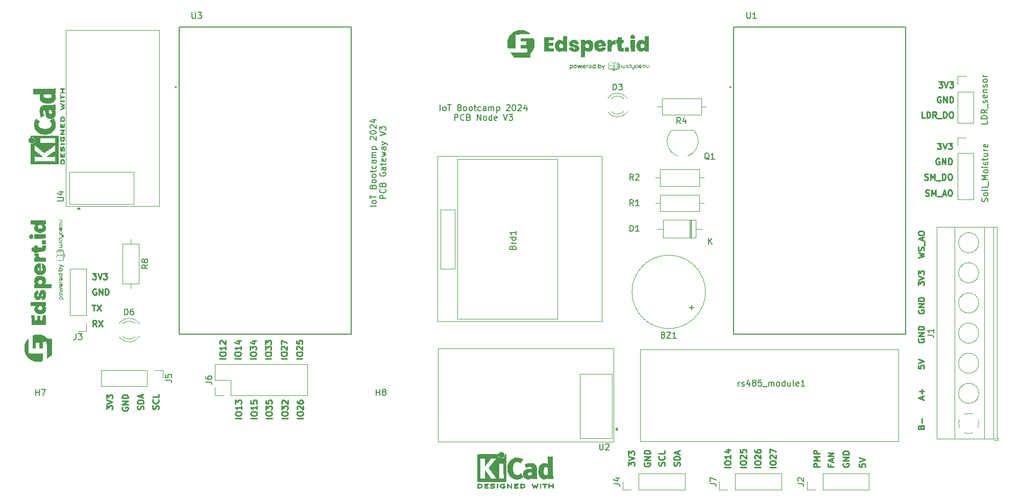
<source format=gbr>
%TF.GenerationSoftware,KiCad,Pcbnew,8.0.3*%
%TF.CreationDate,2024-07-22T10:46:32+07:00*%
%TF.ProjectId,pcb_edspert_v3,7063625f-6564-4737-9065-72745f76332e,rev?*%
%TF.SameCoordinates,Original*%
%TF.FileFunction,Legend,Top*%
%TF.FilePolarity,Positive*%
%FSLAX46Y46*%
G04 Gerber Fmt 4.6, Leading zero omitted, Abs format (unit mm)*
G04 Created by KiCad (PCBNEW 8.0.3) date 2024-07-22 10:46:32*
%MOMM*%
%LPD*%
G01*
G04 APERTURE LIST*
%ADD10C,0.250000*%
%ADD11C,0.200000*%
%ADD12C,0.150000*%
%ADD13C,0.120000*%
%ADD14C,0.000000*%
%ADD15C,0.010000*%
%ADD16C,0.127000*%
G04 APERTURE END LIST*
D10*
X109754619Y-105137431D02*
X108754619Y-105137431D01*
X108754619Y-104470765D02*
X108754619Y-104280289D01*
X108754619Y-104280289D02*
X108802238Y-104185051D01*
X108802238Y-104185051D02*
X108897476Y-104089813D01*
X108897476Y-104089813D02*
X109087952Y-104042194D01*
X109087952Y-104042194D02*
X109421285Y-104042194D01*
X109421285Y-104042194D02*
X109611761Y-104089813D01*
X109611761Y-104089813D02*
X109707000Y-104185051D01*
X109707000Y-104185051D02*
X109754619Y-104280289D01*
X109754619Y-104280289D02*
X109754619Y-104470765D01*
X109754619Y-104470765D02*
X109707000Y-104566003D01*
X109707000Y-104566003D02*
X109611761Y-104661241D01*
X109611761Y-104661241D02*
X109421285Y-104708860D01*
X109421285Y-104708860D02*
X109087952Y-104708860D01*
X109087952Y-104708860D02*
X108897476Y-104661241D01*
X108897476Y-104661241D02*
X108802238Y-104566003D01*
X108802238Y-104566003D02*
X108754619Y-104470765D01*
X109754619Y-103089813D02*
X109754619Y-103661241D01*
X109754619Y-103375527D02*
X108754619Y-103375527D01*
X108754619Y-103375527D02*
X108897476Y-103470765D01*
X108897476Y-103470765D02*
X108992714Y-103566003D01*
X108992714Y-103566003D02*
X109040333Y-103661241D01*
X108849857Y-102708860D02*
X108802238Y-102661241D01*
X108802238Y-102661241D02*
X108754619Y-102566003D01*
X108754619Y-102566003D02*
X108754619Y-102327908D01*
X108754619Y-102327908D02*
X108802238Y-102232670D01*
X108802238Y-102232670D02*
X108849857Y-102185051D01*
X108849857Y-102185051D02*
X108945095Y-102137432D01*
X108945095Y-102137432D02*
X109040333Y-102137432D01*
X109040333Y-102137432D02*
X109183190Y-102185051D01*
X109183190Y-102185051D02*
X109754619Y-102756479D01*
X109754619Y-102756479D02*
X109754619Y-102137432D01*
X87637330Y-91004619D02*
X88256377Y-91004619D01*
X88256377Y-91004619D02*
X87923044Y-91385571D01*
X87923044Y-91385571D02*
X88065901Y-91385571D01*
X88065901Y-91385571D02*
X88161139Y-91433190D01*
X88161139Y-91433190D02*
X88208758Y-91480809D01*
X88208758Y-91480809D02*
X88256377Y-91576047D01*
X88256377Y-91576047D02*
X88256377Y-91814142D01*
X88256377Y-91814142D02*
X88208758Y-91909380D01*
X88208758Y-91909380D02*
X88161139Y-91957000D01*
X88161139Y-91957000D02*
X88065901Y-92004619D01*
X88065901Y-92004619D02*
X87780187Y-92004619D01*
X87780187Y-92004619D02*
X87684949Y-91957000D01*
X87684949Y-91957000D02*
X87637330Y-91909380D01*
X88542092Y-91004619D02*
X88875425Y-92004619D01*
X88875425Y-92004619D02*
X89208758Y-91004619D01*
X89446854Y-91004619D02*
X90065901Y-91004619D01*
X90065901Y-91004619D02*
X89732568Y-91385571D01*
X89732568Y-91385571D02*
X89875425Y-91385571D01*
X89875425Y-91385571D02*
X89970663Y-91433190D01*
X89970663Y-91433190D02*
X90018282Y-91480809D01*
X90018282Y-91480809D02*
X90065901Y-91576047D01*
X90065901Y-91576047D02*
X90065901Y-91814142D01*
X90065901Y-91814142D02*
X90018282Y-91909380D01*
X90018282Y-91909380D02*
X89970663Y-91957000D01*
X89970663Y-91957000D02*
X89875425Y-92004619D01*
X89875425Y-92004619D02*
X89589711Y-92004619D01*
X89589711Y-92004619D02*
X89494473Y-91957000D01*
X89494473Y-91957000D02*
X89446854Y-91909380D01*
X176564619Y-122948860D02*
X176564619Y-122329813D01*
X176564619Y-122329813D02*
X176945571Y-122663146D01*
X176945571Y-122663146D02*
X176945571Y-122520289D01*
X176945571Y-122520289D02*
X176993190Y-122425051D01*
X176993190Y-122425051D02*
X177040809Y-122377432D01*
X177040809Y-122377432D02*
X177136047Y-122329813D01*
X177136047Y-122329813D02*
X177374142Y-122329813D01*
X177374142Y-122329813D02*
X177469380Y-122377432D01*
X177469380Y-122377432D02*
X177517000Y-122425051D01*
X177517000Y-122425051D02*
X177564619Y-122520289D01*
X177564619Y-122520289D02*
X177564619Y-122806003D01*
X177564619Y-122806003D02*
X177517000Y-122901241D01*
X177517000Y-122901241D02*
X177469380Y-122948860D01*
X176564619Y-122044098D02*
X177564619Y-121710765D01*
X177564619Y-121710765D02*
X176564619Y-121377432D01*
X176564619Y-121139336D02*
X176564619Y-120520289D01*
X176564619Y-120520289D02*
X176945571Y-120853622D01*
X176945571Y-120853622D02*
X176945571Y-120710765D01*
X176945571Y-120710765D02*
X176993190Y-120615527D01*
X176993190Y-120615527D02*
X177040809Y-120567908D01*
X177040809Y-120567908D02*
X177136047Y-120520289D01*
X177136047Y-120520289D02*
X177374142Y-120520289D01*
X177374142Y-120520289D02*
X177469380Y-120567908D01*
X177469380Y-120567908D02*
X177517000Y-120615527D01*
X177517000Y-120615527D02*
X177564619Y-120710765D01*
X177564619Y-120710765D02*
X177564619Y-120996479D01*
X177564619Y-120996479D02*
X177517000Y-121091717D01*
X177517000Y-121091717D02*
X177469380Y-121139336D01*
X114924619Y-115057431D02*
X113924619Y-115057431D01*
X113924619Y-114390765D02*
X113924619Y-114200289D01*
X113924619Y-114200289D02*
X113972238Y-114105051D01*
X113972238Y-114105051D02*
X114067476Y-114009813D01*
X114067476Y-114009813D02*
X114257952Y-113962194D01*
X114257952Y-113962194D02*
X114591285Y-113962194D01*
X114591285Y-113962194D02*
X114781761Y-114009813D01*
X114781761Y-114009813D02*
X114877000Y-114105051D01*
X114877000Y-114105051D02*
X114924619Y-114200289D01*
X114924619Y-114200289D02*
X114924619Y-114390765D01*
X114924619Y-114390765D02*
X114877000Y-114486003D01*
X114877000Y-114486003D02*
X114781761Y-114581241D01*
X114781761Y-114581241D02*
X114591285Y-114628860D01*
X114591285Y-114628860D02*
X114257952Y-114628860D01*
X114257952Y-114628860D02*
X114067476Y-114581241D01*
X114067476Y-114581241D02*
X113972238Y-114486003D01*
X113972238Y-114486003D02*
X113924619Y-114390765D01*
X114924619Y-113009813D02*
X114924619Y-113581241D01*
X114924619Y-113295527D02*
X113924619Y-113295527D01*
X113924619Y-113295527D02*
X114067476Y-113390765D01*
X114067476Y-113390765D02*
X114162714Y-113486003D01*
X114162714Y-113486003D02*
X114210333Y-113581241D01*
X113924619Y-112105051D02*
X113924619Y-112581241D01*
X113924619Y-112581241D02*
X114400809Y-112628860D01*
X114400809Y-112628860D02*
X114353190Y-112581241D01*
X114353190Y-112581241D02*
X114305571Y-112486003D01*
X114305571Y-112486003D02*
X114305571Y-112247908D01*
X114305571Y-112247908D02*
X114353190Y-112152670D01*
X114353190Y-112152670D02*
X114400809Y-112105051D01*
X114400809Y-112105051D02*
X114496047Y-112057432D01*
X114496047Y-112057432D02*
X114734142Y-112057432D01*
X114734142Y-112057432D02*
X114829380Y-112105051D01*
X114829380Y-112105051D02*
X114877000Y-112152670D01*
X114877000Y-112152670D02*
X114924619Y-112247908D01*
X114924619Y-112247908D02*
X114924619Y-112486003D01*
X114924619Y-112486003D02*
X114877000Y-112581241D01*
X114877000Y-112581241D02*
X114829380Y-112628860D01*
X225687806Y-75447000D02*
X225830663Y-75494619D01*
X225830663Y-75494619D02*
X226068758Y-75494619D01*
X226068758Y-75494619D02*
X226163996Y-75447000D01*
X226163996Y-75447000D02*
X226211615Y-75399380D01*
X226211615Y-75399380D02*
X226259234Y-75304142D01*
X226259234Y-75304142D02*
X226259234Y-75208904D01*
X226259234Y-75208904D02*
X226211615Y-75113666D01*
X226211615Y-75113666D02*
X226163996Y-75066047D01*
X226163996Y-75066047D02*
X226068758Y-75018428D01*
X226068758Y-75018428D02*
X225878282Y-74970809D01*
X225878282Y-74970809D02*
X225783044Y-74923190D01*
X225783044Y-74923190D02*
X225735425Y-74875571D01*
X225735425Y-74875571D02*
X225687806Y-74780333D01*
X225687806Y-74780333D02*
X225687806Y-74685095D01*
X225687806Y-74685095D02*
X225735425Y-74589857D01*
X225735425Y-74589857D02*
X225783044Y-74542238D01*
X225783044Y-74542238D02*
X225878282Y-74494619D01*
X225878282Y-74494619D02*
X226116377Y-74494619D01*
X226116377Y-74494619D02*
X226259234Y-74542238D01*
X226687806Y-75494619D02*
X226687806Y-74494619D01*
X226687806Y-74494619D02*
X227021139Y-75208904D01*
X227021139Y-75208904D02*
X227354472Y-74494619D01*
X227354472Y-74494619D02*
X227354472Y-75494619D01*
X227592568Y-75589857D02*
X228354472Y-75589857D01*
X228592568Y-75494619D02*
X228592568Y-74494619D01*
X228592568Y-74494619D02*
X228830663Y-74494619D01*
X228830663Y-74494619D02*
X228973520Y-74542238D01*
X228973520Y-74542238D02*
X229068758Y-74637476D01*
X229068758Y-74637476D02*
X229116377Y-74732714D01*
X229116377Y-74732714D02*
X229163996Y-74923190D01*
X229163996Y-74923190D02*
X229163996Y-75066047D01*
X229163996Y-75066047D02*
X229116377Y-75256523D01*
X229116377Y-75256523D02*
X229068758Y-75351761D01*
X229068758Y-75351761D02*
X228973520Y-75447000D01*
X228973520Y-75447000D02*
X228830663Y-75494619D01*
X228830663Y-75494619D02*
X228592568Y-75494619D01*
X229783044Y-74494619D02*
X229973520Y-74494619D01*
X229973520Y-74494619D02*
X230068758Y-74542238D01*
X230068758Y-74542238D02*
X230163996Y-74637476D01*
X230163996Y-74637476D02*
X230211615Y-74827952D01*
X230211615Y-74827952D02*
X230211615Y-75161285D01*
X230211615Y-75161285D02*
X230163996Y-75351761D01*
X230163996Y-75351761D02*
X230068758Y-75447000D01*
X230068758Y-75447000D02*
X229973520Y-75494619D01*
X229973520Y-75494619D02*
X229783044Y-75494619D01*
X229783044Y-75494619D02*
X229687806Y-75447000D01*
X229687806Y-75447000D02*
X229592568Y-75351761D01*
X229592568Y-75351761D02*
X229544949Y-75161285D01*
X229544949Y-75161285D02*
X229544949Y-74827952D01*
X229544949Y-74827952D02*
X229592568Y-74637476D01*
X229592568Y-74637476D02*
X229687806Y-74542238D01*
X229687806Y-74542238D02*
X229783044Y-74494619D01*
X120034619Y-115057431D02*
X119034619Y-115057431D01*
X119034619Y-114390765D02*
X119034619Y-114200289D01*
X119034619Y-114200289D02*
X119082238Y-114105051D01*
X119082238Y-114105051D02*
X119177476Y-114009813D01*
X119177476Y-114009813D02*
X119367952Y-113962194D01*
X119367952Y-113962194D02*
X119701285Y-113962194D01*
X119701285Y-113962194D02*
X119891761Y-114009813D01*
X119891761Y-114009813D02*
X119987000Y-114105051D01*
X119987000Y-114105051D02*
X120034619Y-114200289D01*
X120034619Y-114200289D02*
X120034619Y-114390765D01*
X120034619Y-114390765D02*
X119987000Y-114486003D01*
X119987000Y-114486003D02*
X119891761Y-114581241D01*
X119891761Y-114581241D02*
X119701285Y-114628860D01*
X119701285Y-114628860D02*
X119367952Y-114628860D01*
X119367952Y-114628860D02*
X119177476Y-114581241D01*
X119177476Y-114581241D02*
X119082238Y-114486003D01*
X119082238Y-114486003D02*
X119034619Y-114390765D01*
X119034619Y-113628860D02*
X119034619Y-113009813D01*
X119034619Y-113009813D02*
X119415571Y-113343146D01*
X119415571Y-113343146D02*
X119415571Y-113200289D01*
X119415571Y-113200289D02*
X119463190Y-113105051D01*
X119463190Y-113105051D02*
X119510809Y-113057432D01*
X119510809Y-113057432D02*
X119606047Y-113009813D01*
X119606047Y-113009813D02*
X119844142Y-113009813D01*
X119844142Y-113009813D02*
X119939380Y-113057432D01*
X119939380Y-113057432D02*
X119987000Y-113105051D01*
X119987000Y-113105051D02*
X120034619Y-113200289D01*
X120034619Y-113200289D02*
X120034619Y-113486003D01*
X120034619Y-113486003D02*
X119987000Y-113581241D01*
X119987000Y-113581241D02*
X119939380Y-113628860D01*
X119129857Y-112628860D02*
X119082238Y-112581241D01*
X119082238Y-112581241D02*
X119034619Y-112486003D01*
X119034619Y-112486003D02*
X119034619Y-112247908D01*
X119034619Y-112247908D02*
X119082238Y-112152670D01*
X119082238Y-112152670D02*
X119129857Y-112105051D01*
X119129857Y-112105051D02*
X119225095Y-112057432D01*
X119225095Y-112057432D02*
X119320333Y-112057432D01*
X119320333Y-112057432D02*
X119463190Y-112105051D01*
X119463190Y-112105051D02*
X120034619Y-112676479D01*
X120034619Y-112676479D02*
X120034619Y-112057432D01*
X122574619Y-115057431D02*
X121574619Y-115057431D01*
X121574619Y-114390765D02*
X121574619Y-114200289D01*
X121574619Y-114200289D02*
X121622238Y-114105051D01*
X121622238Y-114105051D02*
X121717476Y-114009813D01*
X121717476Y-114009813D02*
X121907952Y-113962194D01*
X121907952Y-113962194D02*
X122241285Y-113962194D01*
X122241285Y-113962194D02*
X122431761Y-114009813D01*
X122431761Y-114009813D02*
X122527000Y-114105051D01*
X122527000Y-114105051D02*
X122574619Y-114200289D01*
X122574619Y-114200289D02*
X122574619Y-114390765D01*
X122574619Y-114390765D02*
X122527000Y-114486003D01*
X122527000Y-114486003D02*
X122431761Y-114581241D01*
X122431761Y-114581241D02*
X122241285Y-114628860D01*
X122241285Y-114628860D02*
X121907952Y-114628860D01*
X121907952Y-114628860D02*
X121717476Y-114581241D01*
X121717476Y-114581241D02*
X121622238Y-114486003D01*
X121622238Y-114486003D02*
X121574619Y-114390765D01*
X121669857Y-113581241D02*
X121622238Y-113533622D01*
X121622238Y-113533622D02*
X121574619Y-113438384D01*
X121574619Y-113438384D02*
X121574619Y-113200289D01*
X121574619Y-113200289D02*
X121622238Y-113105051D01*
X121622238Y-113105051D02*
X121669857Y-113057432D01*
X121669857Y-113057432D02*
X121765095Y-113009813D01*
X121765095Y-113009813D02*
X121860333Y-113009813D01*
X121860333Y-113009813D02*
X122003190Y-113057432D01*
X122003190Y-113057432D02*
X122574619Y-113628860D01*
X122574619Y-113628860D02*
X122574619Y-113009813D01*
X121574619Y-112152670D02*
X121574619Y-112343146D01*
X121574619Y-112343146D02*
X121622238Y-112438384D01*
X121622238Y-112438384D02*
X121669857Y-112486003D01*
X121669857Y-112486003D02*
X121812714Y-112581241D01*
X121812714Y-112581241D02*
X122003190Y-112628860D01*
X122003190Y-112628860D02*
X122384142Y-112628860D01*
X122384142Y-112628860D02*
X122479380Y-112581241D01*
X122479380Y-112581241D02*
X122527000Y-112533622D01*
X122527000Y-112533622D02*
X122574619Y-112438384D01*
X122574619Y-112438384D02*
X122574619Y-112247908D01*
X122574619Y-112247908D02*
X122527000Y-112152670D01*
X122527000Y-112152670D02*
X122479380Y-112105051D01*
X122479380Y-112105051D02*
X122384142Y-112057432D01*
X122384142Y-112057432D02*
X122146047Y-112057432D01*
X122146047Y-112057432D02*
X122050809Y-112105051D01*
X122050809Y-112105051D02*
X122003190Y-112152670D01*
X122003190Y-112152670D02*
X121955571Y-112247908D01*
X121955571Y-112247908D02*
X121955571Y-112438384D01*
X121955571Y-112438384D02*
X122003190Y-112533622D01*
X122003190Y-112533622D02*
X122050809Y-112581241D01*
X122050809Y-112581241D02*
X122146047Y-112628860D01*
D11*
X145329523Y-64017275D02*
X145329523Y-63017275D01*
X145948570Y-64017275D02*
X145853332Y-63969656D01*
X145853332Y-63969656D02*
X145805713Y-63922036D01*
X145805713Y-63922036D02*
X145758094Y-63826798D01*
X145758094Y-63826798D02*
X145758094Y-63541084D01*
X145758094Y-63541084D02*
X145805713Y-63445846D01*
X145805713Y-63445846D02*
X145853332Y-63398227D01*
X145853332Y-63398227D02*
X145948570Y-63350608D01*
X145948570Y-63350608D02*
X146091427Y-63350608D01*
X146091427Y-63350608D02*
X146186665Y-63398227D01*
X146186665Y-63398227D02*
X146234284Y-63445846D01*
X146234284Y-63445846D02*
X146281903Y-63541084D01*
X146281903Y-63541084D02*
X146281903Y-63826798D01*
X146281903Y-63826798D02*
X146234284Y-63922036D01*
X146234284Y-63922036D02*
X146186665Y-63969656D01*
X146186665Y-63969656D02*
X146091427Y-64017275D01*
X146091427Y-64017275D02*
X145948570Y-64017275D01*
X146567618Y-63017275D02*
X147139046Y-63017275D01*
X146853332Y-64017275D02*
X146853332Y-63017275D01*
X148567618Y-63493465D02*
X148710475Y-63541084D01*
X148710475Y-63541084D02*
X148758094Y-63588703D01*
X148758094Y-63588703D02*
X148805713Y-63683941D01*
X148805713Y-63683941D02*
X148805713Y-63826798D01*
X148805713Y-63826798D02*
X148758094Y-63922036D01*
X148758094Y-63922036D02*
X148710475Y-63969656D01*
X148710475Y-63969656D02*
X148615237Y-64017275D01*
X148615237Y-64017275D02*
X148234285Y-64017275D01*
X148234285Y-64017275D02*
X148234285Y-63017275D01*
X148234285Y-63017275D02*
X148567618Y-63017275D01*
X148567618Y-63017275D02*
X148662856Y-63064894D01*
X148662856Y-63064894D02*
X148710475Y-63112513D01*
X148710475Y-63112513D02*
X148758094Y-63207751D01*
X148758094Y-63207751D02*
X148758094Y-63302989D01*
X148758094Y-63302989D02*
X148710475Y-63398227D01*
X148710475Y-63398227D02*
X148662856Y-63445846D01*
X148662856Y-63445846D02*
X148567618Y-63493465D01*
X148567618Y-63493465D02*
X148234285Y-63493465D01*
X149377142Y-64017275D02*
X149281904Y-63969656D01*
X149281904Y-63969656D02*
X149234285Y-63922036D01*
X149234285Y-63922036D02*
X149186666Y-63826798D01*
X149186666Y-63826798D02*
X149186666Y-63541084D01*
X149186666Y-63541084D02*
X149234285Y-63445846D01*
X149234285Y-63445846D02*
X149281904Y-63398227D01*
X149281904Y-63398227D02*
X149377142Y-63350608D01*
X149377142Y-63350608D02*
X149519999Y-63350608D01*
X149519999Y-63350608D02*
X149615237Y-63398227D01*
X149615237Y-63398227D02*
X149662856Y-63445846D01*
X149662856Y-63445846D02*
X149710475Y-63541084D01*
X149710475Y-63541084D02*
X149710475Y-63826798D01*
X149710475Y-63826798D02*
X149662856Y-63922036D01*
X149662856Y-63922036D02*
X149615237Y-63969656D01*
X149615237Y-63969656D02*
X149519999Y-64017275D01*
X149519999Y-64017275D02*
X149377142Y-64017275D01*
X150281904Y-64017275D02*
X150186666Y-63969656D01*
X150186666Y-63969656D02*
X150139047Y-63922036D01*
X150139047Y-63922036D02*
X150091428Y-63826798D01*
X150091428Y-63826798D02*
X150091428Y-63541084D01*
X150091428Y-63541084D02*
X150139047Y-63445846D01*
X150139047Y-63445846D02*
X150186666Y-63398227D01*
X150186666Y-63398227D02*
X150281904Y-63350608D01*
X150281904Y-63350608D02*
X150424761Y-63350608D01*
X150424761Y-63350608D02*
X150519999Y-63398227D01*
X150519999Y-63398227D02*
X150567618Y-63445846D01*
X150567618Y-63445846D02*
X150615237Y-63541084D01*
X150615237Y-63541084D02*
X150615237Y-63826798D01*
X150615237Y-63826798D02*
X150567618Y-63922036D01*
X150567618Y-63922036D02*
X150519999Y-63969656D01*
X150519999Y-63969656D02*
X150424761Y-64017275D01*
X150424761Y-64017275D02*
X150281904Y-64017275D01*
X150900952Y-63350608D02*
X151281904Y-63350608D01*
X151043809Y-63017275D02*
X151043809Y-63874417D01*
X151043809Y-63874417D02*
X151091428Y-63969656D01*
X151091428Y-63969656D02*
X151186666Y-64017275D01*
X151186666Y-64017275D02*
X151281904Y-64017275D01*
X152043809Y-63969656D02*
X151948571Y-64017275D01*
X151948571Y-64017275D02*
X151758095Y-64017275D01*
X151758095Y-64017275D02*
X151662857Y-63969656D01*
X151662857Y-63969656D02*
X151615238Y-63922036D01*
X151615238Y-63922036D02*
X151567619Y-63826798D01*
X151567619Y-63826798D02*
X151567619Y-63541084D01*
X151567619Y-63541084D02*
X151615238Y-63445846D01*
X151615238Y-63445846D02*
X151662857Y-63398227D01*
X151662857Y-63398227D02*
X151758095Y-63350608D01*
X151758095Y-63350608D02*
X151948571Y-63350608D01*
X151948571Y-63350608D02*
X152043809Y-63398227D01*
X152900952Y-64017275D02*
X152900952Y-63493465D01*
X152900952Y-63493465D02*
X152853333Y-63398227D01*
X152853333Y-63398227D02*
X152758095Y-63350608D01*
X152758095Y-63350608D02*
X152567619Y-63350608D01*
X152567619Y-63350608D02*
X152472381Y-63398227D01*
X152900952Y-63969656D02*
X152805714Y-64017275D01*
X152805714Y-64017275D02*
X152567619Y-64017275D01*
X152567619Y-64017275D02*
X152472381Y-63969656D01*
X152472381Y-63969656D02*
X152424762Y-63874417D01*
X152424762Y-63874417D02*
X152424762Y-63779179D01*
X152424762Y-63779179D02*
X152472381Y-63683941D01*
X152472381Y-63683941D02*
X152567619Y-63636322D01*
X152567619Y-63636322D02*
X152805714Y-63636322D01*
X152805714Y-63636322D02*
X152900952Y-63588703D01*
X153377143Y-64017275D02*
X153377143Y-63350608D01*
X153377143Y-63445846D02*
X153424762Y-63398227D01*
X153424762Y-63398227D02*
X153520000Y-63350608D01*
X153520000Y-63350608D02*
X153662857Y-63350608D01*
X153662857Y-63350608D02*
X153758095Y-63398227D01*
X153758095Y-63398227D02*
X153805714Y-63493465D01*
X153805714Y-63493465D02*
X153805714Y-64017275D01*
X153805714Y-63493465D02*
X153853333Y-63398227D01*
X153853333Y-63398227D02*
X153948571Y-63350608D01*
X153948571Y-63350608D02*
X154091428Y-63350608D01*
X154091428Y-63350608D02*
X154186667Y-63398227D01*
X154186667Y-63398227D02*
X154234286Y-63493465D01*
X154234286Y-63493465D02*
X154234286Y-64017275D01*
X154710476Y-63350608D02*
X154710476Y-64350608D01*
X154710476Y-63398227D02*
X154805714Y-63350608D01*
X154805714Y-63350608D02*
X154996190Y-63350608D01*
X154996190Y-63350608D02*
X155091428Y-63398227D01*
X155091428Y-63398227D02*
X155139047Y-63445846D01*
X155139047Y-63445846D02*
X155186666Y-63541084D01*
X155186666Y-63541084D02*
X155186666Y-63826798D01*
X155186666Y-63826798D02*
X155139047Y-63922036D01*
X155139047Y-63922036D02*
X155091428Y-63969656D01*
X155091428Y-63969656D02*
X154996190Y-64017275D01*
X154996190Y-64017275D02*
X154805714Y-64017275D01*
X154805714Y-64017275D02*
X154710476Y-63969656D01*
X156329524Y-63112513D02*
X156377143Y-63064894D01*
X156377143Y-63064894D02*
X156472381Y-63017275D01*
X156472381Y-63017275D02*
X156710476Y-63017275D01*
X156710476Y-63017275D02*
X156805714Y-63064894D01*
X156805714Y-63064894D02*
X156853333Y-63112513D01*
X156853333Y-63112513D02*
X156900952Y-63207751D01*
X156900952Y-63207751D02*
X156900952Y-63302989D01*
X156900952Y-63302989D02*
X156853333Y-63445846D01*
X156853333Y-63445846D02*
X156281905Y-64017275D01*
X156281905Y-64017275D02*
X156900952Y-64017275D01*
X157520000Y-63017275D02*
X157615238Y-63017275D01*
X157615238Y-63017275D02*
X157710476Y-63064894D01*
X157710476Y-63064894D02*
X157758095Y-63112513D01*
X157758095Y-63112513D02*
X157805714Y-63207751D01*
X157805714Y-63207751D02*
X157853333Y-63398227D01*
X157853333Y-63398227D02*
X157853333Y-63636322D01*
X157853333Y-63636322D02*
X157805714Y-63826798D01*
X157805714Y-63826798D02*
X157758095Y-63922036D01*
X157758095Y-63922036D02*
X157710476Y-63969656D01*
X157710476Y-63969656D02*
X157615238Y-64017275D01*
X157615238Y-64017275D02*
X157520000Y-64017275D01*
X157520000Y-64017275D02*
X157424762Y-63969656D01*
X157424762Y-63969656D02*
X157377143Y-63922036D01*
X157377143Y-63922036D02*
X157329524Y-63826798D01*
X157329524Y-63826798D02*
X157281905Y-63636322D01*
X157281905Y-63636322D02*
X157281905Y-63398227D01*
X157281905Y-63398227D02*
X157329524Y-63207751D01*
X157329524Y-63207751D02*
X157377143Y-63112513D01*
X157377143Y-63112513D02*
X157424762Y-63064894D01*
X157424762Y-63064894D02*
X157520000Y-63017275D01*
X158234286Y-63112513D02*
X158281905Y-63064894D01*
X158281905Y-63064894D02*
X158377143Y-63017275D01*
X158377143Y-63017275D02*
X158615238Y-63017275D01*
X158615238Y-63017275D02*
X158710476Y-63064894D01*
X158710476Y-63064894D02*
X158758095Y-63112513D01*
X158758095Y-63112513D02*
X158805714Y-63207751D01*
X158805714Y-63207751D02*
X158805714Y-63302989D01*
X158805714Y-63302989D02*
X158758095Y-63445846D01*
X158758095Y-63445846D02*
X158186667Y-64017275D01*
X158186667Y-64017275D02*
X158805714Y-64017275D01*
X159662857Y-63350608D02*
X159662857Y-64017275D01*
X159424762Y-62969656D02*
X159186667Y-63683941D01*
X159186667Y-63683941D02*
X159805714Y-63683941D01*
X147734285Y-65627219D02*
X147734285Y-64627219D01*
X147734285Y-64627219D02*
X148115237Y-64627219D01*
X148115237Y-64627219D02*
X148210475Y-64674838D01*
X148210475Y-64674838D02*
X148258094Y-64722457D01*
X148258094Y-64722457D02*
X148305713Y-64817695D01*
X148305713Y-64817695D02*
X148305713Y-64960552D01*
X148305713Y-64960552D02*
X148258094Y-65055790D01*
X148258094Y-65055790D02*
X148210475Y-65103409D01*
X148210475Y-65103409D02*
X148115237Y-65151028D01*
X148115237Y-65151028D02*
X147734285Y-65151028D01*
X149305713Y-65531980D02*
X149258094Y-65579600D01*
X149258094Y-65579600D02*
X149115237Y-65627219D01*
X149115237Y-65627219D02*
X149019999Y-65627219D01*
X149019999Y-65627219D02*
X148877142Y-65579600D01*
X148877142Y-65579600D02*
X148781904Y-65484361D01*
X148781904Y-65484361D02*
X148734285Y-65389123D01*
X148734285Y-65389123D02*
X148686666Y-65198647D01*
X148686666Y-65198647D02*
X148686666Y-65055790D01*
X148686666Y-65055790D02*
X148734285Y-64865314D01*
X148734285Y-64865314D02*
X148781904Y-64770076D01*
X148781904Y-64770076D02*
X148877142Y-64674838D01*
X148877142Y-64674838D02*
X149019999Y-64627219D01*
X149019999Y-64627219D02*
X149115237Y-64627219D01*
X149115237Y-64627219D02*
X149258094Y-64674838D01*
X149258094Y-64674838D02*
X149305713Y-64722457D01*
X150067618Y-65103409D02*
X150210475Y-65151028D01*
X150210475Y-65151028D02*
X150258094Y-65198647D01*
X150258094Y-65198647D02*
X150305713Y-65293885D01*
X150305713Y-65293885D02*
X150305713Y-65436742D01*
X150305713Y-65436742D02*
X150258094Y-65531980D01*
X150258094Y-65531980D02*
X150210475Y-65579600D01*
X150210475Y-65579600D02*
X150115237Y-65627219D01*
X150115237Y-65627219D02*
X149734285Y-65627219D01*
X149734285Y-65627219D02*
X149734285Y-64627219D01*
X149734285Y-64627219D02*
X150067618Y-64627219D01*
X150067618Y-64627219D02*
X150162856Y-64674838D01*
X150162856Y-64674838D02*
X150210475Y-64722457D01*
X150210475Y-64722457D02*
X150258094Y-64817695D01*
X150258094Y-64817695D02*
X150258094Y-64912933D01*
X150258094Y-64912933D02*
X150210475Y-65008171D01*
X150210475Y-65008171D02*
X150162856Y-65055790D01*
X150162856Y-65055790D02*
X150067618Y-65103409D01*
X150067618Y-65103409D02*
X149734285Y-65103409D01*
X151496190Y-65627219D02*
X151496190Y-64627219D01*
X151496190Y-64627219D02*
X152067618Y-65627219D01*
X152067618Y-65627219D02*
X152067618Y-64627219D01*
X152686666Y-65627219D02*
X152591428Y-65579600D01*
X152591428Y-65579600D02*
X152543809Y-65531980D01*
X152543809Y-65531980D02*
X152496190Y-65436742D01*
X152496190Y-65436742D02*
X152496190Y-65151028D01*
X152496190Y-65151028D02*
X152543809Y-65055790D01*
X152543809Y-65055790D02*
X152591428Y-65008171D01*
X152591428Y-65008171D02*
X152686666Y-64960552D01*
X152686666Y-64960552D02*
X152829523Y-64960552D01*
X152829523Y-64960552D02*
X152924761Y-65008171D01*
X152924761Y-65008171D02*
X152972380Y-65055790D01*
X152972380Y-65055790D02*
X153019999Y-65151028D01*
X153019999Y-65151028D02*
X153019999Y-65436742D01*
X153019999Y-65436742D02*
X152972380Y-65531980D01*
X152972380Y-65531980D02*
X152924761Y-65579600D01*
X152924761Y-65579600D02*
X152829523Y-65627219D01*
X152829523Y-65627219D02*
X152686666Y-65627219D01*
X153877142Y-65627219D02*
X153877142Y-64627219D01*
X153877142Y-65579600D02*
X153781904Y-65627219D01*
X153781904Y-65627219D02*
X153591428Y-65627219D01*
X153591428Y-65627219D02*
X153496190Y-65579600D01*
X153496190Y-65579600D02*
X153448571Y-65531980D01*
X153448571Y-65531980D02*
X153400952Y-65436742D01*
X153400952Y-65436742D02*
X153400952Y-65151028D01*
X153400952Y-65151028D02*
X153448571Y-65055790D01*
X153448571Y-65055790D02*
X153496190Y-65008171D01*
X153496190Y-65008171D02*
X153591428Y-64960552D01*
X153591428Y-64960552D02*
X153781904Y-64960552D01*
X153781904Y-64960552D02*
X153877142Y-65008171D01*
X154734285Y-65579600D02*
X154639047Y-65627219D01*
X154639047Y-65627219D02*
X154448571Y-65627219D01*
X154448571Y-65627219D02*
X154353333Y-65579600D01*
X154353333Y-65579600D02*
X154305714Y-65484361D01*
X154305714Y-65484361D02*
X154305714Y-65103409D01*
X154305714Y-65103409D02*
X154353333Y-65008171D01*
X154353333Y-65008171D02*
X154448571Y-64960552D01*
X154448571Y-64960552D02*
X154639047Y-64960552D01*
X154639047Y-64960552D02*
X154734285Y-65008171D01*
X154734285Y-65008171D02*
X154781904Y-65103409D01*
X154781904Y-65103409D02*
X154781904Y-65198647D01*
X154781904Y-65198647D02*
X154305714Y-65293885D01*
X155829524Y-64627219D02*
X156162857Y-65627219D01*
X156162857Y-65627219D02*
X156496190Y-64627219D01*
X156734286Y-64627219D02*
X157353333Y-64627219D01*
X157353333Y-64627219D02*
X157020000Y-65008171D01*
X157020000Y-65008171D02*
X157162857Y-65008171D01*
X157162857Y-65008171D02*
X157258095Y-65055790D01*
X157258095Y-65055790D02*
X157305714Y-65103409D01*
X157305714Y-65103409D02*
X157353333Y-65198647D01*
X157353333Y-65198647D02*
X157353333Y-65436742D01*
X157353333Y-65436742D02*
X157305714Y-65531980D01*
X157305714Y-65531980D02*
X157258095Y-65579600D01*
X157258095Y-65579600D02*
X157162857Y-65627219D01*
X157162857Y-65627219D02*
X156877143Y-65627219D01*
X156877143Y-65627219D02*
X156781905Y-65579600D01*
X156781905Y-65579600D02*
X156734286Y-65531980D01*
D10*
X208264619Y-123087431D02*
X207264619Y-123087431D01*
X207264619Y-123087431D02*
X207264619Y-122706479D01*
X207264619Y-122706479D02*
X207312238Y-122611241D01*
X207312238Y-122611241D02*
X207359857Y-122563622D01*
X207359857Y-122563622D02*
X207455095Y-122516003D01*
X207455095Y-122516003D02*
X207597952Y-122516003D01*
X207597952Y-122516003D02*
X207693190Y-122563622D01*
X207693190Y-122563622D02*
X207740809Y-122611241D01*
X207740809Y-122611241D02*
X207788428Y-122706479D01*
X207788428Y-122706479D02*
X207788428Y-123087431D01*
X208264619Y-122087431D02*
X207264619Y-122087431D01*
X207264619Y-122087431D02*
X207978904Y-121754098D01*
X207978904Y-121754098D02*
X207264619Y-121420765D01*
X207264619Y-121420765D02*
X208264619Y-121420765D01*
X208264619Y-120944574D02*
X207264619Y-120944574D01*
X207264619Y-120944574D02*
X207264619Y-120563622D01*
X207264619Y-120563622D02*
X207312238Y-120468384D01*
X207312238Y-120468384D02*
X207359857Y-120420765D01*
X207359857Y-120420765D02*
X207455095Y-120373146D01*
X207455095Y-120373146D02*
X207597952Y-120373146D01*
X207597952Y-120373146D02*
X207693190Y-120420765D01*
X207693190Y-120420765D02*
X207740809Y-120468384D01*
X207740809Y-120468384D02*
X207788428Y-120563622D01*
X207788428Y-120563622D02*
X207788428Y-120944574D01*
X224594619Y-106281241D02*
X224594619Y-106757431D01*
X224594619Y-106757431D02*
X225070809Y-106805050D01*
X225070809Y-106805050D02*
X225023190Y-106757431D01*
X225023190Y-106757431D02*
X224975571Y-106662193D01*
X224975571Y-106662193D02*
X224975571Y-106424098D01*
X224975571Y-106424098D02*
X225023190Y-106328860D01*
X225023190Y-106328860D02*
X225070809Y-106281241D01*
X225070809Y-106281241D02*
X225166047Y-106233622D01*
X225166047Y-106233622D02*
X225404142Y-106233622D01*
X225404142Y-106233622D02*
X225499380Y-106281241D01*
X225499380Y-106281241D02*
X225547000Y-106328860D01*
X225547000Y-106328860D02*
X225594619Y-106424098D01*
X225594619Y-106424098D02*
X225594619Y-106662193D01*
X225594619Y-106662193D02*
X225547000Y-106757431D01*
X225547000Y-106757431D02*
X225499380Y-106805050D01*
X224594619Y-105947907D02*
X225594619Y-105614574D01*
X225594619Y-105614574D02*
X224594619Y-105281241D01*
X228116377Y-71972238D02*
X228021139Y-71924619D01*
X228021139Y-71924619D02*
X227878282Y-71924619D01*
X227878282Y-71924619D02*
X227735425Y-71972238D01*
X227735425Y-71972238D02*
X227640187Y-72067476D01*
X227640187Y-72067476D02*
X227592568Y-72162714D01*
X227592568Y-72162714D02*
X227544949Y-72353190D01*
X227544949Y-72353190D02*
X227544949Y-72496047D01*
X227544949Y-72496047D02*
X227592568Y-72686523D01*
X227592568Y-72686523D02*
X227640187Y-72781761D01*
X227640187Y-72781761D02*
X227735425Y-72877000D01*
X227735425Y-72877000D02*
X227878282Y-72924619D01*
X227878282Y-72924619D02*
X227973520Y-72924619D01*
X227973520Y-72924619D02*
X228116377Y-72877000D01*
X228116377Y-72877000D02*
X228163996Y-72829380D01*
X228163996Y-72829380D02*
X228163996Y-72496047D01*
X228163996Y-72496047D02*
X227973520Y-72496047D01*
X228592568Y-72924619D02*
X228592568Y-71924619D01*
X228592568Y-71924619D02*
X229163996Y-72924619D01*
X229163996Y-72924619D02*
X229163996Y-71924619D01*
X229640187Y-72924619D02*
X229640187Y-71924619D01*
X229640187Y-71924619D02*
X229878282Y-71924619D01*
X229878282Y-71924619D02*
X230021139Y-71972238D01*
X230021139Y-71972238D02*
X230116377Y-72067476D01*
X230116377Y-72067476D02*
X230163996Y-72162714D01*
X230163996Y-72162714D02*
X230211615Y-72353190D01*
X230211615Y-72353190D02*
X230211615Y-72496047D01*
X230211615Y-72496047D02*
X230163996Y-72686523D01*
X230163996Y-72686523D02*
X230116377Y-72781761D01*
X230116377Y-72781761D02*
X230021139Y-72877000D01*
X230021139Y-72877000D02*
X229878282Y-72924619D01*
X229878282Y-72924619D02*
X229640187Y-72924619D01*
X224642238Y-97093622D02*
X224594619Y-97188860D01*
X224594619Y-97188860D02*
X224594619Y-97331717D01*
X224594619Y-97331717D02*
X224642238Y-97474574D01*
X224642238Y-97474574D02*
X224737476Y-97569812D01*
X224737476Y-97569812D02*
X224832714Y-97617431D01*
X224832714Y-97617431D02*
X225023190Y-97665050D01*
X225023190Y-97665050D02*
X225166047Y-97665050D01*
X225166047Y-97665050D02*
X225356523Y-97617431D01*
X225356523Y-97617431D02*
X225451761Y-97569812D01*
X225451761Y-97569812D02*
X225547000Y-97474574D01*
X225547000Y-97474574D02*
X225594619Y-97331717D01*
X225594619Y-97331717D02*
X225594619Y-97236479D01*
X225594619Y-97236479D02*
X225547000Y-97093622D01*
X225547000Y-97093622D02*
X225499380Y-97046003D01*
X225499380Y-97046003D02*
X225166047Y-97046003D01*
X225166047Y-97046003D02*
X225166047Y-97236479D01*
X225594619Y-96617431D02*
X224594619Y-96617431D01*
X224594619Y-96617431D02*
X225594619Y-96046003D01*
X225594619Y-96046003D02*
X224594619Y-96046003D01*
X225594619Y-95569812D02*
X224594619Y-95569812D01*
X224594619Y-95569812D02*
X224594619Y-95331717D01*
X224594619Y-95331717D02*
X224642238Y-95188860D01*
X224642238Y-95188860D02*
X224737476Y-95093622D01*
X224737476Y-95093622D02*
X224832714Y-95046003D01*
X224832714Y-95046003D02*
X225023190Y-94998384D01*
X225023190Y-94998384D02*
X225166047Y-94998384D01*
X225166047Y-94998384D02*
X225356523Y-95046003D01*
X225356523Y-95046003D02*
X225451761Y-95093622D01*
X225451761Y-95093622D02*
X225547000Y-95188860D01*
X225547000Y-95188860D02*
X225594619Y-95331717D01*
X225594619Y-95331717D02*
X225594619Y-95569812D01*
X119934619Y-105137431D02*
X118934619Y-105137431D01*
X118934619Y-104470765D02*
X118934619Y-104280289D01*
X118934619Y-104280289D02*
X118982238Y-104185051D01*
X118982238Y-104185051D02*
X119077476Y-104089813D01*
X119077476Y-104089813D02*
X119267952Y-104042194D01*
X119267952Y-104042194D02*
X119601285Y-104042194D01*
X119601285Y-104042194D02*
X119791761Y-104089813D01*
X119791761Y-104089813D02*
X119887000Y-104185051D01*
X119887000Y-104185051D02*
X119934619Y-104280289D01*
X119934619Y-104280289D02*
X119934619Y-104470765D01*
X119934619Y-104470765D02*
X119887000Y-104566003D01*
X119887000Y-104566003D02*
X119791761Y-104661241D01*
X119791761Y-104661241D02*
X119601285Y-104708860D01*
X119601285Y-104708860D02*
X119267952Y-104708860D01*
X119267952Y-104708860D02*
X119077476Y-104661241D01*
X119077476Y-104661241D02*
X118982238Y-104566003D01*
X118982238Y-104566003D02*
X118934619Y-104470765D01*
X119029857Y-103661241D02*
X118982238Y-103613622D01*
X118982238Y-103613622D02*
X118934619Y-103518384D01*
X118934619Y-103518384D02*
X118934619Y-103280289D01*
X118934619Y-103280289D02*
X118982238Y-103185051D01*
X118982238Y-103185051D02*
X119029857Y-103137432D01*
X119029857Y-103137432D02*
X119125095Y-103089813D01*
X119125095Y-103089813D02*
X119220333Y-103089813D01*
X119220333Y-103089813D02*
X119363190Y-103137432D01*
X119363190Y-103137432D02*
X119934619Y-103708860D01*
X119934619Y-103708860D02*
X119934619Y-103089813D01*
X118934619Y-102756479D02*
X118934619Y-102089813D01*
X118934619Y-102089813D02*
X119934619Y-102518384D01*
X92612238Y-113241717D02*
X92564619Y-113336955D01*
X92564619Y-113336955D02*
X92564619Y-113479812D01*
X92564619Y-113479812D02*
X92612238Y-113622669D01*
X92612238Y-113622669D02*
X92707476Y-113717907D01*
X92707476Y-113717907D02*
X92802714Y-113765526D01*
X92802714Y-113765526D02*
X92993190Y-113813145D01*
X92993190Y-113813145D02*
X93136047Y-113813145D01*
X93136047Y-113813145D02*
X93326523Y-113765526D01*
X93326523Y-113765526D02*
X93421761Y-113717907D01*
X93421761Y-113717907D02*
X93517000Y-113622669D01*
X93517000Y-113622669D02*
X93564619Y-113479812D01*
X93564619Y-113479812D02*
X93564619Y-113384574D01*
X93564619Y-113384574D02*
X93517000Y-113241717D01*
X93517000Y-113241717D02*
X93469380Y-113194098D01*
X93469380Y-113194098D02*
X93136047Y-113194098D01*
X93136047Y-113194098D02*
X93136047Y-113384574D01*
X93564619Y-112765526D02*
X92564619Y-112765526D01*
X92564619Y-112765526D02*
X93564619Y-112194098D01*
X93564619Y-112194098D02*
X92564619Y-112194098D01*
X93564619Y-111717907D02*
X92564619Y-111717907D01*
X92564619Y-111717907D02*
X92564619Y-111479812D01*
X92564619Y-111479812D02*
X92612238Y-111336955D01*
X92612238Y-111336955D02*
X92707476Y-111241717D01*
X92707476Y-111241717D02*
X92802714Y-111194098D01*
X92802714Y-111194098D02*
X92993190Y-111146479D01*
X92993190Y-111146479D02*
X93136047Y-111146479D01*
X93136047Y-111146479D02*
X93326523Y-111194098D01*
X93326523Y-111194098D02*
X93421761Y-111241717D01*
X93421761Y-111241717D02*
X93517000Y-111336955D01*
X93517000Y-111336955D02*
X93564619Y-111479812D01*
X93564619Y-111479812D02*
X93564619Y-111717907D01*
X117314619Y-105137431D02*
X116314619Y-105137431D01*
X116314619Y-104470765D02*
X116314619Y-104280289D01*
X116314619Y-104280289D02*
X116362238Y-104185051D01*
X116362238Y-104185051D02*
X116457476Y-104089813D01*
X116457476Y-104089813D02*
X116647952Y-104042194D01*
X116647952Y-104042194D02*
X116981285Y-104042194D01*
X116981285Y-104042194D02*
X117171761Y-104089813D01*
X117171761Y-104089813D02*
X117267000Y-104185051D01*
X117267000Y-104185051D02*
X117314619Y-104280289D01*
X117314619Y-104280289D02*
X117314619Y-104470765D01*
X117314619Y-104470765D02*
X117267000Y-104566003D01*
X117267000Y-104566003D02*
X117171761Y-104661241D01*
X117171761Y-104661241D02*
X116981285Y-104708860D01*
X116981285Y-104708860D02*
X116647952Y-104708860D01*
X116647952Y-104708860D02*
X116457476Y-104661241D01*
X116457476Y-104661241D02*
X116362238Y-104566003D01*
X116362238Y-104566003D02*
X116314619Y-104470765D01*
X116314619Y-103708860D02*
X116314619Y-103089813D01*
X116314619Y-103089813D02*
X116695571Y-103423146D01*
X116695571Y-103423146D02*
X116695571Y-103280289D01*
X116695571Y-103280289D02*
X116743190Y-103185051D01*
X116743190Y-103185051D02*
X116790809Y-103137432D01*
X116790809Y-103137432D02*
X116886047Y-103089813D01*
X116886047Y-103089813D02*
X117124142Y-103089813D01*
X117124142Y-103089813D02*
X117219380Y-103137432D01*
X117219380Y-103137432D02*
X117267000Y-103185051D01*
X117267000Y-103185051D02*
X117314619Y-103280289D01*
X117314619Y-103280289D02*
X117314619Y-103566003D01*
X117314619Y-103566003D02*
X117267000Y-103661241D01*
X117267000Y-103661241D02*
X117219380Y-103708860D01*
X116314619Y-102756479D02*
X116314619Y-102137432D01*
X116314619Y-102137432D02*
X116695571Y-102470765D01*
X116695571Y-102470765D02*
X116695571Y-102327908D01*
X116695571Y-102327908D02*
X116743190Y-102232670D01*
X116743190Y-102232670D02*
X116790809Y-102185051D01*
X116790809Y-102185051D02*
X116886047Y-102137432D01*
X116886047Y-102137432D02*
X117124142Y-102137432D01*
X117124142Y-102137432D02*
X117219380Y-102185051D01*
X117219380Y-102185051D02*
X117267000Y-102232670D01*
X117267000Y-102232670D02*
X117314619Y-102327908D01*
X117314619Y-102327908D02*
X117314619Y-102613622D01*
X117314619Y-102613622D02*
X117267000Y-102708860D01*
X117267000Y-102708860D02*
X117219380Y-102756479D01*
X185037000Y-122925050D02*
X185084619Y-122782193D01*
X185084619Y-122782193D02*
X185084619Y-122544098D01*
X185084619Y-122544098D02*
X185037000Y-122448860D01*
X185037000Y-122448860D02*
X184989380Y-122401241D01*
X184989380Y-122401241D02*
X184894142Y-122353622D01*
X184894142Y-122353622D02*
X184798904Y-122353622D01*
X184798904Y-122353622D02*
X184703666Y-122401241D01*
X184703666Y-122401241D02*
X184656047Y-122448860D01*
X184656047Y-122448860D02*
X184608428Y-122544098D01*
X184608428Y-122544098D02*
X184560809Y-122734574D01*
X184560809Y-122734574D02*
X184513190Y-122829812D01*
X184513190Y-122829812D02*
X184465571Y-122877431D01*
X184465571Y-122877431D02*
X184370333Y-122925050D01*
X184370333Y-122925050D02*
X184275095Y-122925050D01*
X184275095Y-122925050D02*
X184179857Y-122877431D01*
X184179857Y-122877431D02*
X184132238Y-122829812D01*
X184132238Y-122829812D02*
X184084619Y-122734574D01*
X184084619Y-122734574D02*
X184084619Y-122496479D01*
X184084619Y-122496479D02*
X184132238Y-122353622D01*
X185084619Y-121925050D02*
X184084619Y-121925050D01*
X184084619Y-121925050D02*
X184084619Y-121686955D01*
X184084619Y-121686955D02*
X184132238Y-121544098D01*
X184132238Y-121544098D02*
X184227476Y-121448860D01*
X184227476Y-121448860D02*
X184322714Y-121401241D01*
X184322714Y-121401241D02*
X184513190Y-121353622D01*
X184513190Y-121353622D02*
X184656047Y-121353622D01*
X184656047Y-121353622D02*
X184846523Y-121401241D01*
X184846523Y-121401241D02*
X184941761Y-121448860D01*
X184941761Y-121448860D02*
X185037000Y-121544098D01*
X185037000Y-121544098D02*
X185084619Y-121686955D01*
X185084619Y-121686955D02*
X185084619Y-121925050D01*
X184798904Y-120972669D02*
X184798904Y-120496479D01*
X185084619Y-121067907D02*
X184084619Y-120734574D01*
X184084619Y-120734574D02*
X185084619Y-120401241D01*
X196074619Y-123207431D02*
X195074619Y-123207431D01*
X195074619Y-122540765D02*
X195074619Y-122350289D01*
X195074619Y-122350289D02*
X195122238Y-122255051D01*
X195122238Y-122255051D02*
X195217476Y-122159813D01*
X195217476Y-122159813D02*
X195407952Y-122112194D01*
X195407952Y-122112194D02*
X195741285Y-122112194D01*
X195741285Y-122112194D02*
X195931761Y-122159813D01*
X195931761Y-122159813D02*
X196027000Y-122255051D01*
X196027000Y-122255051D02*
X196074619Y-122350289D01*
X196074619Y-122350289D02*
X196074619Y-122540765D01*
X196074619Y-122540765D02*
X196027000Y-122636003D01*
X196027000Y-122636003D02*
X195931761Y-122731241D01*
X195931761Y-122731241D02*
X195741285Y-122778860D01*
X195741285Y-122778860D02*
X195407952Y-122778860D01*
X195407952Y-122778860D02*
X195217476Y-122731241D01*
X195217476Y-122731241D02*
X195122238Y-122636003D01*
X195122238Y-122636003D02*
X195074619Y-122540765D01*
X195169857Y-121731241D02*
X195122238Y-121683622D01*
X195122238Y-121683622D02*
X195074619Y-121588384D01*
X195074619Y-121588384D02*
X195074619Y-121350289D01*
X195074619Y-121350289D02*
X195122238Y-121255051D01*
X195122238Y-121255051D02*
X195169857Y-121207432D01*
X195169857Y-121207432D02*
X195265095Y-121159813D01*
X195265095Y-121159813D02*
X195360333Y-121159813D01*
X195360333Y-121159813D02*
X195503190Y-121207432D01*
X195503190Y-121207432D02*
X196074619Y-121778860D01*
X196074619Y-121778860D02*
X196074619Y-121159813D01*
X195074619Y-120255051D02*
X195074619Y-120731241D01*
X195074619Y-120731241D02*
X195550809Y-120778860D01*
X195550809Y-120778860D02*
X195503190Y-120731241D01*
X195503190Y-120731241D02*
X195455571Y-120636003D01*
X195455571Y-120636003D02*
X195455571Y-120397908D01*
X195455571Y-120397908D02*
X195503190Y-120302670D01*
X195503190Y-120302670D02*
X195550809Y-120255051D01*
X195550809Y-120255051D02*
X195646047Y-120207432D01*
X195646047Y-120207432D02*
X195884142Y-120207432D01*
X195884142Y-120207432D02*
X195979380Y-120255051D01*
X195979380Y-120255051D02*
X196027000Y-120302670D01*
X196027000Y-120302670D02*
X196074619Y-120397908D01*
X196074619Y-120397908D02*
X196074619Y-120636003D01*
X196074619Y-120636003D02*
X196027000Y-120731241D01*
X196027000Y-120731241D02*
X195979380Y-120778860D01*
X227783044Y-69394619D02*
X228402091Y-69394619D01*
X228402091Y-69394619D02*
X228068758Y-69775571D01*
X228068758Y-69775571D02*
X228211615Y-69775571D01*
X228211615Y-69775571D02*
X228306853Y-69823190D01*
X228306853Y-69823190D02*
X228354472Y-69870809D01*
X228354472Y-69870809D02*
X228402091Y-69966047D01*
X228402091Y-69966047D02*
X228402091Y-70204142D01*
X228402091Y-70204142D02*
X228354472Y-70299380D01*
X228354472Y-70299380D02*
X228306853Y-70347000D01*
X228306853Y-70347000D02*
X228211615Y-70394619D01*
X228211615Y-70394619D02*
X227925901Y-70394619D01*
X227925901Y-70394619D02*
X227830663Y-70347000D01*
X227830663Y-70347000D02*
X227783044Y-70299380D01*
X228687806Y-69394619D02*
X229021139Y-70394619D01*
X229021139Y-70394619D02*
X229354472Y-69394619D01*
X229592568Y-69394619D02*
X230211615Y-69394619D01*
X230211615Y-69394619D02*
X229878282Y-69775571D01*
X229878282Y-69775571D02*
X230021139Y-69775571D01*
X230021139Y-69775571D02*
X230116377Y-69823190D01*
X230116377Y-69823190D02*
X230163996Y-69870809D01*
X230163996Y-69870809D02*
X230211615Y-69966047D01*
X230211615Y-69966047D02*
X230211615Y-70204142D01*
X230211615Y-70204142D02*
X230163996Y-70299380D01*
X230163996Y-70299380D02*
X230116377Y-70347000D01*
X230116377Y-70347000D02*
X230021139Y-70394619D01*
X230021139Y-70394619D02*
X229735425Y-70394619D01*
X229735425Y-70394619D02*
X229640187Y-70347000D01*
X229640187Y-70347000D02*
X229592568Y-70299380D01*
X212162238Y-122563622D02*
X212114619Y-122658860D01*
X212114619Y-122658860D02*
X212114619Y-122801717D01*
X212114619Y-122801717D02*
X212162238Y-122944574D01*
X212162238Y-122944574D02*
X212257476Y-123039812D01*
X212257476Y-123039812D02*
X212352714Y-123087431D01*
X212352714Y-123087431D02*
X212543190Y-123135050D01*
X212543190Y-123135050D02*
X212686047Y-123135050D01*
X212686047Y-123135050D02*
X212876523Y-123087431D01*
X212876523Y-123087431D02*
X212971761Y-123039812D01*
X212971761Y-123039812D02*
X213067000Y-122944574D01*
X213067000Y-122944574D02*
X213114619Y-122801717D01*
X213114619Y-122801717D02*
X213114619Y-122706479D01*
X213114619Y-122706479D02*
X213067000Y-122563622D01*
X213067000Y-122563622D02*
X213019380Y-122516003D01*
X213019380Y-122516003D02*
X212686047Y-122516003D01*
X212686047Y-122516003D02*
X212686047Y-122706479D01*
X213114619Y-122087431D02*
X212114619Y-122087431D01*
X212114619Y-122087431D02*
X213114619Y-121516003D01*
X213114619Y-121516003D02*
X212114619Y-121516003D01*
X213114619Y-121039812D02*
X212114619Y-121039812D01*
X212114619Y-121039812D02*
X212114619Y-120801717D01*
X212114619Y-120801717D02*
X212162238Y-120658860D01*
X212162238Y-120658860D02*
X212257476Y-120563622D01*
X212257476Y-120563622D02*
X212352714Y-120516003D01*
X212352714Y-120516003D02*
X212543190Y-120468384D01*
X212543190Y-120468384D02*
X212686047Y-120468384D01*
X212686047Y-120468384D02*
X212876523Y-120516003D01*
X212876523Y-120516003D02*
X212971761Y-120563622D01*
X212971761Y-120563622D02*
X213067000Y-120658860D01*
X213067000Y-120658860D02*
X213114619Y-120801717D01*
X213114619Y-120801717D02*
X213114619Y-121039812D01*
X198494619Y-123207431D02*
X197494619Y-123207431D01*
X197494619Y-122540765D02*
X197494619Y-122350289D01*
X197494619Y-122350289D02*
X197542238Y-122255051D01*
X197542238Y-122255051D02*
X197637476Y-122159813D01*
X197637476Y-122159813D02*
X197827952Y-122112194D01*
X197827952Y-122112194D02*
X198161285Y-122112194D01*
X198161285Y-122112194D02*
X198351761Y-122159813D01*
X198351761Y-122159813D02*
X198447000Y-122255051D01*
X198447000Y-122255051D02*
X198494619Y-122350289D01*
X198494619Y-122350289D02*
X198494619Y-122540765D01*
X198494619Y-122540765D02*
X198447000Y-122636003D01*
X198447000Y-122636003D02*
X198351761Y-122731241D01*
X198351761Y-122731241D02*
X198161285Y-122778860D01*
X198161285Y-122778860D02*
X197827952Y-122778860D01*
X197827952Y-122778860D02*
X197637476Y-122731241D01*
X197637476Y-122731241D02*
X197542238Y-122636003D01*
X197542238Y-122636003D02*
X197494619Y-122540765D01*
X197589857Y-121731241D02*
X197542238Y-121683622D01*
X197542238Y-121683622D02*
X197494619Y-121588384D01*
X197494619Y-121588384D02*
X197494619Y-121350289D01*
X197494619Y-121350289D02*
X197542238Y-121255051D01*
X197542238Y-121255051D02*
X197589857Y-121207432D01*
X197589857Y-121207432D02*
X197685095Y-121159813D01*
X197685095Y-121159813D02*
X197780333Y-121159813D01*
X197780333Y-121159813D02*
X197923190Y-121207432D01*
X197923190Y-121207432D02*
X198494619Y-121778860D01*
X198494619Y-121778860D02*
X198494619Y-121159813D01*
X197494619Y-120302670D02*
X197494619Y-120493146D01*
X197494619Y-120493146D02*
X197542238Y-120588384D01*
X197542238Y-120588384D02*
X197589857Y-120636003D01*
X197589857Y-120636003D02*
X197732714Y-120731241D01*
X197732714Y-120731241D02*
X197923190Y-120778860D01*
X197923190Y-120778860D02*
X198304142Y-120778860D01*
X198304142Y-120778860D02*
X198399380Y-120731241D01*
X198399380Y-120731241D02*
X198447000Y-120683622D01*
X198447000Y-120683622D02*
X198494619Y-120588384D01*
X198494619Y-120588384D02*
X198494619Y-120397908D01*
X198494619Y-120397908D02*
X198447000Y-120302670D01*
X198447000Y-120302670D02*
X198399380Y-120255051D01*
X198399380Y-120255051D02*
X198304142Y-120207432D01*
X198304142Y-120207432D02*
X198066047Y-120207432D01*
X198066047Y-120207432D02*
X197970809Y-120255051D01*
X197970809Y-120255051D02*
X197923190Y-120302670D01*
X197923190Y-120302670D02*
X197875571Y-120397908D01*
X197875571Y-120397908D02*
X197875571Y-120588384D01*
X197875571Y-120588384D02*
X197923190Y-120683622D01*
X197923190Y-120683622D02*
X197970809Y-120731241D01*
X197970809Y-120731241D02*
X198066047Y-120778860D01*
X227994473Y-59204619D02*
X228613520Y-59204619D01*
X228613520Y-59204619D02*
X228280187Y-59585571D01*
X228280187Y-59585571D02*
X228423044Y-59585571D01*
X228423044Y-59585571D02*
X228518282Y-59633190D01*
X228518282Y-59633190D02*
X228565901Y-59680809D01*
X228565901Y-59680809D02*
X228613520Y-59776047D01*
X228613520Y-59776047D02*
X228613520Y-60014142D01*
X228613520Y-60014142D02*
X228565901Y-60109380D01*
X228565901Y-60109380D02*
X228518282Y-60157000D01*
X228518282Y-60157000D02*
X228423044Y-60204619D01*
X228423044Y-60204619D02*
X228137330Y-60204619D01*
X228137330Y-60204619D02*
X228042092Y-60157000D01*
X228042092Y-60157000D02*
X227994473Y-60109380D01*
X228899235Y-59204619D02*
X229232568Y-60204619D01*
X229232568Y-60204619D02*
X229565901Y-59204619D01*
X229803997Y-59204619D02*
X230423044Y-59204619D01*
X230423044Y-59204619D02*
X230089711Y-59585571D01*
X230089711Y-59585571D02*
X230232568Y-59585571D01*
X230232568Y-59585571D02*
X230327806Y-59633190D01*
X230327806Y-59633190D02*
X230375425Y-59680809D01*
X230375425Y-59680809D02*
X230423044Y-59776047D01*
X230423044Y-59776047D02*
X230423044Y-60014142D01*
X230423044Y-60014142D02*
X230375425Y-60109380D01*
X230375425Y-60109380D02*
X230327806Y-60157000D01*
X230327806Y-60157000D02*
X230232568Y-60204619D01*
X230232568Y-60204619D02*
X229946854Y-60204619D01*
X229946854Y-60204619D02*
X229851616Y-60157000D01*
X229851616Y-60157000D02*
X229803997Y-60109380D01*
X179192238Y-122472670D02*
X179144619Y-122567908D01*
X179144619Y-122567908D02*
X179144619Y-122710765D01*
X179144619Y-122710765D02*
X179192238Y-122853622D01*
X179192238Y-122853622D02*
X179287476Y-122948860D01*
X179287476Y-122948860D02*
X179382714Y-122996479D01*
X179382714Y-122996479D02*
X179573190Y-123044098D01*
X179573190Y-123044098D02*
X179716047Y-123044098D01*
X179716047Y-123044098D02*
X179906523Y-122996479D01*
X179906523Y-122996479D02*
X180001761Y-122948860D01*
X180001761Y-122948860D02*
X180097000Y-122853622D01*
X180097000Y-122853622D02*
X180144619Y-122710765D01*
X180144619Y-122710765D02*
X180144619Y-122615527D01*
X180144619Y-122615527D02*
X180097000Y-122472670D01*
X180097000Y-122472670D02*
X180049380Y-122425051D01*
X180049380Y-122425051D02*
X179716047Y-122425051D01*
X179716047Y-122425051D02*
X179716047Y-122615527D01*
X180144619Y-121996479D02*
X179144619Y-121996479D01*
X179144619Y-121996479D02*
X180144619Y-121425051D01*
X180144619Y-121425051D02*
X179144619Y-121425051D01*
X180144619Y-120948860D02*
X179144619Y-120948860D01*
X179144619Y-120948860D02*
X179144619Y-120710765D01*
X179144619Y-120710765D02*
X179192238Y-120567908D01*
X179192238Y-120567908D02*
X179287476Y-120472670D01*
X179287476Y-120472670D02*
X179382714Y-120425051D01*
X179382714Y-120425051D02*
X179573190Y-120377432D01*
X179573190Y-120377432D02*
X179716047Y-120377432D01*
X179716047Y-120377432D02*
X179906523Y-120425051D01*
X179906523Y-120425051D02*
X180001761Y-120472670D01*
X180001761Y-120472670D02*
X180097000Y-120567908D01*
X180097000Y-120567908D02*
X180144619Y-120710765D01*
X180144619Y-120710765D02*
X180144619Y-120948860D01*
X114824619Y-105137431D02*
X113824619Y-105137431D01*
X113824619Y-104470765D02*
X113824619Y-104280289D01*
X113824619Y-104280289D02*
X113872238Y-104185051D01*
X113872238Y-104185051D02*
X113967476Y-104089813D01*
X113967476Y-104089813D02*
X114157952Y-104042194D01*
X114157952Y-104042194D02*
X114491285Y-104042194D01*
X114491285Y-104042194D02*
X114681761Y-104089813D01*
X114681761Y-104089813D02*
X114777000Y-104185051D01*
X114777000Y-104185051D02*
X114824619Y-104280289D01*
X114824619Y-104280289D02*
X114824619Y-104470765D01*
X114824619Y-104470765D02*
X114777000Y-104566003D01*
X114777000Y-104566003D02*
X114681761Y-104661241D01*
X114681761Y-104661241D02*
X114491285Y-104708860D01*
X114491285Y-104708860D02*
X114157952Y-104708860D01*
X114157952Y-104708860D02*
X113967476Y-104661241D01*
X113967476Y-104661241D02*
X113872238Y-104566003D01*
X113872238Y-104566003D02*
X113824619Y-104470765D01*
X113824619Y-103708860D02*
X113824619Y-103089813D01*
X113824619Y-103089813D02*
X114205571Y-103423146D01*
X114205571Y-103423146D02*
X114205571Y-103280289D01*
X114205571Y-103280289D02*
X114253190Y-103185051D01*
X114253190Y-103185051D02*
X114300809Y-103137432D01*
X114300809Y-103137432D02*
X114396047Y-103089813D01*
X114396047Y-103089813D02*
X114634142Y-103089813D01*
X114634142Y-103089813D02*
X114729380Y-103137432D01*
X114729380Y-103137432D02*
X114777000Y-103185051D01*
X114777000Y-103185051D02*
X114824619Y-103280289D01*
X114824619Y-103280289D02*
X114824619Y-103566003D01*
X114824619Y-103566003D02*
X114777000Y-103661241D01*
X114777000Y-103661241D02*
X114729380Y-103708860D01*
X114157952Y-102232670D02*
X114824619Y-102232670D01*
X113777000Y-102470765D02*
X114491285Y-102708860D01*
X114491285Y-102708860D02*
X114491285Y-102089813D01*
X228327806Y-61702238D02*
X228232568Y-61654619D01*
X228232568Y-61654619D02*
X228089711Y-61654619D01*
X228089711Y-61654619D02*
X227946854Y-61702238D01*
X227946854Y-61702238D02*
X227851616Y-61797476D01*
X227851616Y-61797476D02*
X227803997Y-61892714D01*
X227803997Y-61892714D02*
X227756378Y-62083190D01*
X227756378Y-62083190D02*
X227756378Y-62226047D01*
X227756378Y-62226047D02*
X227803997Y-62416523D01*
X227803997Y-62416523D02*
X227851616Y-62511761D01*
X227851616Y-62511761D02*
X227946854Y-62607000D01*
X227946854Y-62607000D02*
X228089711Y-62654619D01*
X228089711Y-62654619D02*
X228184949Y-62654619D01*
X228184949Y-62654619D02*
X228327806Y-62607000D01*
X228327806Y-62607000D02*
X228375425Y-62559380D01*
X228375425Y-62559380D02*
X228375425Y-62226047D01*
X228375425Y-62226047D02*
X228184949Y-62226047D01*
X228803997Y-62654619D02*
X228803997Y-61654619D01*
X228803997Y-61654619D02*
X229375425Y-62654619D01*
X229375425Y-62654619D02*
X229375425Y-61654619D01*
X229851616Y-62654619D02*
X229851616Y-61654619D01*
X229851616Y-61654619D02*
X230089711Y-61654619D01*
X230089711Y-61654619D02*
X230232568Y-61702238D01*
X230232568Y-61702238D02*
X230327806Y-61797476D01*
X230327806Y-61797476D02*
X230375425Y-61892714D01*
X230375425Y-61892714D02*
X230423044Y-62083190D01*
X230423044Y-62083190D02*
X230423044Y-62226047D01*
X230423044Y-62226047D02*
X230375425Y-62416523D01*
X230375425Y-62416523D02*
X230327806Y-62511761D01*
X230327806Y-62511761D02*
X230232568Y-62607000D01*
X230232568Y-62607000D02*
X230089711Y-62654619D01*
X230089711Y-62654619D02*
X229851616Y-62654619D01*
X193494619Y-123207431D02*
X192494619Y-123207431D01*
X192494619Y-122540765D02*
X192494619Y-122350289D01*
X192494619Y-122350289D02*
X192542238Y-122255051D01*
X192542238Y-122255051D02*
X192637476Y-122159813D01*
X192637476Y-122159813D02*
X192827952Y-122112194D01*
X192827952Y-122112194D02*
X193161285Y-122112194D01*
X193161285Y-122112194D02*
X193351761Y-122159813D01*
X193351761Y-122159813D02*
X193447000Y-122255051D01*
X193447000Y-122255051D02*
X193494619Y-122350289D01*
X193494619Y-122350289D02*
X193494619Y-122540765D01*
X193494619Y-122540765D02*
X193447000Y-122636003D01*
X193447000Y-122636003D02*
X193351761Y-122731241D01*
X193351761Y-122731241D02*
X193161285Y-122778860D01*
X193161285Y-122778860D02*
X192827952Y-122778860D01*
X192827952Y-122778860D02*
X192637476Y-122731241D01*
X192637476Y-122731241D02*
X192542238Y-122636003D01*
X192542238Y-122636003D02*
X192494619Y-122540765D01*
X193494619Y-121159813D02*
X193494619Y-121731241D01*
X193494619Y-121445527D02*
X192494619Y-121445527D01*
X192494619Y-121445527D02*
X192637476Y-121540765D01*
X192637476Y-121540765D02*
X192732714Y-121636003D01*
X192732714Y-121636003D02*
X192780333Y-121731241D01*
X192827952Y-120302670D02*
X193494619Y-120302670D01*
X192447000Y-120540765D02*
X193161285Y-120778860D01*
X193161285Y-120778860D02*
X193161285Y-120159813D01*
X210090809Y-122754098D02*
X210090809Y-123087431D01*
X210614619Y-123087431D02*
X209614619Y-123087431D01*
X209614619Y-123087431D02*
X209614619Y-122611241D01*
X210328904Y-122277907D02*
X210328904Y-121801717D01*
X210614619Y-122373145D02*
X209614619Y-122039812D01*
X209614619Y-122039812D02*
X210614619Y-121706479D01*
X210614619Y-121373145D02*
X209614619Y-121373145D01*
X209614619Y-121373145D02*
X210614619Y-120801717D01*
X210614619Y-120801717D02*
X209614619Y-120801717D01*
X201014619Y-123207431D02*
X200014619Y-123207431D01*
X200014619Y-122540765D02*
X200014619Y-122350289D01*
X200014619Y-122350289D02*
X200062238Y-122255051D01*
X200062238Y-122255051D02*
X200157476Y-122159813D01*
X200157476Y-122159813D02*
X200347952Y-122112194D01*
X200347952Y-122112194D02*
X200681285Y-122112194D01*
X200681285Y-122112194D02*
X200871761Y-122159813D01*
X200871761Y-122159813D02*
X200967000Y-122255051D01*
X200967000Y-122255051D02*
X201014619Y-122350289D01*
X201014619Y-122350289D02*
X201014619Y-122540765D01*
X201014619Y-122540765D02*
X200967000Y-122636003D01*
X200967000Y-122636003D02*
X200871761Y-122731241D01*
X200871761Y-122731241D02*
X200681285Y-122778860D01*
X200681285Y-122778860D02*
X200347952Y-122778860D01*
X200347952Y-122778860D02*
X200157476Y-122731241D01*
X200157476Y-122731241D02*
X200062238Y-122636003D01*
X200062238Y-122636003D02*
X200014619Y-122540765D01*
X200109857Y-121731241D02*
X200062238Y-121683622D01*
X200062238Y-121683622D02*
X200014619Y-121588384D01*
X200014619Y-121588384D02*
X200014619Y-121350289D01*
X200014619Y-121350289D02*
X200062238Y-121255051D01*
X200062238Y-121255051D02*
X200109857Y-121207432D01*
X200109857Y-121207432D02*
X200205095Y-121159813D01*
X200205095Y-121159813D02*
X200300333Y-121159813D01*
X200300333Y-121159813D02*
X200443190Y-121207432D01*
X200443190Y-121207432D02*
X201014619Y-121778860D01*
X201014619Y-121778860D02*
X201014619Y-121159813D01*
X200014619Y-120826479D02*
X200014619Y-120159813D01*
X200014619Y-120159813D02*
X201014619Y-120588384D01*
X182517000Y-122901241D02*
X182564619Y-122758384D01*
X182564619Y-122758384D02*
X182564619Y-122520289D01*
X182564619Y-122520289D02*
X182517000Y-122425051D01*
X182517000Y-122425051D02*
X182469380Y-122377432D01*
X182469380Y-122377432D02*
X182374142Y-122329813D01*
X182374142Y-122329813D02*
X182278904Y-122329813D01*
X182278904Y-122329813D02*
X182183666Y-122377432D01*
X182183666Y-122377432D02*
X182136047Y-122425051D01*
X182136047Y-122425051D02*
X182088428Y-122520289D01*
X182088428Y-122520289D02*
X182040809Y-122710765D01*
X182040809Y-122710765D02*
X181993190Y-122806003D01*
X181993190Y-122806003D02*
X181945571Y-122853622D01*
X181945571Y-122853622D02*
X181850333Y-122901241D01*
X181850333Y-122901241D02*
X181755095Y-122901241D01*
X181755095Y-122901241D02*
X181659857Y-122853622D01*
X181659857Y-122853622D02*
X181612238Y-122806003D01*
X181612238Y-122806003D02*
X181564619Y-122710765D01*
X181564619Y-122710765D02*
X181564619Y-122472670D01*
X181564619Y-122472670D02*
X181612238Y-122329813D01*
X182469380Y-121329813D02*
X182517000Y-121377432D01*
X182517000Y-121377432D02*
X182564619Y-121520289D01*
X182564619Y-121520289D02*
X182564619Y-121615527D01*
X182564619Y-121615527D02*
X182517000Y-121758384D01*
X182517000Y-121758384D02*
X182421761Y-121853622D01*
X182421761Y-121853622D02*
X182326523Y-121901241D01*
X182326523Y-121901241D02*
X182136047Y-121948860D01*
X182136047Y-121948860D02*
X181993190Y-121948860D01*
X181993190Y-121948860D02*
X181802714Y-121901241D01*
X181802714Y-121901241D02*
X181707476Y-121853622D01*
X181707476Y-121853622D02*
X181612238Y-121758384D01*
X181612238Y-121758384D02*
X181564619Y-121615527D01*
X181564619Y-121615527D02*
X181564619Y-121520289D01*
X181564619Y-121520289D02*
X181612238Y-121377432D01*
X181612238Y-121377432D02*
X181659857Y-121329813D01*
X182564619Y-120425051D02*
X182564619Y-120901241D01*
X182564619Y-120901241D02*
X181564619Y-120901241D01*
X122474619Y-105137431D02*
X121474619Y-105137431D01*
X121474619Y-104470765D02*
X121474619Y-104280289D01*
X121474619Y-104280289D02*
X121522238Y-104185051D01*
X121522238Y-104185051D02*
X121617476Y-104089813D01*
X121617476Y-104089813D02*
X121807952Y-104042194D01*
X121807952Y-104042194D02*
X122141285Y-104042194D01*
X122141285Y-104042194D02*
X122331761Y-104089813D01*
X122331761Y-104089813D02*
X122427000Y-104185051D01*
X122427000Y-104185051D02*
X122474619Y-104280289D01*
X122474619Y-104280289D02*
X122474619Y-104470765D01*
X122474619Y-104470765D02*
X122427000Y-104566003D01*
X122427000Y-104566003D02*
X122331761Y-104661241D01*
X122331761Y-104661241D02*
X122141285Y-104708860D01*
X122141285Y-104708860D02*
X121807952Y-104708860D01*
X121807952Y-104708860D02*
X121617476Y-104661241D01*
X121617476Y-104661241D02*
X121522238Y-104566003D01*
X121522238Y-104566003D02*
X121474619Y-104470765D01*
X121569857Y-103661241D02*
X121522238Y-103613622D01*
X121522238Y-103613622D02*
X121474619Y-103518384D01*
X121474619Y-103518384D02*
X121474619Y-103280289D01*
X121474619Y-103280289D02*
X121522238Y-103185051D01*
X121522238Y-103185051D02*
X121569857Y-103137432D01*
X121569857Y-103137432D02*
X121665095Y-103089813D01*
X121665095Y-103089813D02*
X121760333Y-103089813D01*
X121760333Y-103089813D02*
X121903190Y-103137432D01*
X121903190Y-103137432D02*
X122474619Y-103708860D01*
X122474619Y-103708860D02*
X122474619Y-103089813D01*
X121474619Y-102185051D02*
X121474619Y-102661241D01*
X121474619Y-102661241D02*
X121950809Y-102708860D01*
X121950809Y-102708860D02*
X121903190Y-102661241D01*
X121903190Y-102661241D02*
X121855571Y-102566003D01*
X121855571Y-102566003D02*
X121855571Y-102327908D01*
X121855571Y-102327908D02*
X121903190Y-102232670D01*
X121903190Y-102232670D02*
X121950809Y-102185051D01*
X121950809Y-102185051D02*
X122046047Y-102137432D01*
X122046047Y-102137432D02*
X122284142Y-102137432D01*
X122284142Y-102137432D02*
X122379380Y-102185051D01*
X122379380Y-102185051D02*
X122427000Y-102232670D01*
X122427000Y-102232670D02*
X122474619Y-102327908D01*
X122474619Y-102327908D02*
X122474619Y-102566003D01*
X122474619Y-102566003D02*
X122427000Y-102661241D01*
X122427000Y-102661241D02*
X122379380Y-102708860D01*
X88256377Y-93632238D02*
X88161139Y-93584619D01*
X88161139Y-93584619D02*
X88018282Y-93584619D01*
X88018282Y-93584619D02*
X87875425Y-93632238D01*
X87875425Y-93632238D02*
X87780187Y-93727476D01*
X87780187Y-93727476D02*
X87732568Y-93822714D01*
X87732568Y-93822714D02*
X87684949Y-94013190D01*
X87684949Y-94013190D02*
X87684949Y-94156047D01*
X87684949Y-94156047D02*
X87732568Y-94346523D01*
X87732568Y-94346523D02*
X87780187Y-94441761D01*
X87780187Y-94441761D02*
X87875425Y-94537000D01*
X87875425Y-94537000D02*
X88018282Y-94584619D01*
X88018282Y-94584619D02*
X88113520Y-94584619D01*
X88113520Y-94584619D02*
X88256377Y-94537000D01*
X88256377Y-94537000D02*
X88303996Y-94489380D01*
X88303996Y-94489380D02*
X88303996Y-94156047D01*
X88303996Y-94156047D02*
X88113520Y-94156047D01*
X88732568Y-94584619D02*
X88732568Y-93584619D01*
X88732568Y-93584619D02*
X89303996Y-94584619D01*
X89303996Y-94584619D02*
X89303996Y-93584619D01*
X89780187Y-94584619D02*
X89780187Y-93584619D01*
X89780187Y-93584619D02*
X90018282Y-93584619D01*
X90018282Y-93584619D02*
X90161139Y-93632238D01*
X90161139Y-93632238D02*
X90256377Y-93727476D01*
X90256377Y-93727476D02*
X90303996Y-93822714D01*
X90303996Y-93822714D02*
X90351615Y-94013190D01*
X90351615Y-94013190D02*
X90351615Y-94156047D01*
X90351615Y-94156047D02*
X90303996Y-94346523D01*
X90303996Y-94346523D02*
X90256377Y-94441761D01*
X90256377Y-94441761D02*
X90161139Y-94537000D01*
X90161139Y-94537000D02*
X90018282Y-94584619D01*
X90018282Y-94584619D02*
X89780187Y-94584619D01*
X224642238Y-101893622D02*
X224594619Y-101988860D01*
X224594619Y-101988860D02*
X224594619Y-102131717D01*
X224594619Y-102131717D02*
X224642238Y-102274574D01*
X224642238Y-102274574D02*
X224737476Y-102369812D01*
X224737476Y-102369812D02*
X224832714Y-102417431D01*
X224832714Y-102417431D02*
X225023190Y-102465050D01*
X225023190Y-102465050D02*
X225166047Y-102465050D01*
X225166047Y-102465050D02*
X225356523Y-102417431D01*
X225356523Y-102417431D02*
X225451761Y-102369812D01*
X225451761Y-102369812D02*
X225547000Y-102274574D01*
X225547000Y-102274574D02*
X225594619Y-102131717D01*
X225594619Y-102131717D02*
X225594619Y-102036479D01*
X225594619Y-102036479D02*
X225547000Y-101893622D01*
X225547000Y-101893622D02*
X225499380Y-101846003D01*
X225499380Y-101846003D02*
X225166047Y-101846003D01*
X225166047Y-101846003D02*
X225166047Y-102036479D01*
X225594619Y-101417431D02*
X224594619Y-101417431D01*
X224594619Y-101417431D02*
X225594619Y-100846003D01*
X225594619Y-100846003D02*
X224594619Y-100846003D01*
X225594619Y-100369812D02*
X224594619Y-100369812D01*
X224594619Y-100369812D02*
X224594619Y-100131717D01*
X224594619Y-100131717D02*
X224642238Y-99988860D01*
X224642238Y-99988860D02*
X224737476Y-99893622D01*
X224737476Y-99893622D02*
X224832714Y-99846003D01*
X224832714Y-99846003D02*
X225023190Y-99798384D01*
X225023190Y-99798384D02*
X225166047Y-99798384D01*
X225166047Y-99798384D02*
X225356523Y-99846003D01*
X225356523Y-99846003D02*
X225451761Y-99893622D01*
X225451761Y-99893622D02*
X225547000Y-99988860D01*
X225547000Y-99988860D02*
X225594619Y-100131717D01*
X225594619Y-100131717D02*
X225594619Y-100369812D01*
X225708758Y-65194619D02*
X225232568Y-65194619D01*
X225232568Y-65194619D02*
X225232568Y-64194619D01*
X226042092Y-65194619D02*
X226042092Y-64194619D01*
X226042092Y-64194619D02*
X226280187Y-64194619D01*
X226280187Y-64194619D02*
X226423044Y-64242238D01*
X226423044Y-64242238D02*
X226518282Y-64337476D01*
X226518282Y-64337476D02*
X226565901Y-64432714D01*
X226565901Y-64432714D02*
X226613520Y-64623190D01*
X226613520Y-64623190D02*
X226613520Y-64766047D01*
X226613520Y-64766047D02*
X226565901Y-64956523D01*
X226565901Y-64956523D02*
X226518282Y-65051761D01*
X226518282Y-65051761D02*
X226423044Y-65147000D01*
X226423044Y-65147000D02*
X226280187Y-65194619D01*
X226280187Y-65194619D02*
X226042092Y-65194619D01*
X227613520Y-65194619D02*
X227280187Y-64718428D01*
X227042092Y-65194619D02*
X227042092Y-64194619D01*
X227042092Y-64194619D02*
X227423044Y-64194619D01*
X227423044Y-64194619D02*
X227518282Y-64242238D01*
X227518282Y-64242238D02*
X227565901Y-64289857D01*
X227565901Y-64289857D02*
X227613520Y-64385095D01*
X227613520Y-64385095D02*
X227613520Y-64527952D01*
X227613520Y-64527952D02*
X227565901Y-64623190D01*
X227565901Y-64623190D02*
X227518282Y-64670809D01*
X227518282Y-64670809D02*
X227423044Y-64718428D01*
X227423044Y-64718428D02*
X227042092Y-64718428D01*
X227803997Y-65289857D02*
X228565901Y-65289857D01*
X228803997Y-65194619D02*
X228803997Y-64194619D01*
X228803997Y-64194619D02*
X229042092Y-64194619D01*
X229042092Y-64194619D02*
X229184949Y-64242238D01*
X229184949Y-64242238D02*
X229280187Y-64337476D01*
X229280187Y-64337476D02*
X229327806Y-64432714D01*
X229327806Y-64432714D02*
X229375425Y-64623190D01*
X229375425Y-64623190D02*
X229375425Y-64766047D01*
X229375425Y-64766047D02*
X229327806Y-64956523D01*
X229327806Y-64956523D02*
X229280187Y-65051761D01*
X229280187Y-65051761D02*
X229184949Y-65147000D01*
X229184949Y-65147000D02*
X229042092Y-65194619D01*
X229042092Y-65194619D02*
X228803997Y-65194619D01*
X229994473Y-64194619D02*
X230184949Y-64194619D01*
X230184949Y-64194619D02*
X230280187Y-64242238D01*
X230280187Y-64242238D02*
X230375425Y-64337476D01*
X230375425Y-64337476D02*
X230423044Y-64527952D01*
X230423044Y-64527952D02*
X230423044Y-64861285D01*
X230423044Y-64861285D02*
X230375425Y-65051761D01*
X230375425Y-65051761D02*
X230280187Y-65147000D01*
X230280187Y-65147000D02*
X230184949Y-65194619D01*
X230184949Y-65194619D02*
X229994473Y-65194619D01*
X229994473Y-65194619D02*
X229899235Y-65147000D01*
X229899235Y-65147000D02*
X229803997Y-65051761D01*
X229803997Y-65051761D02*
X229756378Y-64861285D01*
X229756378Y-64861285D02*
X229756378Y-64527952D01*
X229756378Y-64527952D02*
X229803997Y-64337476D01*
X229803997Y-64337476D02*
X229899235Y-64242238D01*
X229899235Y-64242238D02*
X229994473Y-64194619D01*
X87589711Y-96234619D02*
X88161139Y-96234619D01*
X87875425Y-97234619D02*
X87875425Y-96234619D01*
X88399235Y-96234619D02*
X89065901Y-97234619D01*
X89065901Y-96234619D02*
X88399235Y-97234619D01*
D11*
X134677275Y-79840476D02*
X133677275Y-79840476D01*
X134677275Y-79221429D02*
X134629656Y-79316667D01*
X134629656Y-79316667D02*
X134582036Y-79364286D01*
X134582036Y-79364286D02*
X134486798Y-79411905D01*
X134486798Y-79411905D02*
X134201084Y-79411905D01*
X134201084Y-79411905D02*
X134105846Y-79364286D01*
X134105846Y-79364286D02*
X134058227Y-79316667D01*
X134058227Y-79316667D02*
X134010608Y-79221429D01*
X134010608Y-79221429D02*
X134010608Y-79078572D01*
X134010608Y-79078572D02*
X134058227Y-78983334D01*
X134058227Y-78983334D02*
X134105846Y-78935715D01*
X134105846Y-78935715D02*
X134201084Y-78888096D01*
X134201084Y-78888096D02*
X134486798Y-78888096D01*
X134486798Y-78888096D02*
X134582036Y-78935715D01*
X134582036Y-78935715D02*
X134629656Y-78983334D01*
X134629656Y-78983334D02*
X134677275Y-79078572D01*
X134677275Y-79078572D02*
X134677275Y-79221429D01*
X133677275Y-78602381D02*
X133677275Y-78030953D01*
X134677275Y-78316667D02*
X133677275Y-78316667D01*
X134153465Y-76602381D02*
X134201084Y-76459524D01*
X134201084Y-76459524D02*
X134248703Y-76411905D01*
X134248703Y-76411905D02*
X134343941Y-76364286D01*
X134343941Y-76364286D02*
X134486798Y-76364286D01*
X134486798Y-76364286D02*
X134582036Y-76411905D01*
X134582036Y-76411905D02*
X134629656Y-76459524D01*
X134629656Y-76459524D02*
X134677275Y-76554762D01*
X134677275Y-76554762D02*
X134677275Y-76935714D01*
X134677275Y-76935714D02*
X133677275Y-76935714D01*
X133677275Y-76935714D02*
X133677275Y-76602381D01*
X133677275Y-76602381D02*
X133724894Y-76507143D01*
X133724894Y-76507143D02*
X133772513Y-76459524D01*
X133772513Y-76459524D02*
X133867751Y-76411905D01*
X133867751Y-76411905D02*
X133962989Y-76411905D01*
X133962989Y-76411905D02*
X134058227Y-76459524D01*
X134058227Y-76459524D02*
X134105846Y-76507143D01*
X134105846Y-76507143D02*
X134153465Y-76602381D01*
X134153465Y-76602381D02*
X134153465Y-76935714D01*
X134677275Y-75792857D02*
X134629656Y-75888095D01*
X134629656Y-75888095D02*
X134582036Y-75935714D01*
X134582036Y-75935714D02*
X134486798Y-75983333D01*
X134486798Y-75983333D02*
X134201084Y-75983333D01*
X134201084Y-75983333D02*
X134105846Y-75935714D01*
X134105846Y-75935714D02*
X134058227Y-75888095D01*
X134058227Y-75888095D02*
X134010608Y-75792857D01*
X134010608Y-75792857D02*
X134010608Y-75650000D01*
X134010608Y-75650000D02*
X134058227Y-75554762D01*
X134058227Y-75554762D02*
X134105846Y-75507143D01*
X134105846Y-75507143D02*
X134201084Y-75459524D01*
X134201084Y-75459524D02*
X134486798Y-75459524D01*
X134486798Y-75459524D02*
X134582036Y-75507143D01*
X134582036Y-75507143D02*
X134629656Y-75554762D01*
X134629656Y-75554762D02*
X134677275Y-75650000D01*
X134677275Y-75650000D02*
X134677275Y-75792857D01*
X134677275Y-74888095D02*
X134629656Y-74983333D01*
X134629656Y-74983333D02*
X134582036Y-75030952D01*
X134582036Y-75030952D02*
X134486798Y-75078571D01*
X134486798Y-75078571D02*
X134201084Y-75078571D01*
X134201084Y-75078571D02*
X134105846Y-75030952D01*
X134105846Y-75030952D02*
X134058227Y-74983333D01*
X134058227Y-74983333D02*
X134010608Y-74888095D01*
X134010608Y-74888095D02*
X134010608Y-74745238D01*
X134010608Y-74745238D02*
X134058227Y-74650000D01*
X134058227Y-74650000D02*
X134105846Y-74602381D01*
X134105846Y-74602381D02*
X134201084Y-74554762D01*
X134201084Y-74554762D02*
X134486798Y-74554762D01*
X134486798Y-74554762D02*
X134582036Y-74602381D01*
X134582036Y-74602381D02*
X134629656Y-74650000D01*
X134629656Y-74650000D02*
X134677275Y-74745238D01*
X134677275Y-74745238D02*
X134677275Y-74888095D01*
X134010608Y-74269047D02*
X134010608Y-73888095D01*
X133677275Y-74126190D02*
X134534417Y-74126190D01*
X134534417Y-74126190D02*
X134629656Y-74078571D01*
X134629656Y-74078571D02*
X134677275Y-73983333D01*
X134677275Y-73983333D02*
X134677275Y-73888095D01*
X134629656Y-73126190D02*
X134677275Y-73221428D01*
X134677275Y-73221428D02*
X134677275Y-73411904D01*
X134677275Y-73411904D02*
X134629656Y-73507142D01*
X134629656Y-73507142D02*
X134582036Y-73554761D01*
X134582036Y-73554761D02*
X134486798Y-73602380D01*
X134486798Y-73602380D02*
X134201084Y-73602380D01*
X134201084Y-73602380D02*
X134105846Y-73554761D01*
X134105846Y-73554761D02*
X134058227Y-73507142D01*
X134058227Y-73507142D02*
X134010608Y-73411904D01*
X134010608Y-73411904D02*
X134010608Y-73221428D01*
X134010608Y-73221428D02*
X134058227Y-73126190D01*
X134677275Y-72269047D02*
X134153465Y-72269047D01*
X134153465Y-72269047D02*
X134058227Y-72316666D01*
X134058227Y-72316666D02*
X134010608Y-72411904D01*
X134010608Y-72411904D02*
X134010608Y-72602380D01*
X134010608Y-72602380D02*
X134058227Y-72697618D01*
X134629656Y-72269047D02*
X134677275Y-72364285D01*
X134677275Y-72364285D02*
X134677275Y-72602380D01*
X134677275Y-72602380D02*
X134629656Y-72697618D01*
X134629656Y-72697618D02*
X134534417Y-72745237D01*
X134534417Y-72745237D02*
X134439179Y-72745237D01*
X134439179Y-72745237D02*
X134343941Y-72697618D01*
X134343941Y-72697618D02*
X134296322Y-72602380D01*
X134296322Y-72602380D02*
X134296322Y-72364285D01*
X134296322Y-72364285D02*
X134248703Y-72269047D01*
X134677275Y-71792856D02*
X134010608Y-71792856D01*
X134105846Y-71792856D02*
X134058227Y-71745237D01*
X134058227Y-71745237D02*
X134010608Y-71649999D01*
X134010608Y-71649999D02*
X134010608Y-71507142D01*
X134010608Y-71507142D02*
X134058227Y-71411904D01*
X134058227Y-71411904D02*
X134153465Y-71364285D01*
X134153465Y-71364285D02*
X134677275Y-71364285D01*
X134153465Y-71364285D02*
X134058227Y-71316666D01*
X134058227Y-71316666D02*
X134010608Y-71221428D01*
X134010608Y-71221428D02*
X134010608Y-71078571D01*
X134010608Y-71078571D02*
X134058227Y-70983332D01*
X134058227Y-70983332D02*
X134153465Y-70935713D01*
X134153465Y-70935713D02*
X134677275Y-70935713D01*
X134010608Y-70459523D02*
X135010608Y-70459523D01*
X134058227Y-70459523D02*
X134010608Y-70364285D01*
X134010608Y-70364285D02*
X134010608Y-70173809D01*
X134010608Y-70173809D02*
X134058227Y-70078571D01*
X134058227Y-70078571D02*
X134105846Y-70030952D01*
X134105846Y-70030952D02*
X134201084Y-69983333D01*
X134201084Y-69983333D02*
X134486798Y-69983333D01*
X134486798Y-69983333D02*
X134582036Y-70030952D01*
X134582036Y-70030952D02*
X134629656Y-70078571D01*
X134629656Y-70078571D02*
X134677275Y-70173809D01*
X134677275Y-70173809D02*
X134677275Y-70364285D01*
X134677275Y-70364285D02*
X134629656Y-70459523D01*
X133772513Y-68840475D02*
X133724894Y-68792856D01*
X133724894Y-68792856D02*
X133677275Y-68697618D01*
X133677275Y-68697618D02*
X133677275Y-68459523D01*
X133677275Y-68459523D02*
X133724894Y-68364285D01*
X133724894Y-68364285D02*
X133772513Y-68316666D01*
X133772513Y-68316666D02*
X133867751Y-68269047D01*
X133867751Y-68269047D02*
X133962989Y-68269047D01*
X133962989Y-68269047D02*
X134105846Y-68316666D01*
X134105846Y-68316666D02*
X134677275Y-68888094D01*
X134677275Y-68888094D02*
X134677275Y-68269047D01*
X133677275Y-67649999D02*
X133677275Y-67554761D01*
X133677275Y-67554761D02*
X133724894Y-67459523D01*
X133724894Y-67459523D02*
X133772513Y-67411904D01*
X133772513Y-67411904D02*
X133867751Y-67364285D01*
X133867751Y-67364285D02*
X134058227Y-67316666D01*
X134058227Y-67316666D02*
X134296322Y-67316666D01*
X134296322Y-67316666D02*
X134486798Y-67364285D01*
X134486798Y-67364285D02*
X134582036Y-67411904D01*
X134582036Y-67411904D02*
X134629656Y-67459523D01*
X134629656Y-67459523D02*
X134677275Y-67554761D01*
X134677275Y-67554761D02*
X134677275Y-67649999D01*
X134677275Y-67649999D02*
X134629656Y-67745237D01*
X134629656Y-67745237D02*
X134582036Y-67792856D01*
X134582036Y-67792856D02*
X134486798Y-67840475D01*
X134486798Y-67840475D02*
X134296322Y-67888094D01*
X134296322Y-67888094D02*
X134058227Y-67888094D01*
X134058227Y-67888094D02*
X133867751Y-67840475D01*
X133867751Y-67840475D02*
X133772513Y-67792856D01*
X133772513Y-67792856D02*
X133724894Y-67745237D01*
X133724894Y-67745237D02*
X133677275Y-67649999D01*
X133772513Y-66935713D02*
X133724894Y-66888094D01*
X133724894Y-66888094D02*
X133677275Y-66792856D01*
X133677275Y-66792856D02*
X133677275Y-66554761D01*
X133677275Y-66554761D02*
X133724894Y-66459523D01*
X133724894Y-66459523D02*
X133772513Y-66411904D01*
X133772513Y-66411904D02*
X133867751Y-66364285D01*
X133867751Y-66364285D02*
X133962989Y-66364285D01*
X133962989Y-66364285D02*
X134105846Y-66411904D01*
X134105846Y-66411904D02*
X134677275Y-66983332D01*
X134677275Y-66983332D02*
X134677275Y-66364285D01*
X134010608Y-65507142D02*
X134677275Y-65507142D01*
X133629656Y-65745237D02*
X134343941Y-65983332D01*
X134343941Y-65983332D02*
X134343941Y-65364285D01*
X136287219Y-78602381D02*
X135287219Y-78602381D01*
X135287219Y-78602381D02*
X135287219Y-78221429D01*
X135287219Y-78221429D02*
X135334838Y-78126191D01*
X135334838Y-78126191D02*
X135382457Y-78078572D01*
X135382457Y-78078572D02*
X135477695Y-78030953D01*
X135477695Y-78030953D02*
X135620552Y-78030953D01*
X135620552Y-78030953D02*
X135715790Y-78078572D01*
X135715790Y-78078572D02*
X135763409Y-78126191D01*
X135763409Y-78126191D02*
X135811028Y-78221429D01*
X135811028Y-78221429D02*
X135811028Y-78602381D01*
X136191980Y-77030953D02*
X136239600Y-77078572D01*
X136239600Y-77078572D02*
X136287219Y-77221429D01*
X136287219Y-77221429D02*
X136287219Y-77316667D01*
X136287219Y-77316667D02*
X136239600Y-77459524D01*
X136239600Y-77459524D02*
X136144361Y-77554762D01*
X136144361Y-77554762D02*
X136049123Y-77602381D01*
X136049123Y-77602381D02*
X135858647Y-77650000D01*
X135858647Y-77650000D02*
X135715790Y-77650000D01*
X135715790Y-77650000D02*
X135525314Y-77602381D01*
X135525314Y-77602381D02*
X135430076Y-77554762D01*
X135430076Y-77554762D02*
X135334838Y-77459524D01*
X135334838Y-77459524D02*
X135287219Y-77316667D01*
X135287219Y-77316667D02*
X135287219Y-77221429D01*
X135287219Y-77221429D02*
X135334838Y-77078572D01*
X135334838Y-77078572D02*
X135382457Y-77030953D01*
X135763409Y-76269048D02*
X135811028Y-76126191D01*
X135811028Y-76126191D02*
X135858647Y-76078572D01*
X135858647Y-76078572D02*
X135953885Y-76030953D01*
X135953885Y-76030953D02*
X136096742Y-76030953D01*
X136096742Y-76030953D02*
X136191980Y-76078572D01*
X136191980Y-76078572D02*
X136239600Y-76126191D01*
X136239600Y-76126191D02*
X136287219Y-76221429D01*
X136287219Y-76221429D02*
X136287219Y-76602381D01*
X136287219Y-76602381D02*
X135287219Y-76602381D01*
X135287219Y-76602381D02*
X135287219Y-76269048D01*
X135287219Y-76269048D02*
X135334838Y-76173810D01*
X135334838Y-76173810D02*
X135382457Y-76126191D01*
X135382457Y-76126191D02*
X135477695Y-76078572D01*
X135477695Y-76078572D02*
X135572933Y-76078572D01*
X135572933Y-76078572D02*
X135668171Y-76126191D01*
X135668171Y-76126191D02*
X135715790Y-76173810D01*
X135715790Y-76173810D02*
X135763409Y-76269048D01*
X135763409Y-76269048D02*
X135763409Y-76602381D01*
X135334838Y-74316667D02*
X135287219Y-74411905D01*
X135287219Y-74411905D02*
X135287219Y-74554762D01*
X135287219Y-74554762D02*
X135334838Y-74697619D01*
X135334838Y-74697619D02*
X135430076Y-74792857D01*
X135430076Y-74792857D02*
X135525314Y-74840476D01*
X135525314Y-74840476D02*
X135715790Y-74888095D01*
X135715790Y-74888095D02*
X135858647Y-74888095D01*
X135858647Y-74888095D02*
X136049123Y-74840476D01*
X136049123Y-74840476D02*
X136144361Y-74792857D01*
X136144361Y-74792857D02*
X136239600Y-74697619D01*
X136239600Y-74697619D02*
X136287219Y-74554762D01*
X136287219Y-74554762D02*
X136287219Y-74459524D01*
X136287219Y-74459524D02*
X136239600Y-74316667D01*
X136239600Y-74316667D02*
X136191980Y-74269048D01*
X136191980Y-74269048D02*
X135858647Y-74269048D01*
X135858647Y-74269048D02*
X135858647Y-74459524D01*
X136287219Y-73411905D02*
X135763409Y-73411905D01*
X135763409Y-73411905D02*
X135668171Y-73459524D01*
X135668171Y-73459524D02*
X135620552Y-73554762D01*
X135620552Y-73554762D02*
X135620552Y-73745238D01*
X135620552Y-73745238D02*
X135668171Y-73840476D01*
X136239600Y-73411905D02*
X136287219Y-73507143D01*
X136287219Y-73507143D02*
X136287219Y-73745238D01*
X136287219Y-73745238D02*
X136239600Y-73840476D01*
X136239600Y-73840476D02*
X136144361Y-73888095D01*
X136144361Y-73888095D02*
X136049123Y-73888095D01*
X136049123Y-73888095D02*
X135953885Y-73840476D01*
X135953885Y-73840476D02*
X135906266Y-73745238D01*
X135906266Y-73745238D02*
X135906266Y-73507143D01*
X135906266Y-73507143D02*
X135858647Y-73411905D01*
X135620552Y-73078571D02*
X135620552Y-72697619D01*
X135287219Y-72935714D02*
X136144361Y-72935714D01*
X136144361Y-72935714D02*
X136239600Y-72888095D01*
X136239600Y-72888095D02*
X136287219Y-72792857D01*
X136287219Y-72792857D02*
X136287219Y-72697619D01*
X136239600Y-71983333D02*
X136287219Y-72078571D01*
X136287219Y-72078571D02*
X136287219Y-72269047D01*
X136287219Y-72269047D02*
X136239600Y-72364285D01*
X136239600Y-72364285D02*
X136144361Y-72411904D01*
X136144361Y-72411904D02*
X135763409Y-72411904D01*
X135763409Y-72411904D02*
X135668171Y-72364285D01*
X135668171Y-72364285D02*
X135620552Y-72269047D01*
X135620552Y-72269047D02*
X135620552Y-72078571D01*
X135620552Y-72078571D02*
X135668171Y-71983333D01*
X135668171Y-71983333D02*
X135763409Y-71935714D01*
X135763409Y-71935714D02*
X135858647Y-71935714D01*
X135858647Y-71935714D02*
X135953885Y-72411904D01*
X135620552Y-71602380D02*
X136287219Y-71411904D01*
X136287219Y-71411904D02*
X135811028Y-71221428D01*
X135811028Y-71221428D02*
X136287219Y-71030952D01*
X136287219Y-71030952D02*
X135620552Y-70840476D01*
X136287219Y-70030952D02*
X135763409Y-70030952D01*
X135763409Y-70030952D02*
X135668171Y-70078571D01*
X135668171Y-70078571D02*
X135620552Y-70173809D01*
X135620552Y-70173809D02*
X135620552Y-70364285D01*
X135620552Y-70364285D02*
X135668171Y-70459523D01*
X136239600Y-70030952D02*
X136287219Y-70126190D01*
X136287219Y-70126190D02*
X136287219Y-70364285D01*
X136287219Y-70364285D02*
X136239600Y-70459523D01*
X136239600Y-70459523D02*
X136144361Y-70507142D01*
X136144361Y-70507142D02*
X136049123Y-70507142D01*
X136049123Y-70507142D02*
X135953885Y-70459523D01*
X135953885Y-70459523D02*
X135906266Y-70364285D01*
X135906266Y-70364285D02*
X135906266Y-70126190D01*
X135906266Y-70126190D02*
X135858647Y-70030952D01*
X135620552Y-69649999D02*
X136287219Y-69411904D01*
X135620552Y-69173809D02*
X136287219Y-69411904D01*
X136287219Y-69411904D02*
X136525314Y-69507142D01*
X136525314Y-69507142D02*
X136572933Y-69554761D01*
X136572933Y-69554761D02*
X136620552Y-69649999D01*
X135287219Y-68173808D02*
X136287219Y-67840475D01*
X136287219Y-67840475D02*
X135287219Y-67507142D01*
X135287219Y-67269046D02*
X135287219Y-66649999D01*
X135287219Y-66649999D02*
X135668171Y-66983332D01*
X135668171Y-66983332D02*
X135668171Y-66840475D01*
X135668171Y-66840475D02*
X135715790Y-66745237D01*
X135715790Y-66745237D02*
X135763409Y-66697618D01*
X135763409Y-66697618D02*
X135858647Y-66649999D01*
X135858647Y-66649999D02*
X136096742Y-66649999D01*
X136096742Y-66649999D02*
X136191980Y-66697618D01*
X136191980Y-66697618D02*
X136239600Y-66745237D01*
X136239600Y-66745237D02*
X136287219Y-66840475D01*
X136287219Y-66840475D02*
X136287219Y-67126189D01*
X136287219Y-67126189D02*
X136239600Y-67221427D01*
X136239600Y-67221427D02*
X136191980Y-67269046D01*
D10*
X225308904Y-111895050D02*
X225308904Y-111418860D01*
X225594619Y-111990288D02*
X224594619Y-111656955D01*
X224594619Y-111656955D02*
X225594619Y-111323622D01*
X225213666Y-110990288D02*
X225213666Y-110228384D01*
X225594619Y-110609336D02*
X224832714Y-110609336D01*
X117414619Y-115057431D02*
X116414619Y-115057431D01*
X116414619Y-114390765D02*
X116414619Y-114200289D01*
X116414619Y-114200289D02*
X116462238Y-114105051D01*
X116462238Y-114105051D02*
X116557476Y-114009813D01*
X116557476Y-114009813D02*
X116747952Y-113962194D01*
X116747952Y-113962194D02*
X117081285Y-113962194D01*
X117081285Y-113962194D02*
X117271761Y-114009813D01*
X117271761Y-114009813D02*
X117367000Y-114105051D01*
X117367000Y-114105051D02*
X117414619Y-114200289D01*
X117414619Y-114200289D02*
X117414619Y-114390765D01*
X117414619Y-114390765D02*
X117367000Y-114486003D01*
X117367000Y-114486003D02*
X117271761Y-114581241D01*
X117271761Y-114581241D02*
X117081285Y-114628860D01*
X117081285Y-114628860D02*
X116747952Y-114628860D01*
X116747952Y-114628860D02*
X116557476Y-114581241D01*
X116557476Y-114581241D02*
X116462238Y-114486003D01*
X116462238Y-114486003D02*
X116414619Y-114390765D01*
X116414619Y-113628860D02*
X116414619Y-113009813D01*
X116414619Y-113009813D02*
X116795571Y-113343146D01*
X116795571Y-113343146D02*
X116795571Y-113200289D01*
X116795571Y-113200289D02*
X116843190Y-113105051D01*
X116843190Y-113105051D02*
X116890809Y-113057432D01*
X116890809Y-113057432D02*
X116986047Y-113009813D01*
X116986047Y-113009813D02*
X117224142Y-113009813D01*
X117224142Y-113009813D02*
X117319380Y-113057432D01*
X117319380Y-113057432D02*
X117367000Y-113105051D01*
X117367000Y-113105051D02*
X117414619Y-113200289D01*
X117414619Y-113200289D02*
X117414619Y-113486003D01*
X117414619Y-113486003D02*
X117367000Y-113581241D01*
X117367000Y-113581241D02*
X117319380Y-113628860D01*
X116414619Y-112105051D02*
X116414619Y-112581241D01*
X116414619Y-112581241D02*
X116890809Y-112628860D01*
X116890809Y-112628860D02*
X116843190Y-112581241D01*
X116843190Y-112581241D02*
X116795571Y-112486003D01*
X116795571Y-112486003D02*
X116795571Y-112247908D01*
X116795571Y-112247908D02*
X116843190Y-112152670D01*
X116843190Y-112152670D02*
X116890809Y-112105051D01*
X116890809Y-112105051D02*
X116986047Y-112057432D01*
X116986047Y-112057432D02*
X117224142Y-112057432D01*
X117224142Y-112057432D02*
X117319380Y-112105051D01*
X117319380Y-112105051D02*
X117367000Y-112152670D01*
X117367000Y-112152670D02*
X117414619Y-112247908D01*
X117414619Y-112247908D02*
X117414619Y-112486003D01*
X117414619Y-112486003D02*
X117367000Y-112581241D01*
X117367000Y-112581241D02*
X117319380Y-112628860D01*
X214814619Y-122611241D02*
X214814619Y-123087431D01*
X214814619Y-123087431D02*
X215290809Y-123135050D01*
X215290809Y-123135050D02*
X215243190Y-123087431D01*
X215243190Y-123087431D02*
X215195571Y-122992193D01*
X215195571Y-122992193D02*
X215195571Y-122754098D01*
X215195571Y-122754098D02*
X215243190Y-122658860D01*
X215243190Y-122658860D02*
X215290809Y-122611241D01*
X215290809Y-122611241D02*
X215386047Y-122563622D01*
X215386047Y-122563622D02*
X215624142Y-122563622D01*
X215624142Y-122563622D02*
X215719380Y-122611241D01*
X215719380Y-122611241D02*
X215767000Y-122658860D01*
X215767000Y-122658860D02*
X215814619Y-122754098D01*
X215814619Y-122754098D02*
X215814619Y-122992193D01*
X215814619Y-122992193D02*
X215767000Y-123087431D01*
X215767000Y-123087431D02*
X215719380Y-123135050D01*
X214814619Y-122277907D02*
X215814619Y-121944574D01*
X215814619Y-121944574D02*
X214814619Y-121611241D01*
X96087000Y-113575050D02*
X96134619Y-113432193D01*
X96134619Y-113432193D02*
X96134619Y-113194098D01*
X96134619Y-113194098D02*
X96087000Y-113098860D01*
X96087000Y-113098860D02*
X96039380Y-113051241D01*
X96039380Y-113051241D02*
X95944142Y-113003622D01*
X95944142Y-113003622D02*
X95848904Y-113003622D01*
X95848904Y-113003622D02*
X95753666Y-113051241D01*
X95753666Y-113051241D02*
X95706047Y-113098860D01*
X95706047Y-113098860D02*
X95658428Y-113194098D01*
X95658428Y-113194098D02*
X95610809Y-113384574D01*
X95610809Y-113384574D02*
X95563190Y-113479812D01*
X95563190Y-113479812D02*
X95515571Y-113527431D01*
X95515571Y-113527431D02*
X95420333Y-113575050D01*
X95420333Y-113575050D02*
X95325095Y-113575050D01*
X95325095Y-113575050D02*
X95229857Y-113527431D01*
X95229857Y-113527431D02*
X95182238Y-113479812D01*
X95182238Y-113479812D02*
X95134619Y-113384574D01*
X95134619Y-113384574D02*
X95134619Y-113146479D01*
X95134619Y-113146479D02*
X95182238Y-113003622D01*
X96134619Y-112575050D02*
X95134619Y-112575050D01*
X95134619Y-112575050D02*
X95134619Y-112336955D01*
X95134619Y-112336955D02*
X95182238Y-112194098D01*
X95182238Y-112194098D02*
X95277476Y-112098860D01*
X95277476Y-112098860D02*
X95372714Y-112051241D01*
X95372714Y-112051241D02*
X95563190Y-112003622D01*
X95563190Y-112003622D02*
X95706047Y-112003622D01*
X95706047Y-112003622D02*
X95896523Y-112051241D01*
X95896523Y-112051241D02*
X95991761Y-112098860D01*
X95991761Y-112098860D02*
X96087000Y-112194098D01*
X96087000Y-112194098D02*
X96134619Y-112336955D01*
X96134619Y-112336955D02*
X96134619Y-112575050D01*
X95848904Y-111622669D02*
X95848904Y-111146479D01*
X96134619Y-111717907D02*
X95134619Y-111384574D01*
X95134619Y-111384574D02*
X96134619Y-111051241D01*
X225830663Y-78107000D02*
X225973520Y-78154619D01*
X225973520Y-78154619D02*
X226211615Y-78154619D01*
X226211615Y-78154619D02*
X226306853Y-78107000D01*
X226306853Y-78107000D02*
X226354472Y-78059380D01*
X226354472Y-78059380D02*
X226402091Y-77964142D01*
X226402091Y-77964142D02*
X226402091Y-77868904D01*
X226402091Y-77868904D02*
X226354472Y-77773666D01*
X226354472Y-77773666D02*
X226306853Y-77726047D01*
X226306853Y-77726047D02*
X226211615Y-77678428D01*
X226211615Y-77678428D02*
X226021139Y-77630809D01*
X226021139Y-77630809D02*
X225925901Y-77583190D01*
X225925901Y-77583190D02*
X225878282Y-77535571D01*
X225878282Y-77535571D02*
X225830663Y-77440333D01*
X225830663Y-77440333D02*
X225830663Y-77345095D01*
X225830663Y-77345095D02*
X225878282Y-77249857D01*
X225878282Y-77249857D02*
X225925901Y-77202238D01*
X225925901Y-77202238D02*
X226021139Y-77154619D01*
X226021139Y-77154619D02*
X226259234Y-77154619D01*
X226259234Y-77154619D02*
X226402091Y-77202238D01*
X226830663Y-78154619D02*
X226830663Y-77154619D01*
X226830663Y-77154619D02*
X227163996Y-77868904D01*
X227163996Y-77868904D02*
X227497329Y-77154619D01*
X227497329Y-77154619D02*
X227497329Y-78154619D01*
X227735425Y-78249857D02*
X228497329Y-78249857D01*
X228687806Y-77868904D02*
X229163996Y-77868904D01*
X228592568Y-78154619D02*
X228925901Y-77154619D01*
X228925901Y-77154619D02*
X229259234Y-78154619D01*
X229783044Y-77154619D02*
X229973520Y-77154619D01*
X229973520Y-77154619D02*
X230068758Y-77202238D01*
X230068758Y-77202238D02*
X230163996Y-77297476D01*
X230163996Y-77297476D02*
X230211615Y-77487952D01*
X230211615Y-77487952D02*
X230211615Y-77821285D01*
X230211615Y-77821285D02*
X230163996Y-78011761D01*
X230163996Y-78011761D02*
X230068758Y-78107000D01*
X230068758Y-78107000D02*
X229973520Y-78154619D01*
X229973520Y-78154619D02*
X229783044Y-78154619D01*
X229783044Y-78154619D02*
X229687806Y-78107000D01*
X229687806Y-78107000D02*
X229592568Y-78011761D01*
X229592568Y-78011761D02*
X229544949Y-77821285D01*
X229544949Y-77821285D02*
X229544949Y-77487952D01*
X229544949Y-77487952D02*
X229592568Y-77297476D01*
X229592568Y-77297476D02*
X229687806Y-77202238D01*
X229687806Y-77202238D02*
X229783044Y-77154619D01*
X89984619Y-113575050D02*
X89984619Y-112956003D01*
X89984619Y-112956003D02*
X90365571Y-113289336D01*
X90365571Y-113289336D02*
X90365571Y-113146479D01*
X90365571Y-113146479D02*
X90413190Y-113051241D01*
X90413190Y-113051241D02*
X90460809Y-113003622D01*
X90460809Y-113003622D02*
X90556047Y-112956003D01*
X90556047Y-112956003D02*
X90794142Y-112956003D01*
X90794142Y-112956003D02*
X90889380Y-113003622D01*
X90889380Y-113003622D02*
X90937000Y-113051241D01*
X90937000Y-113051241D02*
X90984619Y-113146479D01*
X90984619Y-113146479D02*
X90984619Y-113432193D01*
X90984619Y-113432193D02*
X90937000Y-113527431D01*
X90937000Y-113527431D02*
X90889380Y-113575050D01*
X89984619Y-112670288D02*
X90984619Y-112336955D01*
X90984619Y-112336955D02*
X89984619Y-112003622D01*
X89984619Y-111765526D02*
X89984619Y-111146479D01*
X89984619Y-111146479D02*
X90365571Y-111479812D01*
X90365571Y-111479812D02*
X90365571Y-111336955D01*
X90365571Y-111336955D02*
X90413190Y-111241717D01*
X90413190Y-111241717D02*
X90460809Y-111194098D01*
X90460809Y-111194098D02*
X90556047Y-111146479D01*
X90556047Y-111146479D02*
X90794142Y-111146479D01*
X90794142Y-111146479D02*
X90889380Y-111194098D01*
X90889380Y-111194098D02*
X90937000Y-111241717D01*
X90937000Y-111241717D02*
X90984619Y-111336955D01*
X90984619Y-111336955D02*
X90984619Y-111622669D01*
X90984619Y-111622669D02*
X90937000Y-111717907D01*
X90937000Y-111717907D02*
X90889380Y-111765526D01*
X98577000Y-113527431D02*
X98624619Y-113384574D01*
X98624619Y-113384574D02*
X98624619Y-113146479D01*
X98624619Y-113146479D02*
X98577000Y-113051241D01*
X98577000Y-113051241D02*
X98529380Y-113003622D01*
X98529380Y-113003622D02*
X98434142Y-112956003D01*
X98434142Y-112956003D02*
X98338904Y-112956003D01*
X98338904Y-112956003D02*
X98243666Y-113003622D01*
X98243666Y-113003622D02*
X98196047Y-113051241D01*
X98196047Y-113051241D02*
X98148428Y-113146479D01*
X98148428Y-113146479D02*
X98100809Y-113336955D01*
X98100809Y-113336955D02*
X98053190Y-113432193D01*
X98053190Y-113432193D02*
X98005571Y-113479812D01*
X98005571Y-113479812D02*
X97910333Y-113527431D01*
X97910333Y-113527431D02*
X97815095Y-113527431D01*
X97815095Y-113527431D02*
X97719857Y-113479812D01*
X97719857Y-113479812D02*
X97672238Y-113432193D01*
X97672238Y-113432193D02*
X97624619Y-113336955D01*
X97624619Y-113336955D02*
X97624619Y-113098860D01*
X97624619Y-113098860D02*
X97672238Y-112956003D01*
X98529380Y-111956003D02*
X98577000Y-112003622D01*
X98577000Y-112003622D02*
X98624619Y-112146479D01*
X98624619Y-112146479D02*
X98624619Y-112241717D01*
X98624619Y-112241717D02*
X98577000Y-112384574D01*
X98577000Y-112384574D02*
X98481761Y-112479812D01*
X98481761Y-112479812D02*
X98386523Y-112527431D01*
X98386523Y-112527431D02*
X98196047Y-112575050D01*
X98196047Y-112575050D02*
X98053190Y-112575050D01*
X98053190Y-112575050D02*
X97862714Y-112527431D01*
X97862714Y-112527431D02*
X97767476Y-112479812D01*
X97767476Y-112479812D02*
X97672238Y-112384574D01*
X97672238Y-112384574D02*
X97624619Y-112241717D01*
X97624619Y-112241717D02*
X97624619Y-112146479D01*
X97624619Y-112146479D02*
X97672238Y-112003622D01*
X97672238Y-112003622D02*
X97719857Y-111956003D01*
X98624619Y-111051241D02*
X98624619Y-111527431D01*
X98624619Y-111527431D02*
X97624619Y-111527431D01*
X112254619Y-105137431D02*
X111254619Y-105137431D01*
X111254619Y-104470765D02*
X111254619Y-104280289D01*
X111254619Y-104280289D02*
X111302238Y-104185051D01*
X111302238Y-104185051D02*
X111397476Y-104089813D01*
X111397476Y-104089813D02*
X111587952Y-104042194D01*
X111587952Y-104042194D02*
X111921285Y-104042194D01*
X111921285Y-104042194D02*
X112111761Y-104089813D01*
X112111761Y-104089813D02*
X112207000Y-104185051D01*
X112207000Y-104185051D02*
X112254619Y-104280289D01*
X112254619Y-104280289D02*
X112254619Y-104470765D01*
X112254619Y-104470765D02*
X112207000Y-104566003D01*
X112207000Y-104566003D02*
X112111761Y-104661241D01*
X112111761Y-104661241D02*
X111921285Y-104708860D01*
X111921285Y-104708860D02*
X111587952Y-104708860D01*
X111587952Y-104708860D02*
X111397476Y-104661241D01*
X111397476Y-104661241D02*
X111302238Y-104566003D01*
X111302238Y-104566003D02*
X111254619Y-104470765D01*
X112254619Y-103089813D02*
X112254619Y-103661241D01*
X112254619Y-103375527D02*
X111254619Y-103375527D01*
X111254619Y-103375527D02*
X111397476Y-103470765D01*
X111397476Y-103470765D02*
X111492714Y-103566003D01*
X111492714Y-103566003D02*
X111540333Y-103661241D01*
X111587952Y-102232670D02*
X112254619Y-102232670D01*
X111207000Y-102470765D02*
X111921285Y-102708860D01*
X111921285Y-102708860D02*
X111921285Y-102089813D01*
X112354619Y-115057431D02*
X111354619Y-115057431D01*
X111354619Y-114390765D02*
X111354619Y-114200289D01*
X111354619Y-114200289D02*
X111402238Y-114105051D01*
X111402238Y-114105051D02*
X111497476Y-114009813D01*
X111497476Y-114009813D02*
X111687952Y-113962194D01*
X111687952Y-113962194D02*
X112021285Y-113962194D01*
X112021285Y-113962194D02*
X112211761Y-114009813D01*
X112211761Y-114009813D02*
X112307000Y-114105051D01*
X112307000Y-114105051D02*
X112354619Y-114200289D01*
X112354619Y-114200289D02*
X112354619Y-114390765D01*
X112354619Y-114390765D02*
X112307000Y-114486003D01*
X112307000Y-114486003D02*
X112211761Y-114581241D01*
X112211761Y-114581241D02*
X112021285Y-114628860D01*
X112021285Y-114628860D02*
X111687952Y-114628860D01*
X111687952Y-114628860D02*
X111497476Y-114581241D01*
X111497476Y-114581241D02*
X111402238Y-114486003D01*
X111402238Y-114486003D02*
X111354619Y-114390765D01*
X112354619Y-113009813D02*
X112354619Y-113581241D01*
X112354619Y-113295527D02*
X111354619Y-113295527D01*
X111354619Y-113295527D02*
X111497476Y-113390765D01*
X111497476Y-113390765D02*
X111592714Y-113486003D01*
X111592714Y-113486003D02*
X111640333Y-113581241D01*
X111354619Y-112676479D02*
X111354619Y-112057432D01*
X111354619Y-112057432D02*
X111735571Y-112390765D01*
X111735571Y-112390765D02*
X111735571Y-112247908D01*
X111735571Y-112247908D02*
X111783190Y-112152670D01*
X111783190Y-112152670D02*
X111830809Y-112105051D01*
X111830809Y-112105051D02*
X111926047Y-112057432D01*
X111926047Y-112057432D02*
X112164142Y-112057432D01*
X112164142Y-112057432D02*
X112259380Y-112105051D01*
X112259380Y-112105051D02*
X112307000Y-112152670D01*
X112307000Y-112152670D02*
X112354619Y-112247908D01*
X112354619Y-112247908D02*
X112354619Y-112533622D01*
X112354619Y-112533622D02*
X112307000Y-112628860D01*
X112307000Y-112628860D02*
X112259380Y-112676479D01*
X224594619Y-88422669D02*
X225594619Y-88184574D01*
X225594619Y-88184574D02*
X224880333Y-87994098D01*
X224880333Y-87994098D02*
X225594619Y-87803622D01*
X225594619Y-87803622D02*
X224594619Y-87565527D01*
X225547000Y-87232193D02*
X225594619Y-87089336D01*
X225594619Y-87089336D02*
X225594619Y-86851241D01*
X225594619Y-86851241D02*
X225547000Y-86756003D01*
X225547000Y-86756003D02*
X225499380Y-86708384D01*
X225499380Y-86708384D02*
X225404142Y-86660765D01*
X225404142Y-86660765D02*
X225308904Y-86660765D01*
X225308904Y-86660765D02*
X225213666Y-86708384D01*
X225213666Y-86708384D02*
X225166047Y-86756003D01*
X225166047Y-86756003D02*
X225118428Y-86851241D01*
X225118428Y-86851241D02*
X225070809Y-87041717D01*
X225070809Y-87041717D02*
X225023190Y-87136955D01*
X225023190Y-87136955D02*
X224975571Y-87184574D01*
X224975571Y-87184574D02*
X224880333Y-87232193D01*
X224880333Y-87232193D02*
X224785095Y-87232193D01*
X224785095Y-87232193D02*
X224689857Y-87184574D01*
X224689857Y-87184574D02*
X224642238Y-87136955D01*
X224642238Y-87136955D02*
X224594619Y-87041717D01*
X224594619Y-87041717D02*
X224594619Y-86803622D01*
X224594619Y-86803622D02*
X224642238Y-86660765D01*
X225689857Y-86470289D02*
X225689857Y-85708384D01*
X225308904Y-85517907D02*
X225308904Y-85041717D01*
X225594619Y-85613145D02*
X224594619Y-85279812D01*
X224594619Y-85279812D02*
X225594619Y-84946479D01*
X224594619Y-84422669D02*
X224594619Y-84232193D01*
X224594619Y-84232193D02*
X224642238Y-84136955D01*
X224642238Y-84136955D02*
X224737476Y-84041717D01*
X224737476Y-84041717D02*
X224927952Y-83994098D01*
X224927952Y-83994098D02*
X225261285Y-83994098D01*
X225261285Y-83994098D02*
X225451761Y-84041717D01*
X225451761Y-84041717D02*
X225547000Y-84136955D01*
X225547000Y-84136955D02*
X225594619Y-84232193D01*
X225594619Y-84232193D02*
X225594619Y-84422669D01*
X225594619Y-84422669D02*
X225547000Y-84517907D01*
X225547000Y-84517907D02*
X225451761Y-84613145D01*
X225451761Y-84613145D02*
X225261285Y-84660764D01*
X225261285Y-84660764D02*
X224927952Y-84660764D01*
X224927952Y-84660764D02*
X224737476Y-84613145D01*
X224737476Y-84613145D02*
X224642238Y-84517907D01*
X224642238Y-84517907D02*
X224594619Y-84422669D01*
X225070809Y-116504098D02*
X225118428Y-116361241D01*
X225118428Y-116361241D02*
X225166047Y-116313622D01*
X225166047Y-116313622D02*
X225261285Y-116266003D01*
X225261285Y-116266003D02*
X225404142Y-116266003D01*
X225404142Y-116266003D02*
X225499380Y-116313622D01*
X225499380Y-116313622D02*
X225547000Y-116361241D01*
X225547000Y-116361241D02*
X225594619Y-116456479D01*
X225594619Y-116456479D02*
X225594619Y-116837431D01*
X225594619Y-116837431D02*
X224594619Y-116837431D01*
X224594619Y-116837431D02*
X224594619Y-116504098D01*
X224594619Y-116504098D02*
X224642238Y-116408860D01*
X224642238Y-116408860D02*
X224689857Y-116361241D01*
X224689857Y-116361241D02*
X224785095Y-116313622D01*
X224785095Y-116313622D02*
X224880333Y-116313622D01*
X224880333Y-116313622D02*
X224975571Y-116361241D01*
X224975571Y-116361241D02*
X225023190Y-116408860D01*
X225023190Y-116408860D02*
X225070809Y-116504098D01*
X225070809Y-116504098D02*
X225070809Y-116837431D01*
X225213666Y-115837431D02*
X225213666Y-115075527D01*
X88303996Y-99814619D02*
X87970663Y-99338428D01*
X87732568Y-99814619D02*
X87732568Y-98814619D01*
X87732568Y-98814619D02*
X88113520Y-98814619D01*
X88113520Y-98814619D02*
X88208758Y-98862238D01*
X88208758Y-98862238D02*
X88256377Y-98909857D01*
X88256377Y-98909857D02*
X88303996Y-99005095D01*
X88303996Y-99005095D02*
X88303996Y-99147952D01*
X88303996Y-99147952D02*
X88256377Y-99243190D01*
X88256377Y-99243190D02*
X88208758Y-99290809D01*
X88208758Y-99290809D02*
X88113520Y-99338428D01*
X88113520Y-99338428D02*
X87732568Y-99338428D01*
X88637330Y-98814619D02*
X89303996Y-99814619D01*
X89303996Y-98814619D02*
X88637330Y-99814619D01*
X224594619Y-92992669D02*
X224594619Y-92373622D01*
X224594619Y-92373622D02*
X224975571Y-92706955D01*
X224975571Y-92706955D02*
X224975571Y-92564098D01*
X224975571Y-92564098D02*
X225023190Y-92468860D01*
X225023190Y-92468860D02*
X225070809Y-92421241D01*
X225070809Y-92421241D02*
X225166047Y-92373622D01*
X225166047Y-92373622D02*
X225404142Y-92373622D01*
X225404142Y-92373622D02*
X225499380Y-92421241D01*
X225499380Y-92421241D02*
X225547000Y-92468860D01*
X225547000Y-92468860D02*
X225594619Y-92564098D01*
X225594619Y-92564098D02*
X225594619Y-92849812D01*
X225594619Y-92849812D02*
X225547000Y-92945050D01*
X225547000Y-92945050D02*
X225499380Y-92992669D01*
X224594619Y-92087907D02*
X225594619Y-91754574D01*
X225594619Y-91754574D02*
X224594619Y-91421241D01*
X224594619Y-91183145D02*
X224594619Y-90564098D01*
X224594619Y-90564098D02*
X224975571Y-90897431D01*
X224975571Y-90897431D02*
X224975571Y-90754574D01*
X224975571Y-90754574D02*
X225023190Y-90659336D01*
X225023190Y-90659336D02*
X225070809Y-90611717D01*
X225070809Y-90611717D02*
X225166047Y-90564098D01*
X225166047Y-90564098D02*
X225404142Y-90564098D01*
X225404142Y-90564098D02*
X225499380Y-90611717D01*
X225499380Y-90611717D02*
X225547000Y-90659336D01*
X225547000Y-90659336D02*
X225594619Y-90754574D01*
X225594619Y-90754574D02*
X225594619Y-91040288D01*
X225594619Y-91040288D02*
X225547000Y-91135526D01*
X225547000Y-91135526D02*
X225499380Y-91183145D01*
D12*
X174074819Y-125913333D02*
X174789104Y-125913333D01*
X174789104Y-125913333D02*
X174931961Y-125960952D01*
X174931961Y-125960952D02*
X175027200Y-126056190D01*
X175027200Y-126056190D02*
X175074819Y-126199047D01*
X175074819Y-126199047D02*
X175074819Y-126294285D01*
X174408152Y-125008571D02*
X175074819Y-125008571D01*
X174027200Y-125246666D02*
X174741485Y-125484761D01*
X174741485Y-125484761D02*
X174741485Y-124865714D01*
X182349047Y-101211009D02*
X182491904Y-101258628D01*
X182491904Y-101258628D02*
X182539523Y-101306247D01*
X182539523Y-101306247D02*
X182587142Y-101401485D01*
X182587142Y-101401485D02*
X182587142Y-101544342D01*
X182587142Y-101544342D02*
X182539523Y-101639580D01*
X182539523Y-101639580D02*
X182491904Y-101687200D01*
X182491904Y-101687200D02*
X182396666Y-101734819D01*
X182396666Y-101734819D02*
X182015714Y-101734819D01*
X182015714Y-101734819D02*
X182015714Y-100734819D01*
X182015714Y-100734819D02*
X182349047Y-100734819D01*
X182349047Y-100734819D02*
X182444285Y-100782438D01*
X182444285Y-100782438D02*
X182491904Y-100830057D01*
X182491904Y-100830057D02*
X182539523Y-100925295D01*
X182539523Y-100925295D02*
X182539523Y-101020533D01*
X182539523Y-101020533D02*
X182491904Y-101115771D01*
X182491904Y-101115771D02*
X182444285Y-101163390D01*
X182444285Y-101163390D02*
X182349047Y-101211009D01*
X182349047Y-101211009D02*
X182015714Y-101211009D01*
X182920476Y-100734819D02*
X183587142Y-100734819D01*
X183587142Y-100734819D02*
X182920476Y-101734819D01*
X182920476Y-101734819D02*
X183587142Y-101734819D01*
X184491904Y-101734819D02*
X183920476Y-101734819D01*
X184206190Y-101734819D02*
X184206190Y-100734819D01*
X184206190Y-100734819D02*
X184110952Y-100877676D01*
X184110952Y-100877676D02*
X184015714Y-100972914D01*
X184015714Y-100972914D02*
X183920476Y-101020533D01*
X186659048Y-96693866D02*
X187420953Y-96693866D01*
X187040000Y-97074819D02*
X187040000Y-96312914D01*
X177363333Y-75534819D02*
X177030000Y-75058628D01*
X176791905Y-75534819D02*
X176791905Y-74534819D01*
X176791905Y-74534819D02*
X177172857Y-74534819D01*
X177172857Y-74534819D02*
X177268095Y-74582438D01*
X177268095Y-74582438D02*
X177315714Y-74630057D01*
X177315714Y-74630057D02*
X177363333Y-74725295D01*
X177363333Y-74725295D02*
X177363333Y-74868152D01*
X177363333Y-74868152D02*
X177315714Y-74963390D01*
X177315714Y-74963390D02*
X177268095Y-75011009D01*
X177268095Y-75011009D02*
X177172857Y-75058628D01*
X177172857Y-75058628D02*
X176791905Y-75058628D01*
X177744286Y-74630057D02*
X177791905Y-74582438D01*
X177791905Y-74582438D02*
X177887143Y-74534819D01*
X177887143Y-74534819D02*
X178125238Y-74534819D01*
X178125238Y-74534819D02*
X178220476Y-74582438D01*
X178220476Y-74582438D02*
X178268095Y-74630057D01*
X178268095Y-74630057D02*
X178315714Y-74725295D01*
X178315714Y-74725295D02*
X178315714Y-74820533D01*
X178315714Y-74820533D02*
X178268095Y-74963390D01*
X178268095Y-74963390D02*
X177696667Y-75534819D01*
X177696667Y-75534819D02*
X178315714Y-75534819D01*
X236127200Y-79101904D02*
X236174819Y-78959047D01*
X236174819Y-78959047D02*
X236174819Y-78720952D01*
X236174819Y-78720952D02*
X236127200Y-78625714D01*
X236127200Y-78625714D02*
X236079580Y-78578095D01*
X236079580Y-78578095D02*
X235984342Y-78530476D01*
X235984342Y-78530476D02*
X235889104Y-78530476D01*
X235889104Y-78530476D02*
X235793866Y-78578095D01*
X235793866Y-78578095D02*
X235746247Y-78625714D01*
X235746247Y-78625714D02*
X235698628Y-78720952D01*
X235698628Y-78720952D02*
X235651009Y-78911428D01*
X235651009Y-78911428D02*
X235603390Y-79006666D01*
X235603390Y-79006666D02*
X235555771Y-79054285D01*
X235555771Y-79054285D02*
X235460533Y-79101904D01*
X235460533Y-79101904D02*
X235365295Y-79101904D01*
X235365295Y-79101904D02*
X235270057Y-79054285D01*
X235270057Y-79054285D02*
X235222438Y-79006666D01*
X235222438Y-79006666D02*
X235174819Y-78911428D01*
X235174819Y-78911428D02*
X235174819Y-78673333D01*
X235174819Y-78673333D02*
X235222438Y-78530476D01*
X236174819Y-77959047D02*
X236127200Y-78054285D01*
X236127200Y-78054285D02*
X236079580Y-78101904D01*
X236079580Y-78101904D02*
X235984342Y-78149523D01*
X235984342Y-78149523D02*
X235698628Y-78149523D01*
X235698628Y-78149523D02*
X235603390Y-78101904D01*
X235603390Y-78101904D02*
X235555771Y-78054285D01*
X235555771Y-78054285D02*
X235508152Y-77959047D01*
X235508152Y-77959047D02*
X235508152Y-77816190D01*
X235508152Y-77816190D02*
X235555771Y-77720952D01*
X235555771Y-77720952D02*
X235603390Y-77673333D01*
X235603390Y-77673333D02*
X235698628Y-77625714D01*
X235698628Y-77625714D02*
X235984342Y-77625714D01*
X235984342Y-77625714D02*
X236079580Y-77673333D01*
X236079580Y-77673333D02*
X236127200Y-77720952D01*
X236127200Y-77720952D02*
X236174819Y-77816190D01*
X236174819Y-77816190D02*
X236174819Y-77959047D01*
X236174819Y-77197142D02*
X235508152Y-77197142D01*
X235174819Y-77197142D02*
X235222438Y-77244761D01*
X235222438Y-77244761D02*
X235270057Y-77197142D01*
X235270057Y-77197142D02*
X235222438Y-77149523D01*
X235222438Y-77149523D02*
X235174819Y-77197142D01*
X235174819Y-77197142D02*
X235270057Y-77197142D01*
X236174819Y-76578095D02*
X236127200Y-76673333D01*
X236127200Y-76673333D02*
X236031961Y-76720952D01*
X236031961Y-76720952D02*
X235174819Y-76720952D01*
X236270057Y-76435238D02*
X236270057Y-75673333D01*
X236174819Y-75435237D02*
X235174819Y-75435237D01*
X235174819Y-75435237D02*
X235889104Y-75101904D01*
X235889104Y-75101904D02*
X235174819Y-74768571D01*
X235174819Y-74768571D02*
X236174819Y-74768571D01*
X236174819Y-74149523D02*
X236127200Y-74244761D01*
X236127200Y-74244761D02*
X236079580Y-74292380D01*
X236079580Y-74292380D02*
X235984342Y-74339999D01*
X235984342Y-74339999D02*
X235698628Y-74339999D01*
X235698628Y-74339999D02*
X235603390Y-74292380D01*
X235603390Y-74292380D02*
X235555771Y-74244761D01*
X235555771Y-74244761D02*
X235508152Y-74149523D01*
X235508152Y-74149523D02*
X235508152Y-74006666D01*
X235508152Y-74006666D02*
X235555771Y-73911428D01*
X235555771Y-73911428D02*
X235603390Y-73863809D01*
X235603390Y-73863809D02*
X235698628Y-73816190D01*
X235698628Y-73816190D02*
X235984342Y-73816190D01*
X235984342Y-73816190D02*
X236079580Y-73863809D01*
X236079580Y-73863809D02*
X236127200Y-73911428D01*
X236127200Y-73911428D02*
X236174819Y-74006666D01*
X236174819Y-74006666D02*
X236174819Y-74149523D01*
X236174819Y-73387618D02*
X235508152Y-73387618D01*
X235174819Y-73387618D02*
X235222438Y-73435237D01*
X235222438Y-73435237D02*
X235270057Y-73387618D01*
X235270057Y-73387618D02*
X235222438Y-73339999D01*
X235222438Y-73339999D02*
X235174819Y-73387618D01*
X235174819Y-73387618D02*
X235270057Y-73387618D01*
X236127200Y-72959047D02*
X236174819Y-72863809D01*
X236174819Y-72863809D02*
X236174819Y-72673333D01*
X236174819Y-72673333D02*
X236127200Y-72578095D01*
X236127200Y-72578095D02*
X236031961Y-72530476D01*
X236031961Y-72530476D02*
X235984342Y-72530476D01*
X235984342Y-72530476D02*
X235889104Y-72578095D01*
X235889104Y-72578095D02*
X235841485Y-72673333D01*
X235841485Y-72673333D02*
X235841485Y-72816190D01*
X235841485Y-72816190D02*
X235793866Y-72911428D01*
X235793866Y-72911428D02*
X235698628Y-72959047D01*
X235698628Y-72959047D02*
X235651009Y-72959047D01*
X235651009Y-72959047D02*
X235555771Y-72911428D01*
X235555771Y-72911428D02*
X235508152Y-72816190D01*
X235508152Y-72816190D02*
X235508152Y-72673333D01*
X235508152Y-72673333D02*
X235555771Y-72578095D01*
X235508152Y-72244761D02*
X235508152Y-71863809D01*
X235174819Y-72101904D02*
X236031961Y-72101904D01*
X236031961Y-72101904D02*
X236127200Y-72054285D01*
X236127200Y-72054285D02*
X236174819Y-71959047D01*
X236174819Y-71959047D02*
X236174819Y-71863809D01*
X235508152Y-71101904D02*
X236174819Y-71101904D01*
X235508152Y-71530475D02*
X236031961Y-71530475D01*
X236031961Y-71530475D02*
X236127200Y-71482856D01*
X236127200Y-71482856D02*
X236174819Y-71387618D01*
X236174819Y-71387618D02*
X236174819Y-71244761D01*
X236174819Y-71244761D02*
X236127200Y-71149523D01*
X236127200Y-71149523D02*
X236079580Y-71101904D01*
X236174819Y-70625713D02*
X235508152Y-70625713D01*
X235698628Y-70625713D02*
X235603390Y-70578094D01*
X235603390Y-70578094D02*
X235555771Y-70530475D01*
X235555771Y-70530475D02*
X235508152Y-70435237D01*
X235508152Y-70435237D02*
X235508152Y-70339999D01*
X236127200Y-69625713D02*
X236174819Y-69720951D01*
X236174819Y-69720951D02*
X236174819Y-69911427D01*
X236174819Y-69911427D02*
X236127200Y-70006665D01*
X236127200Y-70006665D02*
X236031961Y-70054284D01*
X236031961Y-70054284D02*
X235651009Y-70054284D01*
X235651009Y-70054284D02*
X235555771Y-70006665D01*
X235555771Y-70006665D02*
X235508152Y-69911427D01*
X235508152Y-69911427D02*
X235508152Y-69720951D01*
X235508152Y-69720951D02*
X235555771Y-69625713D01*
X235555771Y-69625713D02*
X235651009Y-69578094D01*
X235651009Y-69578094D02*
X235746247Y-69578094D01*
X235746247Y-69578094D02*
X235841485Y-70054284D01*
X92991905Y-97914819D02*
X92991905Y-96914819D01*
X92991905Y-96914819D02*
X93230000Y-96914819D01*
X93230000Y-96914819D02*
X93372857Y-96962438D01*
X93372857Y-96962438D02*
X93468095Y-97057676D01*
X93468095Y-97057676D02*
X93515714Y-97152914D01*
X93515714Y-97152914D02*
X93563333Y-97343390D01*
X93563333Y-97343390D02*
X93563333Y-97486247D01*
X93563333Y-97486247D02*
X93515714Y-97676723D01*
X93515714Y-97676723D02*
X93468095Y-97771961D01*
X93468095Y-97771961D02*
X93372857Y-97867200D01*
X93372857Y-97867200D02*
X93230000Y-97914819D01*
X93230000Y-97914819D02*
X92991905Y-97914819D01*
X94420476Y-96914819D02*
X94230000Y-96914819D01*
X94230000Y-96914819D02*
X94134762Y-96962438D01*
X94134762Y-96962438D02*
X94087143Y-97010057D01*
X94087143Y-97010057D02*
X93991905Y-97152914D01*
X93991905Y-97152914D02*
X93944286Y-97343390D01*
X93944286Y-97343390D02*
X93944286Y-97724342D01*
X93944286Y-97724342D02*
X93991905Y-97819580D01*
X93991905Y-97819580D02*
X94039524Y-97867200D01*
X94039524Y-97867200D02*
X94134762Y-97914819D01*
X94134762Y-97914819D02*
X94325238Y-97914819D01*
X94325238Y-97914819D02*
X94420476Y-97867200D01*
X94420476Y-97867200D02*
X94468095Y-97819580D01*
X94468095Y-97819580D02*
X94515714Y-97724342D01*
X94515714Y-97724342D02*
X94515714Y-97486247D01*
X94515714Y-97486247D02*
X94468095Y-97391009D01*
X94468095Y-97391009D02*
X94420476Y-97343390D01*
X94420476Y-97343390D02*
X94325238Y-97295771D01*
X94325238Y-97295771D02*
X94134762Y-97295771D01*
X94134762Y-97295771D02*
X94039524Y-97343390D01*
X94039524Y-97343390D02*
X93991905Y-97391009D01*
X93991905Y-97391009D02*
X93944286Y-97486247D01*
X81829819Y-78971404D02*
X82639342Y-78971404D01*
X82639342Y-78971404D02*
X82734580Y-78923785D01*
X82734580Y-78923785D02*
X82782200Y-78876166D01*
X82782200Y-78876166D02*
X82829819Y-78780928D01*
X82829819Y-78780928D02*
X82829819Y-78590452D01*
X82829819Y-78590452D02*
X82782200Y-78495214D01*
X82782200Y-78495214D02*
X82734580Y-78447595D01*
X82734580Y-78447595D02*
X82639342Y-78399976D01*
X82639342Y-78399976D02*
X81829819Y-78399976D01*
X82163152Y-77495214D02*
X82829819Y-77495214D01*
X81782200Y-77733309D02*
X82496485Y-77971404D01*
X82496485Y-77971404D02*
X82496485Y-77352357D01*
X78238095Y-111254819D02*
X78238095Y-110254819D01*
X78238095Y-110731009D02*
X78809523Y-110731009D01*
X78809523Y-111254819D02*
X78809523Y-110254819D01*
X79190476Y-110254819D02*
X79857142Y-110254819D01*
X79857142Y-110254819D02*
X79428571Y-111254819D01*
X176791905Y-84034819D02*
X176791905Y-83034819D01*
X176791905Y-83034819D02*
X177030000Y-83034819D01*
X177030000Y-83034819D02*
X177172857Y-83082438D01*
X177172857Y-83082438D02*
X177268095Y-83177676D01*
X177268095Y-83177676D02*
X177315714Y-83272914D01*
X177315714Y-83272914D02*
X177363333Y-83463390D01*
X177363333Y-83463390D02*
X177363333Y-83606247D01*
X177363333Y-83606247D02*
X177315714Y-83796723D01*
X177315714Y-83796723D02*
X177268095Y-83891961D01*
X177268095Y-83891961D02*
X177172857Y-83987200D01*
X177172857Y-83987200D02*
X177030000Y-84034819D01*
X177030000Y-84034819D02*
X176791905Y-84034819D01*
X178315714Y-84034819D02*
X177744286Y-84034819D01*
X178030000Y-84034819D02*
X178030000Y-83034819D01*
X178030000Y-83034819D02*
X177934762Y-83177676D01*
X177934762Y-83177676D02*
X177839524Y-83272914D01*
X177839524Y-83272914D02*
X177744286Y-83320533D01*
X189848095Y-86177069D02*
X189848095Y-85177069D01*
X190419523Y-86177069D02*
X189990952Y-85605640D01*
X190419523Y-85177069D02*
X189848095Y-85748497D01*
X185193333Y-66154819D02*
X184860000Y-65678628D01*
X184621905Y-66154819D02*
X184621905Y-65154819D01*
X184621905Y-65154819D02*
X185002857Y-65154819D01*
X185002857Y-65154819D02*
X185098095Y-65202438D01*
X185098095Y-65202438D02*
X185145714Y-65250057D01*
X185145714Y-65250057D02*
X185193333Y-65345295D01*
X185193333Y-65345295D02*
X185193333Y-65488152D01*
X185193333Y-65488152D02*
X185145714Y-65583390D01*
X185145714Y-65583390D02*
X185098095Y-65631009D01*
X185098095Y-65631009D02*
X185002857Y-65678628D01*
X185002857Y-65678628D02*
X184621905Y-65678628D01*
X186050476Y-65488152D02*
X186050476Y-66154819D01*
X185812381Y-65107200D02*
X185574286Y-65821485D01*
X185574286Y-65821485D02*
X186193333Y-65821485D01*
X171768095Y-119284819D02*
X171768095Y-120094342D01*
X171768095Y-120094342D02*
X171815714Y-120189580D01*
X171815714Y-120189580D02*
X171863333Y-120237200D01*
X171863333Y-120237200D02*
X171958571Y-120284819D01*
X171958571Y-120284819D02*
X172149047Y-120284819D01*
X172149047Y-120284819D02*
X172244285Y-120237200D01*
X172244285Y-120237200D02*
X172291904Y-120189580D01*
X172291904Y-120189580D02*
X172339523Y-120094342D01*
X172339523Y-120094342D02*
X172339523Y-119284819D01*
X172768095Y-119380057D02*
X172815714Y-119332438D01*
X172815714Y-119332438D02*
X172910952Y-119284819D01*
X172910952Y-119284819D02*
X173149047Y-119284819D01*
X173149047Y-119284819D02*
X173244285Y-119332438D01*
X173244285Y-119332438D02*
X173291904Y-119380057D01*
X173291904Y-119380057D02*
X173339523Y-119475295D01*
X173339523Y-119475295D02*
X173339523Y-119570533D01*
X173339523Y-119570533D02*
X173291904Y-119713390D01*
X173291904Y-119713390D02*
X172720476Y-120284819D01*
X172720476Y-120284819D02*
X173339523Y-120284819D01*
X196183095Y-47699819D02*
X196183095Y-48509342D01*
X196183095Y-48509342D02*
X196230714Y-48604580D01*
X196230714Y-48604580D02*
X196278333Y-48652200D01*
X196278333Y-48652200D02*
X196373571Y-48699819D01*
X196373571Y-48699819D02*
X196564047Y-48699819D01*
X196564047Y-48699819D02*
X196659285Y-48652200D01*
X196659285Y-48652200D02*
X196706904Y-48604580D01*
X196706904Y-48604580D02*
X196754523Y-48509342D01*
X196754523Y-48509342D02*
X196754523Y-47699819D01*
X197754523Y-48699819D02*
X197183095Y-48699819D01*
X197468809Y-48699819D02*
X197468809Y-47699819D01*
X197468809Y-47699819D02*
X197373571Y-47842676D01*
X197373571Y-47842676D02*
X197278333Y-47937914D01*
X197278333Y-47937914D02*
X197183095Y-47985533D01*
X104183095Y-47709819D02*
X104183095Y-48519342D01*
X104183095Y-48519342D02*
X104230714Y-48614580D01*
X104230714Y-48614580D02*
X104278333Y-48662200D01*
X104278333Y-48662200D02*
X104373571Y-48709819D01*
X104373571Y-48709819D02*
X104564047Y-48709819D01*
X104564047Y-48709819D02*
X104659285Y-48662200D01*
X104659285Y-48662200D02*
X104706904Y-48614580D01*
X104706904Y-48614580D02*
X104754523Y-48519342D01*
X104754523Y-48519342D02*
X104754523Y-47709819D01*
X105135476Y-47709819D02*
X105754523Y-47709819D01*
X105754523Y-47709819D02*
X105421190Y-48090771D01*
X105421190Y-48090771D02*
X105564047Y-48090771D01*
X105564047Y-48090771D02*
X105659285Y-48138390D01*
X105659285Y-48138390D02*
X105706904Y-48186009D01*
X105706904Y-48186009D02*
X105754523Y-48281247D01*
X105754523Y-48281247D02*
X105754523Y-48519342D01*
X105754523Y-48519342D02*
X105706904Y-48614580D01*
X105706904Y-48614580D02*
X105659285Y-48662200D01*
X105659285Y-48662200D02*
X105564047Y-48709819D01*
X105564047Y-48709819D02*
X105278333Y-48709819D01*
X105278333Y-48709819D02*
X105183095Y-48662200D01*
X105183095Y-48662200D02*
X105135476Y-48614580D01*
X96824819Y-89586666D02*
X96348628Y-89919999D01*
X96824819Y-90158094D02*
X95824819Y-90158094D01*
X95824819Y-90158094D02*
X95824819Y-89777142D01*
X95824819Y-89777142D02*
X95872438Y-89681904D01*
X95872438Y-89681904D02*
X95920057Y-89634285D01*
X95920057Y-89634285D02*
X96015295Y-89586666D01*
X96015295Y-89586666D02*
X96158152Y-89586666D01*
X96158152Y-89586666D02*
X96253390Y-89634285D01*
X96253390Y-89634285D02*
X96301009Y-89681904D01*
X96301009Y-89681904D02*
X96348628Y-89777142D01*
X96348628Y-89777142D02*
X96348628Y-90158094D01*
X96253390Y-89015237D02*
X96205771Y-89110475D01*
X96205771Y-89110475D02*
X96158152Y-89158094D01*
X96158152Y-89158094D02*
X96062914Y-89205713D01*
X96062914Y-89205713D02*
X96015295Y-89205713D01*
X96015295Y-89205713D02*
X95920057Y-89158094D01*
X95920057Y-89158094D02*
X95872438Y-89110475D01*
X95872438Y-89110475D02*
X95824819Y-89015237D01*
X95824819Y-89015237D02*
X95824819Y-88824761D01*
X95824819Y-88824761D02*
X95872438Y-88729523D01*
X95872438Y-88729523D02*
X95920057Y-88681904D01*
X95920057Y-88681904D02*
X96015295Y-88634285D01*
X96015295Y-88634285D02*
X96062914Y-88634285D01*
X96062914Y-88634285D02*
X96158152Y-88681904D01*
X96158152Y-88681904D02*
X96205771Y-88729523D01*
X96205771Y-88729523D02*
X96253390Y-88824761D01*
X96253390Y-88824761D02*
X96253390Y-89015237D01*
X96253390Y-89015237D02*
X96301009Y-89110475D01*
X96301009Y-89110475D02*
X96348628Y-89158094D01*
X96348628Y-89158094D02*
X96443866Y-89205713D01*
X96443866Y-89205713D02*
X96634342Y-89205713D01*
X96634342Y-89205713D02*
X96729580Y-89158094D01*
X96729580Y-89158094D02*
X96777200Y-89110475D01*
X96777200Y-89110475D02*
X96824819Y-89015237D01*
X96824819Y-89015237D02*
X96824819Y-88824761D01*
X96824819Y-88824761D02*
X96777200Y-88729523D01*
X96777200Y-88729523D02*
X96729580Y-88681904D01*
X96729580Y-88681904D02*
X96634342Y-88634285D01*
X96634342Y-88634285D02*
X96443866Y-88634285D01*
X96443866Y-88634285D02*
X96348628Y-88681904D01*
X96348628Y-88681904D02*
X96301009Y-88729523D01*
X96301009Y-88729523D02*
X96253390Y-88824761D01*
X106424819Y-109023333D02*
X107139104Y-109023333D01*
X107139104Y-109023333D02*
X107281961Y-109070952D01*
X107281961Y-109070952D02*
X107377200Y-109166190D01*
X107377200Y-109166190D02*
X107424819Y-109309047D01*
X107424819Y-109309047D02*
X107424819Y-109404285D01*
X106424819Y-108118571D02*
X106424819Y-108309047D01*
X106424819Y-108309047D02*
X106472438Y-108404285D01*
X106472438Y-108404285D02*
X106520057Y-108451904D01*
X106520057Y-108451904D02*
X106662914Y-108547142D01*
X106662914Y-108547142D02*
X106853390Y-108594761D01*
X106853390Y-108594761D02*
X107234342Y-108594761D01*
X107234342Y-108594761D02*
X107329580Y-108547142D01*
X107329580Y-108547142D02*
X107377200Y-108499523D01*
X107377200Y-108499523D02*
X107424819Y-108404285D01*
X107424819Y-108404285D02*
X107424819Y-108213809D01*
X107424819Y-108213809D02*
X107377200Y-108118571D01*
X107377200Y-108118571D02*
X107329580Y-108070952D01*
X107329580Y-108070952D02*
X107234342Y-108023333D01*
X107234342Y-108023333D02*
X106996247Y-108023333D01*
X106996247Y-108023333D02*
X106901009Y-108070952D01*
X106901009Y-108070952D02*
X106853390Y-108118571D01*
X106853390Y-108118571D02*
X106805771Y-108213809D01*
X106805771Y-108213809D02*
X106805771Y-108404285D01*
X106805771Y-108404285D02*
X106853390Y-108499523D01*
X106853390Y-108499523D02*
X106901009Y-108547142D01*
X106901009Y-108547142D02*
X106996247Y-108594761D01*
X190084819Y-125913333D02*
X190799104Y-125913333D01*
X190799104Y-125913333D02*
X190941961Y-125960952D01*
X190941961Y-125960952D02*
X191037200Y-126056190D01*
X191037200Y-126056190D02*
X191084819Y-126199047D01*
X191084819Y-126199047D02*
X191084819Y-126294285D01*
X190084819Y-125532380D02*
X190084819Y-124865714D01*
X190084819Y-124865714D02*
X191084819Y-125294285D01*
X157365009Y-86716666D02*
X157412628Y-86573809D01*
X157412628Y-86573809D02*
X157460247Y-86526190D01*
X157460247Y-86526190D02*
X157555485Y-86478571D01*
X157555485Y-86478571D02*
X157698342Y-86478571D01*
X157698342Y-86478571D02*
X157793580Y-86526190D01*
X157793580Y-86526190D02*
X157841200Y-86573809D01*
X157841200Y-86573809D02*
X157888819Y-86669047D01*
X157888819Y-86669047D02*
X157888819Y-87049999D01*
X157888819Y-87049999D02*
X156888819Y-87049999D01*
X156888819Y-87049999D02*
X156888819Y-86716666D01*
X156888819Y-86716666D02*
X156936438Y-86621428D01*
X156936438Y-86621428D02*
X156984057Y-86573809D01*
X156984057Y-86573809D02*
X157079295Y-86526190D01*
X157079295Y-86526190D02*
X157174533Y-86526190D01*
X157174533Y-86526190D02*
X157269771Y-86573809D01*
X157269771Y-86573809D02*
X157317390Y-86621428D01*
X157317390Y-86621428D02*
X157365009Y-86716666D01*
X157365009Y-86716666D02*
X157365009Y-87049999D01*
X157888819Y-86049999D02*
X157222152Y-86049999D01*
X157412628Y-86049999D02*
X157317390Y-86002380D01*
X157317390Y-86002380D02*
X157269771Y-85954761D01*
X157269771Y-85954761D02*
X157222152Y-85859523D01*
X157222152Y-85859523D02*
X157222152Y-85764285D01*
X157888819Y-85002380D02*
X156888819Y-85002380D01*
X157841200Y-85002380D02*
X157888819Y-85097618D01*
X157888819Y-85097618D02*
X157888819Y-85288094D01*
X157888819Y-85288094D02*
X157841200Y-85383332D01*
X157841200Y-85383332D02*
X157793580Y-85430951D01*
X157793580Y-85430951D02*
X157698342Y-85478570D01*
X157698342Y-85478570D02*
X157412628Y-85478570D01*
X157412628Y-85478570D02*
X157317390Y-85430951D01*
X157317390Y-85430951D02*
X157269771Y-85383332D01*
X157269771Y-85383332D02*
X157222152Y-85288094D01*
X157222152Y-85288094D02*
X157222152Y-85097618D01*
X157222152Y-85097618D02*
X157269771Y-85002380D01*
X157888819Y-84002380D02*
X157888819Y-84573808D01*
X157888819Y-84288094D02*
X156888819Y-84288094D01*
X156888819Y-84288094D02*
X157031676Y-84383332D01*
X157031676Y-84383332D02*
X157126914Y-84478570D01*
X157126914Y-84478570D02*
X157174533Y-84573808D01*
X194783809Y-109714819D02*
X194783809Y-109048152D01*
X194783809Y-109238628D02*
X194831428Y-109143390D01*
X194831428Y-109143390D02*
X194879047Y-109095771D01*
X194879047Y-109095771D02*
X194974285Y-109048152D01*
X194974285Y-109048152D02*
X195069523Y-109048152D01*
X195355238Y-109667200D02*
X195450476Y-109714819D01*
X195450476Y-109714819D02*
X195640952Y-109714819D01*
X195640952Y-109714819D02*
X195736190Y-109667200D01*
X195736190Y-109667200D02*
X195783809Y-109571961D01*
X195783809Y-109571961D02*
X195783809Y-109524342D01*
X195783809Y-109524342D02*
X195736190Y-109429104D01*
X195736190Y-109429104D02*
X195640952Y-109381485D01*
X195640952Y-109381485D02*
X195498095Y-109381485D01*
X195498095Y-109381485D02*
X195402857Y-109333866D01*
X195402857Y-109333866D02*
X195355238Y-109238628D01*
X195355238Y-109238628D02*
X195355238Y-109191009D01*
X195355238Y-109191009D02*
X195402857Y-109095771D01*
X195402857Y-109095771D02*
X195498095Y-109048152D01*
X195498095Y-109048152D02*
X195640952Y-109048152D01*
X195640952Y-109048152D02*
X195736190Y-109095771D01*
X196640952Y-109048152D02*
X196640952Y-109714819D01*
X196402857Y-108667200D02*
X196164762Y-109381485D01*
X196164762Y-109381485D02*
X196783809Y-109381485D01*
X197307619Y-109143390D02*
X197212381Y-109095771D01*
X197212381Y-109095771D02*
X197164762Y-109048152D01*
X197164762Y-109048152D02*
X197117143Y-108952914D01*
X197117143Y-108952914D02*
X197117143Y-108905295D01*
X197117143Y-108905295D02*
X197164762Y-108810057D01*
X197164762Y-108810057D02*
X197212381Y-108762438D01*
X197212381Y-108762438D02*
X197307619Y-108714819D01*
X197307619Y-108714819D02*
X197498095Y-108714819D01*
X197498095Y-108714819D02*
X197593333Y-108762438D01*
X197593333Y-108762438D02*
X197640952Y-108810057D01*
X197640952Y-108810057D02*
X197688571Y-108905295D01*
X197688571Y-108905295D02*
X197688571Y-108952914D01*
X197688571Y-108952914D02*
X197640952Y-109048152D01*
X197640952Y-109048152D02*
X197593333Y-109095771D01*
X197593333Y-109095771D02*
X197498095Y-109143390D01*
X197498095Y-109143390D02*
X197307619Y-109143390D01*
X197307619Y-109143390D02*
X197212381Y-109191009D01*
X197212381Y-109191009D02*
X197164762Y-109238628D01*
X197164762Y-109238628D02*
X197117143Y-109333866D01*
X197117143Y-109333866D02*
X197117143Y-109524342D01*
X197117143Y-109524342D02*
X197164762Y-109619580D01*
X197164762Y-109619580D02*
X197212381Y-109667200D01*
X197212381Y-109667200D02*
X197307619Y-109714819D01*
X197307619Y-109714819D02*
X197498095Y-109714819D01*
X197498095Y-109714819D02*
X197593333Y-109667200D01*
X197593333Y-109667200D02*
X197640952Y-109619580D01*
X197640952Y-109619580D02*
X197688571Y-109524342D01*
X197688571Y-109524342D02*
X197688571Y-109333866D01*
X197688571Y-109333866D02*
X197640952Y-109238628D01*
X197640952Y-109238628D02*
X197593333Y-109191009D01*
X197593333Y-109191009D02*
X197498095Y-109143390D01*
X198593333Y-108714819D02*
X198117143Y-108714819D01*
X198117143Y-108714819D02*
X198069524Y-109191009D01*
X198069524Y-109191009D02*
X198117143Y-109143390D01*
X198117143Y-109143390D02*
X198212381Y-109095771D01*
X198212381Y-109095771D02*
X198450476Y-109095771D01*
X198450476Y-109095771D02*
X198545714Y-109143390D01*
X198545714Y-109143390D02*
X198593333Y-109191009D01*
X198593333Y-109191009D02*
X198640952Y-109286247D01*
X198640952Y-109286247D02*
X198640952Y-109524342D01*
X198640952Y-109524342D02*
X198593333Y-109619580D01*
X198593333Y-109619580D02*
X198545714Y-109667200D01*
X198545714Y-109667200D02*
X198450476Y-109714819D01*
X198450476Y-109714819D02*
X198212381Y-109714819D01*
X198212381Y-109714819D02*
X198117143Y-109667200D01*
X198117143Y-109667200D02*
X198069524Y-109619580D01*
X198831429Y-109810057D02*
X199593333Y-109810057D01*
X199831429Y-109714819D02*
X199831429Y-109048152D01*
X199831429Y-109143390D02*
X199879048Y-109095771D01*
X199879048Y-109095771D02*
X199974286Y-109048152D01*
X199974286Y-109048152D02*
X200117143Y-109048152D01*
X200117143Y-109048152D02*
X200212381Y-109095771D01*
X200212381Y-109095771D02*
X200260000Y-109191009D01*
X200260000Y-109191009D02*
X200260000Y-109714819D01*
X200260000Y-109191009D02*
X200307619Y-109095771D01*
X200307619Y-109095771D02*
X200402857Y-109048152D01*
X200402857Y-109048152D02*
X200545714Y-109048152D01*
X200545714Y-109048152D02*
X200640953Y-109095771D01*
X200640953Y-109095771D02*
X200688572Y-109191009D01*
X200688572Y-109191009D02*
X200688572Y-109714819D01*
X201307619Y-109714819D02*
X201212381Y-109667200D01*
X201212381Y-109667200D02*
X201164762Y-109619580D01*
X201164762Y-109619580D02*
X201117143Y-109524342D01*
X201117143Y-109524342D02*
X201117143Y-109238628D01*
X201117143Y-109238628D02*
X201164762Y-109143390D01*
X201164762Y-109143390D02*
X201212381Y-109095771D01*
X201212381Y-109095771D02*
X201307619Y-109048152D01*
X201307619Y-109048152D02*
X201450476Y-109048152D01*
X201450476Y-109048152D02*
X201545714Y-109095771D01*
X201545714Y-109095771D02*
X201593333Y-109143390D01*
X201593333Y-109143390D02*
X201640952Y-109238628D01*
X201640952Y-109238628D02*
X201640952Y-109524342D01*
X201640952Y-109524342D02*
X201593333Y-109619580D01*
X201593333Y-109619580D02*
X201545714Y-109667200D01*
X201545714Y-109667200D02*
X201450476Y-109714819D01*
X201450476Y-109714819D02*
X201307619Y-109714819D01*
X202498095Y-109714819D02*
X202498095Y-108714819D01*
X202498095Y-109667200D02*
X202402857Y-109714819D01*
X202402857Y-109714819D02*
X202212381Y-109714819D01*
X202212381Y-109714819D02*
X202117143Y-109667200D01*
X202117143Y-109667200D02*
X202069524Y-109619580D01*
X202069524Y-109619580D02*
X202021905Y-109524342D01*
X202021905Y-109524342D02*
X202021905Y-109238628D01*
X202021905Y-109238628D02*
X202069524Y-109143390D01*
X202069524Y-109143390D02*
X202117143Y-109095771D01*
X202117143Y-109095771D02*
X202212381Y-109048152D01*
X202212381Y-109048152D02*
X202402857Y-109048152D01*
X202402857Y-109048152D02*
X202498095Y-109095771D01*
X203402857Y-109048152D02*
X203402857Y-109714819D01*
X202974286Y-109048152D02*
X202974286Y-109571961D01*
X202974286Y-109571961D02*
X203021905Y-109667200D01*
X203021905Y-109667200D02*
X203117143Y-109714819D01*
X203117143Y-109714819D02*
X203260000Y-109714819D01*
X203260000Y-109714819D02*
X203355238Y-109667200D01*
X203355238Y-109667200D02*
X203402857Y-109619580D01*
X204021905Y-109714819D02*
X203926667Y-109667200D01*
X203926667Y-109667200D02*
X203879048Y-109571961D01*
X203879048Y-109571961D02*
X203879048Y-108714819D01*
X204783810Y-109667200D02*
X204688572Y-109714819D01*
X204688572Y-109714819D02*
X204498096Y-109714819D01*
X204498096Y-109714819D02*
X204402858Y-109667200D01*
X204402858Y-109667200D02*
X204355239Y-109571961D01*
X204355239Y-109571961D02*
X204355239Y-109191009D01*
X204355239Y-109191009D02*
X204402858Y-109095771D01*
X204402858Y-109095771D02*
X204498096Y-109048152D01*
X204498096Y-109048152D02*
X204688572Y-109048152D01*
X204688572Y-109048152D02*
X204783810Y-109095771D01*
X204783810Y-109095771D02*
X204831429Y-109191009D01*
X204831429Y-109191009D02*
X204831429Y-109286247D01*
X204831429Y-109286247D02*
X204355239Y-109381485D01*
X205783810Y-109714819D02*
X205212382Y-109714819D01*
X205498096Y-109714819D02*
X205498096Y-108714819D01*
X205498096Y-108714819D02*
X205402858Y-108857676D01*
X205402858Y-108857676D02*
X205307620Y-108952914D01*
X205307620Y-108952914D02*
X205212382Y-109000533D01*
X236044819Y-65713810D02*
X236044819Y-66190000D01*
X236044819Y-66190000D02*
X235044819Y-66190000D01*
X236044819Y-65380476D02*
X235044819Y-65380476D01*
X235044819Y-65380476D02*
X235044819Y-65142381D01*
X235044819Y-65142381D02*
X235092438Y-64999524D01*
X235092438Y-64999524D02*
X235187676Y-64904286D01*
X235187676Y-64904286D02*
X235282914Y-64856667D01*
X235282914Y-64856667D02*
X235473390Y-64809048D01*
X235473390Y-64809048D02*
X235616247Y-64809048D01*
X235616247Y-64809048D02*
X235806723Y-64856667D01*
X235806723Y-64856667D02*
X235901961Y-64904286D01*
X235901961Y-64904286D02*
X235997200Y-64999524D01*
X235997200Y-64999524D02*
X236044819Y-65142381D01*
X236044819Y-65142381D02*
X236044819Y-65380476D01*
X236044819Y-63809048D02*
X235568628Y-64142381D01*
X236044819Y-64380476D02*
X235044819Y-64380476D01*
X235044819Y-64380476D02*
X235044819Y-63999524D01*
X235044819Y-63999524D02*
X235092438Y-63904286D01*
X235092438Y-63904286D02*
X235140057Y-63856667D01*
X235140057Y-63856667D02*
X235235295Y-63809048D01*
X235235295Y-63809048D02*
X235378152Y-63809048D01*
X235378152Y-63809048D02*
X235473390Y-63856667D01*
X235473390Y-63856667D02*
X235521009Y-63904286D01*
X235521009Y-63904286D02*
X235568628Y-63999524D01*
X235568628Y-63999524D02*
X235568628Y-64380476D01*
X236140057Y-63618572D02*
X236140057Y-62856667D01*
X235997200Y-62666190D02*
X236044819Y-62570952D01*
X236044819Y-62570952D02*
X236044819Y-62380476D01*
X236044819Y-62380476D02*
X235997200Y-62285238D01*
X235997200Y-62285238D02*
X235901961Y-62237619D01*
X235901961Y-62237619D02*
X235854342Y-62237619D01*
X235854342Y-62237619D02*
X235759104Y-62285238D01*
X235759104Y-62285238D02*
X235711485Y-62380476D01*
X235711485Y-62380476D02*
X235711485Y-62523333D01*
X235711485Y-62523333D02*
X235663866Y-62618571D01*
X235663866Y-62618571D02*
X235568628Y-62666190D01*
X235568628Y-62666190D02*
X235521009Y-62666190D01*
X235521009Y-62666190D02*
X235425771Y-62618571D01*
X235425771Y-62618571D02*
X235378152Y-62523333D01*
X235378152Y-62523333D02*
X235378152Y-62380476D01*
X235378152Y-62380476D02*
X235425771Y-62285238D01*
X235997200Y-61428095D02*
X236044819Y-61523333D01*
X236044819Y-61523333D02*
X236044819Y-61713809D01*
X236044819Y-61713809D02*
X235997200Y-61809047D01*
X235997200Y-61809047D02*
X235901961Y-61856666D01*
X235901961Y-61856666D02*
X235521009Y-61856666D01*
X235521009Y-61856666D02*
X235425771Y-61809047D01*
X235425771Y-61809047D02*
X235378152Y-61713809D01*
X235378152Y-61713809D02*
X235378152Y-61523333D01*
X235378152Y-61523333D02*
X235425771Y-61428095D01*
X235425771Y-61428095D02*
X235521009Y-61380476D01*
X235521009Y-61380476D02*
X235616247Y-61380476D01*
X235616247Y-61380476D02*
X235711485Y-61856666D01*
X235378152Y-60951904D02*
X236044819Y-60951904D01*
X235473390Y-60951904D02*
X235425771Y-60904285D01*
X235425771Y-60904285D02*
X235378152Y-60809047D01*
X235378152Y-60809047D02*
X235378152Y-60666190D01*
X235378152Y-60666190D02*
X235425771Y-60570952D01*
X235425771Y-60570952D02*
X235521009Y-60523333D01*
X235521009Y-60523333D02*
X236044819Y-60523333D01*
X235997200Y-60094761D02*
X236044819Y-59999523D01*
X236044819Y-59999523D02*
X236044819Y-59809047D01*
X236044819Y-59809047D02*
X235997200Y-59713809D01*
X235997200Y-59713809D02*
X235901961Y-59666190D01*
X235901961Y-59666190D02*
X235854342Y-59666190D01*
X235854342Y-59666190D02*
X235759104Y-59713809D01*
X235759104Y-59713809D02*
X235711485Y-59809047D01*
X235711485Y-59809047D02*
X235711485Y-59951904D01*
X235711485Y-59951904D02*
X235663866Y-60047142D01*
X235663866Y-60047142D02*
X235568628Y-60094761D01*
X235568628Y-60094761D02*
X235521009Y-60094761D01*
X235521009Y-60094761D02*
X235425771Y-60047142D01*
X235425771Y-60047142D02*
X235378152Y-59951904D01*
X235378152Y-59951904D02*
X235378152Y-59809047D01*
X235378152Y-59809047D02*
X235425771Y-59713809D01*
X236044819Y-59094761D02*
X235997200Y-59189999D01*
X235997200Y-59189999D02*
X235949580Y-59237618D01*
X235949580Y-59237618D02*
X235854342Y-59285237D01*
X235854342Y-59285237D02*
X235568628Y-59285237D01*
X235568628Y-59285237D02*
X235473390Y-59237618D01*
X235473390Y-59237618D02*
X235425771Y-59189999D01*
X235425771Y-59189999D02*
X235378152Y-59094761D01*
X235378152Y-59094761D02*
X235378152Y-58951904D01*
X235378152Y-58951904D02*
X235425771Y-58856666D01*
X235425771Y-58856666D02*
X235473390Y-58809047D01*
X235473390Y-58809047D02*
X235568628Y-58761428D01*
X235568628Y-58761428D02*
X235854342Y-58761428D01*
X235854342Y-58761428D02*
X235949580Y-58809047D01*
X235949580Y-58809047D02*
X235997200Y-58856666D01*
X235997200Y-58856666D02*
X236044819Y-58951904D01*
X236044819Y-58951904D02*
X236044819Y-59094761D01*
X236044819Y-58332856D02*
X235378152Y-58332856D01*
X235568628Y-58332856D02*
X235473390Y-58285237D01*
X235473390Y-58285237D02*
X235425771Y-58237618D01*
X235425771Y-58237618D02*
X235378152Y-58142380D01*
X235378152Y-58142380D02*
X235378152Y-58047142D01*
X204624819Y-125913333D02*
X205339104Y-125913333D01*
X205339104Y-125913333D02*
X205481961Y-125960952D01*
X205481961Y-125960952D02*
X205577200Y-126056190D01*
X205577200Y-126056190D02*
X205624819Y-126199047D01*
X205624819Y-126199047D02*
X205624819Y-126294285D01*
X204720057Y-125484761D02*
X204672438Y-125437142D01*
X204672438Y-125437142D02*
X204624819Y-125341904D01*
X204624819Y-125341904D02*
X204624819Y-125103809D01*
X204624819Y-125103809D02*
X204672438Y-125008571D01*
X204672438Y-125008571D02*
X204720057Y-124960952D01*
X204720057Y-124960952D02*
X204815295Y-124913333D01*
X204815295Y-124913333D02*
X204910533Y-124913333D01*
X204910533Y-124913333D02*
X205053390Y-124960952D01*
X205053390Y-124960952D02*
X205624819Y-125532380D01*
X205624819Y-125532380D02*
X205624819Y-124913333D01*
X189934761Y-72130057D02*
X189839523Y-72082438D01*
X189839523Y-72082438D02*
X189744285Y-71987200D01*
X189744285Y-71987200D02*
X189601428Y-71844342D01*
X189601428Y-71844342D02*
X189506190Y-71796723D01*
X189506190Y-71796723D02*
X189410952Y-71796723D01*
X189458571Y-72034819D02*
X189363333Y-71987200D01*
X189363333Y-71987200D02*
X189268095Y-71891961D01*
X189268095Y-71891961D02*
X189220476Y-71701485D01*
X189220476Y-71701485D02*
X189220476Y-71368152D01*
X189220476Y-71368152D02*
X189268095Y-71177676D01*
X189268095Y-71177676D02*
X189363333Y-71082438D01*
X189363333Y-71082438D02*
X189458571Y-71034819D01*
X189458571Y-71034819D02*
X189649047Y-71034819D01*
X189649047Y-71034819D02*
X189744285Y-71082438D01*
X189744285Y-71082438D02*
X189839523Y-71177676D01*
X189839523Y-71177676D02*
X189887142Y-71368152D01*
X189887142Y-71368152D02*
X189887142Y-71701485D01*
X189887142Y-71701485D02*
X189839523Y-71891961D01*
X189839523Y-71891961D02*
X189744285Y-71987200D01*
X189744285Y-71987200D02*
X189649047Y-72034819D01*
X189649047Y-72034819D02*
X189458571Y-72034819D01*
X190839523Y-72034819D02*
X190268095Y-72034819D01*
X190553809Y-72034819D02*
X190553809Y-71034819D01*
X190553809Y-71034819D02*
X190458571Y-71177676D01*
X190458571Y-71177676D02*
X190363333Y-71272914D01*
X190363333Y-71272914D02*
X190268095Y-71320533D01*
X99784819Y-108753333D02*
X100499104Y-108753333D01*
X100499104Y-108753333D02*
X100641961Y-108800952D01*
X100641961Y-108800952D02*
X100737200Y-108896190D01*
X100737200Y-108896190D02*
X100784819Y-109039047D01*
X100784819Y-109039047D02*
X100784819Y-109134285D01*
X99784819Y-107800952D02*
X99784819Y-108277142D01*
X99784819Y-108277142D02*
X100261009Y-108324761D01*
X100261009Y-108324761D02*
X100213390Y-108277142D01*
X100213390Y-108277142D02*
X100165771Y-108181904D01*
X100165771Y-108181904D02*
X100165771Y-107943809D01*
X100165771Y-107943809D02*
X100213390Y-107848571D01*
X100213390Y-107848571D02*
X100261009Y-107800952D01*
X100261009Y-107800952D02*
X100356247Y-107753333D01*
X100356247Y-107753333D02*
X100594342Y-107753333D01*
X100594342Y-107753333D02*
X100689580Y-107800952D01*
X100689580Y-107800952D02*
X100737200Y-107848571D01*
X100737200Y-107848571D02*
X100784819Y-107943809D01*
X100784819Y-107943809D02*
X100784819Y-108181904D01*
X100784819Y-108181904D02*
X100737200Y-108277142D01*
X100737200Y-108277142D02*
X100689580Y-108324761D01*
X134738095Y-111254819D02*
X134738095Y-110254819D01*
X134738095Y-110731009D02*
X135309523Y-110731009D01*
X135309523Y-111254819D02*
X135309523Y-110254819D01*
X135928571Y-110683390D02*
X135833333Y-110635771D01*
X135833333Y-110635771D02*
X135785714Y-110588152D01*
X135785714Y-110588152D02*
X135738095Y-110492914D01*
X135738095Y-110492914D02*
X135738095Y-110445295D01*
X135738095Y-110445295D02*
X135785714Y-110350057D01*
X135785714Y-110350057D02*
X135833333Y-110302438D01*
X135833333Y-110302438D02*
X135928571Y-110254819D01*
X135928571Y-110254819D02*
X136119047Y-110254819D01*
X136119047Y-110254819D02*
X136214285Y-110302438D01*
X136214285Y-110302438D02*
X136261904Y-110350057D01*
X136261904Y-110350057D02*
X136309523Y-110445295D01*
X136309523Y-110445295D02*
X136309523Y-110492914D01*
X136309523Y-110492914D02*
X136261904Y-110588152D01*
X136261904Y-110588152D02*
X136214285Y-110635771D01*
X136214285Y-110635771D02*
X136119047Y-110683390D01*
X136119047Y-110683390D02*
X135928571Y-110683390D01*
X135928571Y-110683390D02*
X135833333Y-110731009D01*
X135833333Y-110731009D02*
X135785714Y-110778628D01*
X135785714Y-110778628D02*
X135738095Y-110873866D01*
X135738095Y-110873866D02*
X135738095Y-111064342D01*
X135738095Y-111064342D02*
X135785714Y-111159580D01*
X135785714Y-111159580D02*
X135833333Y-111207200D01*
X135833333Y-111207200D02*
X135928571Y-111254819D01*
X135928571Y-111254819D02*
X136119047Y-111254819D01*
X136119047Y-111254819D02*
X136214285Y-111207200D01*
X136214285Y-111207200D02*
X136261904Y-111159580D01*
X136261904Y-111159580D02*
X136309523Y-111064342D01*
X136309523Y-111064342D02*
X136309523Y-110873866D01*
X136309523Y-110873866D02*
X136261904Y-110778628D01*
X136261904Y-110778628D02*
X136214285Y-110731009D01*
X136214285Y-110731009D02*
X136119047Y-110683390D01*
X177363333Y-79784819D02*
X177030000Y-79308628D01*
X176791905Y-79784819D02*
X176791905Y-78784819D01*
X176791905Y-78784819D02*
X177172857Y-78784819D01*
X177172857Y-78784819D02*
X177268095Y-78832438D01*
X177268095Y-78832438D02*
X177315714Y-78880057D01*
X177315714Y-78880057D02*
X177363333Y-78975295D01*
X177363333Y-78975295D02*
X177363333Y-79118152D01*
X177363333Y-79118152D02*
X177315714Y-79213390D01*
X177315714Y-79213390D02*
X177268095Y-79261009D01*
X177268095Y-79261009D02*
X177172857Y-79308628D01*
X177172857Y-79308628D02*
X176791905Y-79308628D01*
X178315714Y-79784819D02*
X177744286Y-79784819D01*
X178030000Y-79784819D02*
X178030000Y-78784819D01*
X178030000Y-78784819D02*
X177934762Y-78927676D01*
X177934762Y-78927676D02*
X177839524Y-79022914D01*
X177839524Y-79022914D02*
X177744286Y-79070533D01*
X173991905Y-60574819D02*
X173991905Y-59574819D01*
X173991905Y-59574819D02*
X174230000Y-59574819D01*
X174230000Y-59574819D02*
X174372857Y-59622438D01*
X174372857Y-59622438D02*
X174468095Y-59717676D01*
X174468095Y-59717676D02*
X174515714Y-59812914D01*
X174515714Y-59812914D02*
X174563333Y-60003390D01*
X174563333Y-60003390D02*
X174563333Y-60146247D01*
X174563333Y-60146247D02*
X174515714Y-60336723D01*
X174515714Y-60336723D02*
X174468095Y-60431961D01*
X174468095Y-60431961D02*
X174372857Y-60527200D01*
X174372857Y-60527200D02*
X174230000Y-60574819D01*
X174230000Y-60574819D02*
X173991905Y-60574819D01*
X174896667Y-59574819D02*
X175515714Y-59574819D01*
X175515714Y-59574819D02*
X175182381Y-59955771D01*
X175182381Y-59955771D02*
X175325238Y-59955771D01*
X175325238Y-59955771D02*
X175420476Y-60003390D01*
X175420476Y-60003390D02*
X175468095Y-60051009D01*
X175468095Y-60051009D02*
X175515714Y-60146247D01*
X175515714Y-60146247D02*
X175515714Y-60384342D01*
X175515714Y-60384342D02*
X175468095Y-60479580D01*
X175468095Y-60479580D02*
X175420476Y-60527200D01*
X175420476Y-60527200D02*
X175325238Y-60574819D01*
X175325238Y-60574819D02*
X175039524Y-60574819D01*
X175039524Y-60574819D02*
X174944286Y-60527200D01*
X174944286Y-60527200D02*
X174896667Y-60479580D01*
X84926666Y-101004819D02*
X84926666Y-101719104D01*
X84926666Y-101719104D02*
X84879047Y-101861961D01*
X84879047Y-101861961D02*
X84783809Y-101957200D01*
X84783809Y-101957200D02*
X84640952Y-102004819D01*
X84640952Y-102004819D02*
X84545714Y-102004819D01*
X85307619Y-101004819D02*
X85926666Y-101004819D01*
X85926666Y-101004819D02*
X85593333Y-101385771D01*
X85593333Y-101385771D02*
X85736190Y-101385771D01*
X85736190Y-101385771D02*
X85831428Y-101433390D01*
X85831428Y-101433390D02*
X85879047Y-101481009D01*
X85879047Y-101481009D02*
X85926666Y-101576247D01*
X85926666Y-101576247D02*
X85926666Y-101814342D01*
X85926666Y-101814342D02*
X85879047Y-101909580D01*
X85879047Y-101909580D02*
X85831428Y-101957200D01*
X85831428Y-101957200D02*
X85736190Y-102004819D01*
X85736190Y-102004819D02*
X85450476Y-102004819D01*
X85450476Y-102004819D02*
X85355238Y-101957200D01*
X85355238Y-101957200D02*
X85307619Y-101909580D01*
X226174819Y-101253333D02*
X226889104Y-101253333D01*
X226889104Y-101253333D02*
X227031961Y-101300952D01*
X227031961Y-101300952D02*
X227127200Y-101396190D01*
X227127200Y-101396190D02*
X227174819Y-101539047D01*
X227174819Y-101539047D02*
X227174819Y-101634285D01*
X227174819Y-100253333D02*
X227174819Y-100824761D01*
X227174819Y-100539047D02*
X226174819Y-100539047D01*
X226174819Y-100539047D02*
X226317676Y-100634285D01*
X226317676Y-100634285D02*
X226412914Y-100729523D01*
X226412914Y-100729523D02*
X226460533Y-100824761D01*
D13*
%TO.C,J4*%
X175620000Y-126910000D02*
X175620000Y-125580000D01*
X176950000Y-126910000D02*
X175620000Y-126910000D01*
X178220000Y-124250000D02*
X185900000Y-124250000D01*
X178220000Y-126910000D02*
X178220000Y-124250000D01*
X178220000Y-126910000D02*
X185900000Y-126910000D01*
X185900000Y-126910000D02*
X185900000Y-124250000D01*
%TO.C,BZ1*%
X189330000Y-94080000D02*
G75*
G02*
X177130000Y-94080000I-6100000J0D01*
G01*
X177130000Y-94080000D02*
G75*
G02*
X189330000Y-94080000I6100000J0D01*
G01*
D14*
%TO.C,G\u002A\u002A\u002A*%
G36*
X174439016Y-56519803D02*
G01*
X174432111Y-56530327D01*
X174408627Y-56531964D01*
X174383920Y-56526310D01*
X174394638Y-56517975D01*
X174430825Y-56515215D01*
X174439016Y-56519803D01*
G37*
G36*
X174613154Y-56494298D02*
G01*
X174624126Y-56500023D01*
X174595036Y-56503656D01*
X174561057Y-56504332D01*
X174510979Y-56502526D01*
X174497231Y-56497908D01*
X174508961Y-56494298D01*
X174576431Y-56490467D01*
X174613154Y-56494298D01*
G37*
G36*
X176370384Y-56228950D02*
G01*
X176386730Y-56265347D01*
X176385885Y-56272973D01*
X176361988Y-56309908D01*
X176322751Y-56320654D01*
X176288630Y-56301665D01*
X176282890Y-56290829D01*
X176282623Y-56245585D01*
X176292981Y-56228159D01*
X176332389Y-56213300D01*
X176370384Y-56228950D01*
G37*
G36*
X176349034Y-56407943D02*
G01*
X176361285Y-56411785D01*
X176375354Y-56432812D01*
X176384506Y-56487338D01*
X176389252Y-56580002D01*
X176390228Y-56674646D01*
X176390228Y-56927411D01*
X176332343Y-56927411D01*
X176274458Y-56927411D01*
X176274458Y-56675194D01*
X176276077Y-56554090D01*
X176282299Y-56473019D01*
X176295169Y-56425774D01*
X176316732Y-56406151D01*
X176349034Y-56407943D01*
G37*
G36*
X174381780Y-56829090D02*
G01*
X174393317Y-56876139D01*
X174387336Y-56904464D01*
X174359192Y-56942528D01*
X174321235Y-56947138D01*
X174291695Y-56916128D01*
X174291582Y-56915834D01*
X174288889Y-56881748D01*
X174311992Y-56881748D01*
X174319860Y-56907365D01*
X174337616Y-56924896D01*
X174347745Y-56907458D01*
X174347918Y-56871311D01*
X174343506Y-56864220D01*
X174321238Y-56858825D01*
X174311992Y-56881748D01*
X174288889Y-56881748D01*
X174287395Y-56862839D01*
X174310060Y-56822503D01*
X174339001Y-56811641D01*
X174381780Y-56829090D01*
G37*
G36*
X176230230Y-53525528D02*
G01*
X176343920Y-53528650D01*
X176633346Y-53535342D01*
X176639753Y-53876864D01*
X176646160Y-54218387D01*
X176313667Y-54218387D01*
X176193983Y-54217365D01*
X176091217Y-54214556D01*
X176014064Y-54210347D01*
X175971217Y-54205123D01*
X175965737Y-54202950D01*
X175960127Y-54175349D01*
X175955427Y-54110327D01*
X175952048Y-54016768D01*
X175950398Y-53903558D01*
X175950301Y-53867658D01*
X175949599Y-53740485D01*
X175951770Y-53648619D01*
X175963228Y-53586536D01*
X175990389Y-53548709D01*
X176039666Y-53529616D01*
X176117475Y-53523730D01*
X176230230Y-53525528D01*
G37*
G36*
X177356934Y-51426879D02*
G01*
X177479242Y-51465704D01*
X177573691Y-51534054D01*
X177635952Y-51627844D01*
X177661696Y-51742991D01*
X177654588Y-51840105D01*
X177617815Y-51943549D01*
X177547450Y-52022127D01*
X177477861Y-52065369D01*
X177391575Y-52094176D01*
X177286329Y-52108103D01*
X177180507Y-52106578D01*
X177092496Y-52089032D01*
X177067644Y-52078099D01*
X176959548Y-51997266D01*
X176890356Y-51901372D01*
X176858455Y-51797790D01*
X176862236Y-51693888D01*
X176900087Y-51597038D01*
X176970399Y-51514609D01*
X177071560Y-51453972D01*
X177201959Y-51422498D01*
X177211095Y-51421663D01*
X177356934Y-51426879D01*
G37*
G36*
X177264294Y-52278615D02*
G01*
X177605816Y-52285023D01*
X177611868Y-53232810D01*
X177613142Y-53478169D01*
X177613485Y-53680768D01*
X177612814Y-53844145D01*
X177611042Y-53971841D01*
X177608086Y-54067395D01*
X177603861Y-54134346D01*
X177598281Y-54176234D01*
X177591262Y-54196598D01*
X177588714Y-54199137D01*
X177555635Y-54206141D01*
X177487985Y-54211558D01*
X177396388Y-54215325D01*
X177291467Y-54217380D01*
X177183848Y-54217660D01*
X177084153Y-54216104D01*
X177003007Y-54212649D01*
X176951035Y-54207233D01*
X176938207Y-54202950D01*
X176934889Y-54177203D01*
X176931815Y-54110071D01*
X176929064Y-54006480D01*
X176926714Y-53871354D01*
X176924842Y-53709617D01*
X176923528Y-53526192D01*
X176922849Y-53326005D01*
X176922771Y-53229861D01*
X176922771Y-52272208D01*
X177264294Y-52278615D01*
G37*
G36*
X169860624Y-56375651D02*
G01*
X169880164Y-56411595D01*
X169879687Y-56435387D01*
X169860383Y-56487871D01*
X169820726Y-56506400D01*
X169751274Y-56537299D01*
X169707112Y-56603202D01*
X169691312Y-56698482D01*
X169693250Y-56739855D01*
X169696816Y-56856753D01*
X169681589Y-56934187D01*
X169647931Y-56970795D01*
X169630837Y-56973719D01*
X169598191Y-56960595D01*
X169578961Y-56914759D01*
X169573869Y-56886892D01*
X169567984Y-56822634D01*
X169564685Y-56734141D01*
X169563879Y-56634869D01*
X169565472Y-56538274D01*
X169569371Y-56457813D01*
X169575481Y-56406943D01*
X169577257Y-56400656D01*
X169606213Y-56375223D01*
X169648826Y-56376307D01*
X169681925Y-56402346D01*
X169684476Y-56407881D01*
X169698796Y-56431155D01*
X169723451Y-56425372D01*
X169749990Y-56407881D01*
X169815541Y-56374054D01*
X169860624Y-56375651D01*
G37*
G36*
X164164886Y-52064751D02*
G01*
X164164886Y-52342908D01*
X163736536Y-52342908D01*
X163308186Y-52342908D01*
X163308186Y-52527567D01*
X163308186Y-52712226D01*
X163684439Y-52718588D01*
X164060693Y-52724950D01*
X164060693Y-52979645D01*
X164060693Y-53234339D01*
X163684439Y-53240701D01*
X163308186Y-53247063D01*
X163308186Y-53442777D01*
X163308186Y-53638490D01*
X163730748Y-53644801D01*
X164153309Y-53651112D01*
X164159810Y-53934749D01*
X164166311Y-54218387D01*
X163389938Y-54218387D01*
X163205545Y-54217889D01*
X163036768Y-54216474D01*
X162888965Y-54214264D01*
X162767496Y-54211376D01*
X162677718Y-54207932D01*
X162624991Y-54204051D01*
X162612975Y-54201021D01*
X162612859Y-54175159D01*
X162612747Y-54107393D01*
X162612642Y-54002126D01*
X162612546Y-53863763D01*
X162612461Y-53696707D01*
X162612389Y-53505362D01*
X162612335Y-53294132D01*
X162612299Y-53067421D01*
X162612292Y-52991222D01*
X162612198Y-51798788D01*
X163388542Y-51792691D01*
X164164886Y-51786595D01*
X164164886Y-52064751D01*
G37*
G36*
X167798193Y-56383902D02*
G01*
X167901987Y-56431729D01*
X167925684Y-56449269D01*
X167964852Y-56486683D01*
X167987292Y-56530037D01*
X167999292Y-56595171D01*
X168003706Y-56645818D01*
X168001906Y-56763783D01*
X167974045Y-56849030D01*
X167916152Y-56909539D01*
X167856901Y-56940922D01*
X167757640Y-56969902D01*
X167668569Y-56963545D01*
X167592009Y-56933164D01*
X167513927Y-56875962D01*
X167469059Y-56795594D01*
X167455402Y-56699112D01*
X167574688Y-56699112D01*
X167597877Y-56767803D01*
X167641778Y-56822129D01*
X167699871Y-56854627D01*
X167765638Y-56857834D01*
X167832558Y-56824287D01*
X167846381Y-56811641D01*
X167884550Y-56743890D01*
X167891970Y-56660206D01*
X167868915Y-56579036D01*
X167842345Y-56541073D01*
X167773247Y-56495272D01*
X167699501Y-56492090D01*
X167631952Y-56531171D01*
X167616521Y-56548492D01*
X167578729Y-56623521D01*
X167574688Y-56699112D01*
X167455402Y-56699112D01*
X167453318Y-56684391D01*
X167453190Y-56672717D01*
X167472118Y-56557271D01*
X167524145Y-56466854D01*
X167601209Y-56405278D01*
X167695246Y-56376357D01*
X167798193Y-56383902D01*
G37*
G36*
X180004871Y-56420770D02*
G01*
X180018682Y-56435060D01*
X180024764Y-56469958D01*
X180024965Y-56534529D01*
X180022002Y-56616836D01*
X180016842Y-56714996D01*
X180008865Y-56778846D01*
X179994628Y-56820381D01*
X179970686Y-56851596D01*
X179948873Y-56871531D01*
X179866914Y-56914304D01*
X179766355Y-56926901D01*
X179664616Y-56908253D01*
X179626589Y-56891319D01*
X179576661Y-56857462D01*
X179544364Y-56814054D01*
X179525541Y-56750435D01*
X179516032Y-56655949D01*
X179513737Y-56602176D01*
X179511791Y-56513766D01*
X179514888Y-56461436D01*
X179525546Y-56435026D01*
X179546284Y-56424377D01*
X179558339Y-56422200D01*
X179584633Y-56421421D01*
X179599699Y-56435142D01*
X179606644Y-56472913D01*
X179608575Y-56544284D01*
X179608642Y-56576809D01*
X179610283Y-56664258D01*
X179617825Y-56718956D01*
X179635195Y-56754420D01*
X179666318Y-56784167D01*
X179669649Y-56786806D01*
X179748866Y-56829587D01*
X179818285Y-56829501D01*
X179874312Y-56789575D01*
X179913351Y-56712832D01*
X179931809Y-56602297D01*
X179932799Y-56565401D01*
X179934194Y-56485177D01*
X179940672Y-56440817D01*
X179955676Y-56421905D01*
X179981483Y-56418022D01*
X180004871Y-56420770D01*
G37*
G36*
X179172716Y-56419228D02*
G01*
X179234399Y-56425129D01*
X179276067Y-56439151D01*
X179310856Y-56464721D01*
X179330871Y-56484000D01*
X179392650Y-56574201D01*
X179414284Y-56673489D01*
X179396727Y-56771399D01*
X179340935Y-56857465D01*
X179293224Y-56896669D01*
X179238923Y-56917575D01*
X179156868Y-56933864D01*
X179064876Y-56943684D01*
X178980760Y-56945180D01*
X178922335Y-56936500D01*
X178919809Y-56935521D01*
X178905650Y-56912984D01*
X178896462Y-56856291D01*
X178891756Y-56760975D01*
X178890866Y-56670787D01*
X178890866Y-56634062D01*
X178995101Y-56634062D01*
X178995439Y-56707009D01*
X178997620Y-56774681D01*
X179001470Y-56820272D01*
X179003648Y-56829006D01*
X179026252Y-56832576D01*
X179079380Y-56834613D01*
X179103549Y-56834795D01*
X179195342Y-56820971D01*
X179254050Y-56784451D01*
X179299662Y-56717008D01*
X179299385Y-56643451D01*
X179259650Y-56571646D01*
X179216246Y-56530265D01*
X179160856Y-56512968D01*
X179111626Y-56510638D01*
X179043721Y-56517015D01*
X179004530Y-56533783D01*
X179000653Y-56539581D01*
X178996781Y-56572650D01*
X178995101Y-56634062D01*
X178890866Y-56634062D01*
X178890866Y-56418022D01*
X179077880Y-56418022D01*
X179172716Y-56419228D01*
G37*
G36*
X172638463Y-56380420D02*
G01*
X172651663Y-56396187D01*
X172649748Y-56427799D01*
X172631298Y-56496394D01*
X172598171Y-56596460D01*
X172552227Y-56722481D01*
X172495324Y-56868943D01*
X172476479Y-56915834D01*
X172425135Y-57039810D01*
X172385619Y-57126572D01*
X172353962Y-57182436D01*
X172326196Y-57213720D01*
X172298351Y-57226741D01*
X172280104Y-57228414D01*
X172237354Y-57222690D01*
X172229702Y-57197363D01*
X172234879Y-57176317D01*
X172256535Y-57116793D01*
X172282747Y-57056990D01*
X172302521Y-57009698D01*
X172310945Y-56965007D01*
X172306335Y-56913602D01*
X172287006Y-56846167D01*
X172251275Y-56753386D01*
X172210215Y-56655744D01*
X172161756Y-56536934D01*
X172134457Y-56454202D01*
X172127958Y-56402625D01*
X172141898Y-56377276D01*
X172175918Y-56373230D01*
X172189727Y-56375384D01*
X172224254Y-56403036D01*
X172263746Y-56470178D01*
X172286355Y-56522269D01*
X172319332Y-56605308D01*
X172348721Y-56678976D01*
X172364812Y-56719025D01*
X172388250Y-56776910D01*
X172432721Y-56685948D01*
X172460001Y-56626157D01*
X172475698Y-56584023D01*
X172477192Y-56576125D01*
X172485718Y-56544865D01*
X172507128Y-56488791D01*
X172517385Y-56464489D01*
X172556388Y-56400850D01*
X172599345Y-56371505D01*
X172638463Y-56380420D01*
G37*
G36*
X178019272Y-56403544D02*
G01*
X178107582Y-56429205D01*
X178167211Y-56474338D01*
X178181861Y-56500098D01*
X178190036Y-56544214D01*
X178194705Y-56615908D01*
X178196066Y-56702315D01*
X178194315Y-56790569D01*
X178189649Y-56867807D01*
X178182264Y-56921163D01*
X178175180Y-56937697D01*
X178137292Y-56941829D01*
X178118165Y-56936920D01*
X178099435Y-56918955D01*
X178086991Y-56876861D01*
X178079221Y-56802543D01*
X178075556Y-56722670D01*
X178068897Y-56522215D01*
X177978488Y-56514815D01*
X177904092Y-56513382D01*
X177840373Y-56519575D01*
X177833775Y-56521045D01*
X177801823Y-56534257D01*
X177785587Y-56561614D01*
X177779934Y-56615962D01*
X177779471Y-56656950D01*
X177785793Y-56748247D01*
X177809294Y-56802751D01*
X177856778Y-56828795D01*
X177924637Y-56834795D01*
X177982449Y-56837934D01*
X178005959Y-56852360D01*
X178007017Y-56885583D01*
X178006834Y-56886892D01*
X177988878Y-56926505D01*
X177941892Y-56941752D01*
X177929973Y-56942609D01*
X177862694Y-56941381D01*
X177814202Y-56934509D01*
X177763293Y-56910340D01*
X177715798Y-56874755D01*
X177686128Y-56839495D01*
X177670217Y-56793799D01*
X177664206Y-56723139D01*
X177663701Y-56678735D01*
X177668405Y-56570669D01*
X177685789Y-56498701D01*
X177720763Y-56453280D01*
X177778237Y-56424851D01*
X177797109Y-56419164D01*
X177912405Y-56399488D01*
X178019272Y-56403544D01*
G37*
G36*
X176974897Y-56229345D02*
G01*
X176982384Y-56259440D01*
X176987450Y-56326209D01*
X176989680Y-56420060D01*
X176988660Y-56531404D01*
X176988390Y-56542106D01*
X176984406Y-56665272D01*
X176979136Y-56751038D01*
X176971078Y-56808315D01*
X176958732Y-56846009D01*
X176940595Y-56873031D01*
X176930872Y-56883358D01*
X176875146Y-56914720D01*
X176791744Y-56935734D01*
X176698530Y-56944453D01*
X176613366Y-56938925D01*
X176563883Y-56923398D01*
X176510435Y-56885524D01*
X176478404Y-56834899D01*
X176463085Y-56760003D01*
X176459854Y-56672717D01*
X176552306Y-56672717D01*
X176561605Y-56759069D01*
X176594492Y-56809585D01*
X176658454Y-56831844D01*
X176712364Y-56834795D01*
X176783494Y-56829156D01*
X176834757Y-56814784D01*
X176847130Y-56805852D01*
X176881038Y-56727239D01*
X176881490Y-56628360D01*
X176873354Y-56591117D01*
X176858273Y-56544802D01*
X176837102Y-56520883D01*
X176796270Y-56511960D01*
X176725688Y-56510638D01*
X176635883Y-56518345D01*
X176582479Y-56546497D01*
X176557401Y-56602643D01*
X176552306Y-56672717D01*
X176459854Y-56672717D01*
X176459690Y-56668291D01*
X176465203Y-56558182D01*
X176486736Y-56485463D01*
X176531781Y-56442774D01*
X176607830Y-56422752D01*
X176714385Y-56418022D01*
X176876463Y-56418022D01*
X176876463Y-56327883D01*
X176887500Y-56261399D01*
X176915424Y-56221042D01*
X176952453Y-56214605D01*
X176974897Y-56229345D01*
G37*
G36*
X171598521Y-56208358D02*
G01*
X171616822Y-56272388D01*
X171620492Y-56337937D01*
X171620492Y-56467691D01*
X171681500Y-56419702D01*
X171766969Y-56377950D01*
X171858995Y-56382024D01*
X171947013Y-56424565D01*
X172023491Y-56499515D01*
X172066277Y-56591703D01*
X172077041Y-56691339D01*
X172057452Y-56788629D01*
X172009182Y-56873783D01*
X171933899Y-56937008D01*
X171854780Y-56965326D01*
X171761705Y-56964931D01*
X171706600Y-56942542D01*
X171657890Y-56918765D01*
X171627650Y-56920936D01*
X171605526Y-56939069D01*
X171559331Y-56970917D01*
X171524069Y-56959760D01*
X171512699Y-56944777D01*
X171503453Y-56906960D01*
X171496991Y-56834697D01*
X171493203Y-56738011D01*
X171492516Y-56675851D01*
X171620492Y-56675851D01*
X171639251Y-56763435D01*
X171688978Y-56825636D01*
X171759846Y-56856282D01*
X171842031Y-56849199D01*
X171874274Y-56835284D01*
X171915485Y-56792447D01*
X171945689Y-56725909D01*
X171956308Y-56658210D01*
X171951799Y-56631545D01*
X171926226Y-56585279D01*
X171890855Y-56539581D01*
X171826929Y-56496192D01*
X171757834Y-56491370D01*
X171693744Y-56519986D01*
X171644831Y-56576914D01*
X171621268Y-56657025D01*
X171620492Y-56675851D01*
X171492516Y-56675851D01*
X171491976Y-56626927D01*
X171493199Y-56511466D01*
X171496761Y-56401653D01*
X171502549Y-56307511D01*
X171510451Y-56239064D01*
X171520357Y-56206334D01*
X171520933Y-56205790D01*
X171566096Y-56185546D01*
X171598521Y-56208358D01*
G37*
G36*
X169279810Y-56386148D02*
G01*
X169371784Y-56431078D01*
X169442206Y-56506274D01*
X169476629Y-56588104D01*
X169483242Y-56645003D01*
X169466971Y-56683142D01*
X169421795Y-56705915D01*
X169341692Y-56716718D01*
X169244366Y-56719025D01*
X169156135Y-56721007D01*
X169088898Y-56726293D01*
X169053363Y-56733889D01*
X169050392Y-56737027D01*
X169062448Y-56767647D01*
X169086436Y-56806489D01*
X169141422Y-56849334D01*
X169212232Y-56859161D01*
X169282676Y-56836409D01*
X169324104Y-56800064D01*
X169370947Y-56758844D01*
X169419013Y-56742679D01*
X169455298Y-56753016D01*
X169467165Y-56784121D01*
X169452113Y-56830571D01*
X169418633Y-56878155D01*
X169327043Y-56945607D01*
X169222121Y-56971844D01*
X169113825Y-56955478D01*
X169057658Y-56928564D01*
X168991383Y-56877667D01*
X168953185Y-56816533D01*
X168936718Y-56731710D01*
X168934622Y-56667814D01*
X168940894Y-56608406D01*
X169050392Y-56608406D01*
X169071512Y-56617574D01*
X169126772Y-56624058D01*
X169200893Y-56626408D01*
X169294404Y-56622320D01*
X169343540Y-56610152D01*
X169351395Y-56599289D01*
X169331630Y-56545031D01*
X169281842Y-56507570D01*
X169216286Y-56490153D01*
X169149221Y-56496028D01*
X169094903Y-56528441D01*
X169086436Y-56538944D01*
X169059591Y-56583293D01*
X169050392Y-56608406D01*
X168940894Y-56608406D01*
X168946439Y-56555891D01*
X168985311Y-56475122D01*
X169056365Y-56415869D01*
X169073802Y-56406313D01*
X169176934Y-56376291D01*
X169279810Y-56386148D01*
G37*
G36*
X166898447Y-56387128D02*
G01*
X166912698Y-56414916D01*
X166925049Y-56462146D01*
X166990626Y-56413662D01*
X167073569Y-56377803D01*
X167161679Y-56380927D01*
X167244908Y-56418283D01*
X167313204Y-56485117D01*
X167356520Y-56576676D01*
X167359324Y-56588031D01*
X167367128Y-56699810D01*
X167342803Y-56800588D01*
X167292611Y-56883776D01*
X167222813Y-56942785D01*
X167139669Y-56971027D01*
X167049442Y-56961912D01*
X167016852Y-56948429D01*
X166967278Y-56923540D01*
X166938678Y-56909224D01*
X166929691Y-56926150D01*
X166921468Y-56978304D01*
X166915720Y-57054617D01*
X166915524Y-57058982D01*
X166910485Y-57143055D01*
X166902012Y-57191458D01*
X166886277Y-57214825D01*
X166859451Y-57223792D01*
X166856016Y-57224305D01*
X166803391Y-57231773D01*
X166809708Y-56807830D01*
X166812279Y-56657463D01*
X166812957Y-56632877D01*
X166926502Y-56632877D01*
X166927873Y-56718542D01*
X166971982Y-56795873D01*
X166977051Y-56801116D01*
X167049612Y-56847867D01*
X167125466Y-56852667D01*
X167194573Y-56815039D01*
X167198067Y-56811641D01*
X167235946Y-56744621D01*
X167245162Y-56661180D01*
X167226024Y-56580810D01*
X167193702Y-56534694D01*
X167120994Y-56493211D01*
X167045440Y-56494095D01*
X166978357Y-56536653D01*
X166968207Y-56548492D01*
X166926502Y-56632877D01*
X166812957Y-56632877D01*
X166815324Y-56547107D01*
X166819548Y-56470465D01*
X166825659Y-56421240D01*
X166834363Y-56393134D01*
X166846367Y-56379852D01*
X166858186Y-56375787D01*
X166898447Y-56387128D01*
G37*
G36*
X170281592Y-56386629D02*
G01*
X170368915Y-56427176D01*
X170437181Y-56491194D01*
X170476795Y-56572696D01*
X170481545Y-56645311D01*
X170476616Y-56674451D01*
X170463952Y-56692988D01*
X170434470Y-56703746D01*
X170379091Y-56709545D01*
X170288732Y-56713210D01*
X170260191Y-56714105D01*
X170167033Y-56719233D01*
X170094358Y-56727482D01*
X170052356Y-56737475D01*
X170046016Y-56743048D01*
X170060933Y-56774311D01*
X170092325Y-56811641D01*
X170161714Y-56851686D01*
X170240968Y-56853303D01*
X170315207Y-56817204D01*
X170333414Y-56800064D01*
X170388837Y-56753822D01*
X170432247Y-56742487D01*
X170456634Y-56765863D01*
X170458539Y-56803562D01*
X170429238Y-56870899D01*
X170366810Y-56923307D01*
X170283191Y-56956517D01*
X170190317Y-56966265D01*
X170100125Y-56948282D01*
X170079559Y-56939037D01*
X169999802Y-56874931D01*
X169950459Y-56787108D01*
X169931354Y-56686615D01*
X169940300Y-56603254D01*
X170046016Y-56603254D01*
X170067281Y-56615354D01*
X170123612Y-56623638D01*
X170196518Y-56626408D01*
X170278598Y-56624710D01*
X170324374Y-56617779D01*
X170343785Y-56602863D01*
X170347019Y-56584731D01*
X170327640Y-56526309D01*
X170271312Y-56493788D01*
X170215041Y-56487484D01*
X170149797Y-56501351D01*
X170090190Y-56535709D01*
X170052078Y-56579698D01*
X170046016Y-56603254D01*
X169940300Y-56603254D01*
X169942312Y-56584503D01*
X169983155Y-56491818D01*
X170053708Y-56419610D01*
X170088158Y-56399891D01*
X170184808Y-56375538D01*
X170281592Y-56386629D01*
G37*
G36*
X174796526Y-51825358D02*
G01*
X174866194Y-51826746D01*
X174963149Y-51828258D01*
X175077882Y-51829735D01*
X175105178Y-51830046D01*
X175417758Y-51833519D01*
X175417758Y-52053482D01*
X175417758Y-52273446D01*
X175577359Y-52273446D01*
X175677541Y-52277595D01*
X175733248Y-52290167D01*
X175745966Y-52302388D01*
X175748821Y-52335928D01*
X175749827Y-52405380D01*
X175748966Y-52500387D01*
X175746451Y-52603391D01*
X175737929Y-52875451D01*
X175577843Y-52875451D01*
X175417758Y-52875451D01*
X175417758Y-53195183D01*
X175418750Y-53340701D01*
X175423852Y-53446612D01*
X175436250Y-53519610D01*
X175459134Y-53566387D01*
X175495691Y-53593635D01*
X175549107Y-53608048D01*
X175618157Y-53615927D01*
X175753491Y-53627958D01*
X175753491Y-53917384D01*
X175753491Y-54206810D01*
X175591413Y-54210113D01*
X175480738Y-54208850D01*
X175362772Y-54202158D01*
X175286949Y-54194405D01*
X175113229Y-54152121D01*
X174970967Y-54075890D01*
X174860235Y-53965769D01*
X174781109Y-53821815D01*
X174770010Y-53791682D01*
X174751951Y-53732622D01*
X174739101Y-53670975D01*
X174730629Y-53597443D01*
X174725707Y-53502730D01*
X174723504Y-53377539D01*
X174723136Y-53266655D01*
X174723136Y-52877871D01*
X174601577Y-52870873D01*
X174480018Y-52863874D01*
X174480018Y-52574449D01*
X174480018Y-52285023D01*
X174600753Y-52278053D01*
X174721487Y-52271083D01*
X174728100Y-52046512D01*
X174733365Y-51934093D01*
X174741727Y-51863184D01*
X174753946Y-51829046D01*
X174763655Y-51824257D01*
X174796526Y-51825358D01*
G37*
G36*
X171093607Y-56200349D02*
G01*
X171106114Y-56211620D01*
X171114816Y-56238476D01*
X171120635Y-56287517D01*
X171124495Y-56365346D01*
X171127318Y-56478564D01*
X171129045Y-56574817D01*
X171130972Y-56716331D01*
X171130860Y-56818300D01*
X171128153Y-56887464D01*
X171122294Y-56930563D01*
X171112728Y-56954337D01*
X171098899Y-56965526D01*
X171096754Y-56966410D01*
X171051316Y-56961770D01*
X171028221Y-56940383D01*
X171002806Y-56913552D01*
X170975176Y-56917381D01*
X170945378Y-56936621D01*
X170860155Y-56969638D01*
X170763166Y-56963643D01*
X170668812Y-56920896D01*
X170606609Y-56863542D01*
X170570237Y-56784980D01*
X170564805Y-56764607D01*
X170556351Y-56672717D01*
X170683805Y-56672717D01*
X170701211Y-56762385D01*
X170747245Y-56825236D01*
X170812634Y-56856260D01*
X170888104Y-56850447D01*
X170949251Y-56816114D01*
X170988399Y-56757914D01*
X171002581Y-56679403D01*
X170991889Y-56599212D01*
X170956414Y-56535971D01*
X170947833Y-56528172D01*
X170871677Y-56490085D01*
X170797945Y-56492681D01*
X170735967Y-56530852D01*
X170695072Y-56599491D01*
X170683805Y-56672717D01*
X170556351Y-56672717D01*
X170554042Y-56647616D01*
X170577298Y-56544278D01*
X170628407Y-56460564D01*
X170701204Y-56402448D01*
X170789526Y-56375903D01*
X170887207Y-56386902D01*
X170934306Y-56406588D01*
X170982094Y-56430398D01*
X171007842Y-56441127D01*
X171008346Y-56441176D01*
X171013862Y-56420295D01*
X171019752Y-56366660D01*
X171023065Y-56319617D01*
X171029727Y-56247676D01*
X171042192Y-56211031D01*
X171065283Y-56198679D01*
X171076372Y-56198058D01*
X171093607Y-56200349D01*
G37*
G36*
X174394470Y-52278486D02*
G01*
X174397596Y-52281324D01*
X174407674Y-52314744D01*
X174415355Y-52389197D01*
X174420290Y-52499456D01*
X174422129Y-52640291D01*
X174422133Y-52648100D01*
X174422730Y-52783987D01*
X174421207Y-52880614D01*
X174412593Y-52944941D01*
X174391916Y-52983929D01*
X174354205Y-53004539D01*
X174294489Y-53013729D01*
X174207796Y-53018461D01*
X174155677Y-53021162D01*
X174005748Y-53041838D01*
X173895883Y-53084079D01*
X173826595Y-53147660D01*
X173813387Y-53171774D01*
X173802509Y-53219597D01*
X173792672Y-53309709D01*
X173784165Y-53438099D01*
X173777277Y-53600756D01*
X173773862Y-53720574D01*
X173762242Y-54206810D01*
X173434050Y-54213223D01*
X173315470Y-54214135D01*
X173214100Y-54212255D01*
X173138602Y-54207947D01*
X173097636Y-54201576D01*
X173093026Y-54198875D01*
X173089154Y-54170099D01*
X173085921Y-54101347D01*
X173083313Y-53998612D01*
X173081315Y-53867891D01*
X173079915Y-53715179D01*
X173079099Y-53546470D01*
X173078852Y-53367759D01*
X173079162Y-53185043D01*
X173080015Y-53004317D01*
X173081396Y-52831575D01*
X173083293Y-52672812D01*
X173085691Y-52534025D01*
X173088577Y-52421207D01*
X173091938Y-52340355D01*
X173095758Y-52297464D01*
X173097379Y-52292311D01*
X173126767Y-52285420D01*
X173193426Y-52280487D01*
X173288347Y-52277874D01*
X173402519Y-52277943D01*
X173439923Y-52278555D01*
X173762242Y-52285023D01*
X173769185Y-52431621D01*
X173776127Y-52578219D01*
X173876865Y-52485363D01*
X173967692Y-52413208D01*
X174068954Y-52351320D01*
X174171458Y-52303301D01*
X174266009Y-52272754D01*
X174343411Y-52263281D01*
X174394470Y-52278486D01*
G37*
G36*
X158919820Y-50623723D02*
G01*
X159095305Y-50637778D01*
X159252026Y-50664530D01*
X159403446Y-50706567D01*
X159563031Y-50766477D01*
X159634574Y-50797083D01*
X159744395Y-50850467D01*
X159859474Y-50915161D01*
X159974285Y-50986967D01*
X160083302Y-51061687D01*
X160180996Y-51135123D01*
X160261842Y-51203078D01*
X160320311Y-51261354D01*
X160350878Y-51305753D01*
X160348015Y-51332078D01*
X160342698Y-51334899D01*
X160313830Y-51337372D01*
X160243067Y-51339896D01*
X160134818Y-51342408D01*
X159993497Y-51344844D01*
X159823516Y-51347139D01*
X159629286Y-51349232D01*
X159415218Y-51351057D01*
X159185725Y-51352551D01*
X159082571Y-51353080D01*
X157855406Y-51358861D01*
X157849401Y-52510775D01*
X157843396Y-53662689D01*
X157222366Y-53662689D01*
X157036926Y-53662617D01*
X156892419Y-53662111D01*
X156783470Y-53660740D01*
X156704702Y-53658068D01*
X156650739Y-53653665D01*
X156616208Y-53647095D01*
X156595731Y-53637928D01*
X156583934Y-53625728D01*
X156575700Y-53610593D01*
X156534518Y-53513452D01*
X156504427Y-53407895D01*
X156484077Y-53285093D01*
X156472120Y-53136216D01*
X156467206Y-52952434D01*
X156466917Y-52898605D01*
X156468756Y-52714979D01*
X156476645Y-52564520D01*
X156492928Y-52434234D01*
X156519947Y-52311129D01*
X156560048Y-52182212D01*
X156615573Y-52034490D01*
X156628744Y-52001524D01*
X156754028Y-51747091D01*
X156917419Y-51505367D01*
X157112491Y-51282554D01*
X157332814Y-51084858D01*
X157571961Y-50918483D01*
X157823504Y-50789634D01*
X157924868Y-50750442D01*
X158065820Y-50702242D01*
X158179756Y-50667595D01*
X158280075Y-50644278D01*
X158380179Y-50630065D01*
X158493469Y-50622733D01*
X158633345Y-50620058D01*
X158712106Y-50619776D01*
X158919820Y-50623723D01*
G37*
G36*
X179904054Y-52939125D02*
G01*
X179898067Y-54206810D01*
X179562334Y-54206810D01*
X179226600Y-54206810D01*
X179219644Y-54086476D01*
X179212688Y-53966143D01*
X179132978Y-54054372D01*
X179020535Y-54145624D01*
X178880623Y-54205972D01*
X178721798Y-54233610D01*
X178552616Y-54226730D01*
X178436287Y-54201490D01*
X178280888Y-54132990D01*
X178145412Y-54027207D01*
X178032389Y-53889775D01*
X177944349Y-53726329D01*
X177883823Y-53542502D01*
X177853339Y-53343929D01*
X177854346Y-53243899D01*
X178563176Y-53243899D01*
X178573684Y-53349924D01*
X178603155Y-53448398D01*
X178646085Y-53523087D01*
X178663961Y-53541181D01*
X178763577Y-53596592D01*
X178876291Y-53616118D01*
X178988784Y-53600186D01*
X179087733Y-53549219D01*
X179113095Y-53526853D01*
X179171623Y-53454854D01*
X179203491Y-53375273D01*
X179214723Y-53271469D01*
X179215023Y-53245194D01*
X179197011Y-53111388D01*
X179145752Y-53003176D01*
X179065412Y-52925289D01*
X178960157Y-52882456D01*
X178889433Y-52875538D01*
X178768031Y-52895208D01*
X178672404Y-52952027D01*
X178605167Y-53043042D01*
X178568934Y-53165299D01*
X178563176Y-53243899D01*
X177854346Y-53243899D01*
X177855430Y-53136245D01*
X177882198Y-52967575D01*
X177946504Y-52760380D01*
X178037813Y-52589532D01*
X178158077Y-52452429D01*
X178309251Y-52346467D01*
X178371744Y-52315385D01*
X178505612Y-52273931D01*
X178651499Y-52260804D01*
X178799336Y-52273802D01*
X178939055Y-52310728D01*
X179060587Y-52369382D01*
X179153863Y-52447565D01*
X179186826Y-52493409D01*
X179196445Y-52500731D01*
X179203649Y-52482073D01*
X179208740Y-52433169D01*
X179212021Y-52349754D01*
X179213793Y-52227563D01*
X179214319Y-52105579D01*
X179215023Y-51671440D01*
X179562531Y-51671440D01*
X179910040Y-51671440D01*
X179904054Y-52939125D01*
G37*
G36*
X168139579Y-56380342D02*
G01*
X168164208Y-56410754D01*
X168188134Y-56469742D01*
X168214486Y-56564098D01*
X168230429Y-56630428D01*
X168271756Y-56808103D01*
X168343164Y-56595697D01*
X168377535Y-56496842D01*
X168403417Y-56434259D01*
X168425669Y-56399877D01*
X168449150Y-56385625D01*
X168471037Y-56383291D01*
X168511956Y-56393015D01*
X168541300Y-56429675D01*
X168560227Y-56475907D01*
X168590427Y-56561182D01*
X168622643Y-56651887D01*
X168627831Y-56666461D01*
X168655293Y-56730386D01*
X168677312Y-56749312D01*
X168695519Y-56722813D01*
X168711543Y-56650462D01*
X168712528Y-56644287D01*
X168738915Y-56521196D01*
X168772870Y-56433770D01*
X168812452Y-56385271D01*
X168855716Y-56378960D01*
X168867249Y-56384582D01*
X168885273Y-56417753D01*
X168885873Y-56465609D01*
X168872407Y-56495673D01*
X168859058Y-56524486D01*
X168838220Y-56585912D01*
X168813525Y-56667612D01*
X168788604Y-56757247D01*
X168767091Y-56842478D01*
X168757176Y-56887118D01*
X168726825Y-56945007D01*
X168686358Y-56965503D01*
X168649640Y-56970499D01*
X168621654Y-56959199D01*
X168597266Y-56924396D01*
X168571340Y-56858884D01*
X168540256Y-56760476D01*
X168514451Y-56681679D01*
X168491223Y-56622084D01*
X168475437Y-56594119D01*
X168475006Y-56593819D01*
X168459895Y-56608585D01*
X168436431Y-56657910D01*
X168409171Y-56731883D01*
X168403533Y-56749177D01*
X168364551Y-56861691D01*
X168330734Y-56933504D01*
X168298066Y-56969304D01*
X168262532Y-56973781D01*
X168226392Y-56955999D01*
X168199566Y-56921048D01*
X168188187Y-56892680D01*
X168175999Y-56850511D01*
X168154396Y-56776834D01*
X168127162Y-56684528D01*
X168113959Y-56639945D01*
X168082095Y-56524003D01*
X168067386Y-56445173D01*
X168069767Y-56397580D01*
X168089177Y-56375348D01*
X168111111Y-56371714D01*
X168139579Y-56380342D01*
G37*
G36*
X175829384Y-56416176D02*
G01*
X175832782Y-56472722D01*
X175834452Y-56553441D01*
X175834531Y-56576512D01*
X175840462Y-56694310D01*
X175860201Y-56772764D01*
X175896667Y-56817540D01*
X175952780Y-56834303D01*
X175967596Y-56834795D01*
X176024150Y-56831227D01*
X176059860Y-56814822D01*
X176079455Y-56777028D01*
X176087664Y-56709292D01*
X176089225Y-56614831D01*
X176090971Y-56516027D01*
X176097274Y-56454502D01*
X176109730Y-56421322D01*
X176126046Y-56408847D01*
X176161356Y-56401827D01*
X176184556Y-56417354D01*
X176197984Y-56461787D01*
X176203975Y-56541487D01*
X176204995Y-56623739D01*
X176203899Y-56723315D01*
X176198853Y-56788341D01*
X176187220Y-56830557D01*
X176166364Y-56861702D01*
X176147215Y-56881005D01*
X176096988Y-56916659D01*
X176036031Y-56930556D01*
X175979348Y-56930726D01*
X175863637Y-56926602D01*
X175781874Y-56925698D01*
X175721797Y-56928222D01*
X175671145Y-56934380D01*
X175660875Y-56936099D01*
X175587348Y-56937826D01*
X175516697Y-56925685D01*
X175459813Y-56899839D01*
X175421657Y-56857268D01*
X175398420Y-56789495D01*
X175386291Y-56688042D01*
X175383443Y-56629189D01*
X175381063Y-56523071D01*
X175384242Y-56455758D01*
X175394978Y-56419884D01*
X175415266Y-56408081D01*
X175442407Y-56411704D01*
X175465802Y-56423380D01*
X175479365Y-56450041D01*
X175485651Y-56502015D01*
X175487219Y-56589629D01*
X175487220Y-56592724D01*
X175492720Y-56704635D01*
X175511670Y-56777823D01*
X175547742Y-56818829D01*
X175604611Y-56834193D01*
X175623167Y-56834795D01*
X175677925Y-56827868D01*
X175713228Y-56801980D01*
X175732967Y-56749469D01*
X175741037Y-56662673D01*
X175741914Y-56601101D01*
X175744956Y-56500644D01*
X175756236Y-56438181D01*
X175778989Y-56405670D01*
X175816449Y-56395070D01*
X175824847Y-56394868D01*
X175829384Y-56416176D01*
G37*
G36*
X178673122Y-56418692D02*
G01*
X178740307Y-56421805D01*
X178777965Y-56429016D01*
X178794482Y-56441977D01*
X178798246Y-56462344D01*
X178798250Y-56463429D01*
X178794085Y-56485451D01*
X178775676Y-56499545D01*
X178734148Y-56507993D01*
X178660627Y-56513082D01*
X178595912Y-56515525D01*
X178496497Y-56520132D01*
X178434500Y-56527276D01*
X178401034Y-56538955D01*
X178387211Y-56557166D01*
X178385828Y-56562735D01*
X178386717Y-56581974D01*
X178403840Y-56593985D01*
X178445462Y-56600421D01*
X178519845Y-56602937D01*
X178588166Y-56603254D01*
X178687884Y-56604104D01*
X178750020Y-56607865D01*
X178783287Y-56616356D01*
X178796399Y-56631393D01*
X178798250Y-56647085D01*
X178790737Y-56679820D01*
X178763264Y-56701174D01*
X178708434Y-56713318D01*
X178618847Y-56718427D01*
X178553238Y-56719025D01*
X178465499Y-56719765D01*
X178414260Y-56724191D01*
X178389712Y-56735606D01*
X178382049Y-56757317D01*
X178381477Y-56776910D01*
X178383117Y-56804228D01*
X178393955Y-56821228D01*
X178422869Y-56830357D01*
X178478735Y-56834063D01*
X178570430Y-56834791D01*
X178591474Y-56834795D01*
X178690503Y-56835319D01*
X178751769Y-56838354D01*
X178783812Y-56846098D01*
X178795177Y-56860748D01*
X178794406Y-56884499D01*
X178794072Y-56886892D01*
X178787389Y-56912013D01*
X178769809Y-56927925D01*
X178732000Y-56937237D01*
X178664629Y-56942562D01*
X178583926Y-56945680D01*
X178484934Y-56947982D01*
X178420316Y-56945407D01*
X178378209Y-56935630D01*
X178346750Y-56916327D01*
X178323443Y-56894636D01*
X178291837Y-56856921D01*
X178274321Y-56813881D01*
X178266951Y-56750776D01*
X178265706Y-56678921D01*
X178268670Y-56572572D01*
X178282437Y-56499790D01*
X178314324Y-56454261D01*
X178371645Y-56429671D01*
X178461717Y-56419707D01*
X178568022Y-56418022D01*
X178673122Y-56418692D01*
G37*
G36*
X175033722Y-56081857D02*
G01*
X175049275Y-56096280D01*
X175057310Y-56131780D01*
X175063440Y-56204230D01*
X175067718Y-56305224D01*
X175070199Y-56426353D01*
X175070936Y-56559212D01*
X175069983Y-56695391D01*
X175067394Y-56826484D01*
X175063221Y-56944084D01*
X175057520Y-57039782D01*
X175050343Y-57105172D01*
X175042662Y-57131167D01*
X175005469Y-57146419D01*
X174938805Y-57156511D01*
X174882097Y-57158952D01*
X174765830Y-57166102D01*
X174633274Y-57185265D01*
X174501785Y-57213007D01*
X174388719Y-57245894D01*
X174336453Y-57266899D01*
X174272899Y-57307023D01*
X174224283Y-57354409D01*
X174220927Y-57359222D01*
X174175841Y-57405231D01*
X174132730Y-57406400D01*
X174098017Y-57367414D01*
X174043868Y-57310728D01*
X173947954Y-57260582D01*
X173814526Y-57218300D01*
X173647831Y-57185208D01*
X173452121Y-57162631D01*
X173438086Y-57161528D01*
X173252853Y-57147375D01*
X173252853Y-56614831D01*
X173253205Y-56442173D01*
X173254489Y-56310528D01*
X173257051Y-56214604D01*
X173261236Y-56149110D01*
X173267390Y-56108756D01*
X173275856Y-56088249D01*
X173286981Y-56082298D01*
X173287584Y-56082288D01*
X173299489Y-56088324D01*
X173308849Y-56110069D01*
X173316184Y-56152980D01*
X173322015Y-56222515D01*
X173326860Y-56324131D01*
X173331240Y-56463284D01*
X173333892Y-56568364D01*
X173345469Y-57054440D01*
X173553856Y-57080135D01*
X173741758Y-57109501D01*
X173897837Y-57146795D01*
X174016977Y-57190572D01*
X174082237Y-57229277D01*
X174143258Y-57277276D01*
X174242176Y-57219831D01*
X174374011Y-57160800D01*
X174541890Y-57113946D01*
X174736586Y-57081701D01*
X174786810Y-57076355D01*
X174954676Y-57060352D01*
X174954676Y-56576382D01*
X174955053Y-56412774D01*
X174956471Y-56289645D01*
X174959364Y-56201170D01*
X174964165Y-56141524D01*
X174971309Y-56104881D01*
X174981228Y-56085418D01*
X174991744Y-56078187D01*
X175033722Y-56081857D01*
G37*
G36*
X177130263Y-56402354D02*
G01*
X177142734Y-56424505D01*
X177150755Y-56474327D01*
X177156304Y-56560000D01*
X177157674Y-56591294D01*
X177164504Y-56699860D01*
X177177866Y-56770291D01*
X177203217Y-56810747D01*
X177246014Y-56829388D01*
X177311715Y-56834376D01*
X177320285Y-56834440D01*
X177393567Y-56832435D01*
X177439816Y-56819931D01*
X177465242Y-56788311D01*
X177476051Y-56728956D01*
X177478450Y-56633248D01*
X177478469Y-56614831D01*
X177480215Y-56516027D01*
X177486517Y-56454502D01*
X177498973Y-56421322D01*
X177515289Y-56408847D01*
X177558650Y-56403250D01*
X177573174Y-56407736D01*
X177581048Y-56434525D01*
X177587584Y-56498512D01*
X177592169Y-56590597D01*
X177594193Y-56701674D01*
X177594239Y-56721497D01*
X177593900Y-56844625D01*
X177591871Y-56930305D01*
X177586633Y-56987398D01*
X177576669Y-57024763D01*
X177560460Y-57051261D01*
X177536488Y-57075752D01*
X177532973Y-57079018D01*
X177494748Y-57109043D01*
X177451827Y-57126240D01*
X177390204Y-57134021D01*
X177299822Y-57135798D01*
X177212162Y-57135000D01*
X177161468Y-57130636D01*
X177138406Y-57119748D01*
X177133636Y-57099379D01*
X177135336Y-57083701D01*
X177143715Y-57055920D01*
X177166037Y-57038790D01*
X177212736Y-57028384D01*
X177294250Y-57020777D01*
X177304600Y-57020027D01*
X177394855Y-57011003D01*
X177447379Y-56998284D01*
X177470736Y-56979380D01*
X177473605Y-56970839D01*
X177470618Y-56950418D01*
X177445855Y-56939024D01*
X177390246Y-56934341D01*
X177328530Y-56933816D01*
X177239826Y-56931441D01*
X177181943Y-56920854D01*
X177139594Y-56898131D01*
X177118201Y-56879807D01*
X177090600Y-56850812D01*
X177073929Y-56819741D01*
X177065957Y-56775182D01*
X177064456Y-56705720D01*
X177066679Y-56616092D01*
X177071293Y-56513901D01*
X177078485Y-56449559D01*
X177090000Y-56414612D01*
X177107583Y-56400609D01*
X177111366Y-56399690D01*
X177130263Y-56402354D01*
G37*
G36*
X170073223Y-52272751D02*
G01*
X170191759Y-52300877D01*
X170303945Y-52354840D01*
X170410058Y-52427286D01*
X170513835Y-52530629D01*
X170602542Y-52669714D01*
X170671905Y-52835250D01*
X170717650Y-53017947D01*
X170731508Y-53126063D01*
X170735114Y-53255925D01*
X170727000Y-53394267D01*
X170709001Y-53526761D01*
X170682953Y-53639081D01*
X170657303Y-53705262D01*
X170633890Y-53756872D01*
X170624436Y-53790036D01*
X170607439Y-53833248D01*
X170564558Y-53895617D01*
X170505174Y-53966285D01*
X170438665Y-54034394D01*
X170374410Y-54089084D01*
X170353907Y-54103225D01*
X170183589Y-54188260D01*
X170010256Y-54231805D01*
X169839657Y-54234043D01*
X169677538Y-54195158D01*
X169529649Y-54115332D01*
X169479527Y-54075316D01*
X169375379Y-53983641D01*
X169369176Y-54546730D01*
X169362972Y-55109818D01*
X169023581Y-55116213D01*
X168877184Y-55117350D01*
X168768589Y-55114663D01*
X168700632Y-55108292D01*
X168676270Y-55098886D01*
X168674954Y-55072074D01*
X168673905Y-55003028D01*
X168673128Y-54895825D01*
X168672628Y-54754539D01*
X168672411Y-54583244D01*
X168672481Y-54386016D01*
X168672844Y-54166929D01*
X168673505Y-53930057D01*
X168674468Y-53679476D01*
X168674494Y-53673688D01*
X168676379Y-53243665D01*
X169374549Y-53243665D01*
X169393011Y-53376887D01*
X169444471Y-53484732D01*
X169523035Y-53562946D01*
X169622811Y-53607275D01*
X169737907Y-53613466D01*
X169846420Y-53584306D01*
X169935116Y-53523442D01*
X169993457Y-53428334D01*
X170020762Y-53300289D01*
X170022862Y-53245916D01*
X170006645Y-53104748D01*
X169958594Y-52996393D01*
X169879613Y-52921857D01*
X169770605Y-52882146D01*
X169690055Y-52875451D01*
X169581163Y-52896744D01*
X169489631Y-52956103D01*
X169421266Y-53046752D01*
X169381875Y-53161913D01*
X169374549Y-53243665D01*
X168676379Y-53243665D01*
X168680637Y-52272212D01*
X169021804Y-52278617D01*
X169362972Y-52285023D01*
X169374549Y-52397149D01*
X169386126Y-52509275D01*
X169444011Y-52446953D01*
X169498711Y-52399868D01*
X169574019Y-52348904D01*
X169617666Y-52324089D01*
X169684696Y-52292791D01*
X169748208Y-52274513D01*
X169824803Y-52266082D01*
X169930246Y-52264320D01*
X170073223Y-52272751D01*
G37*
G36*
X166410867Y-51722918D02*
G01*
X166410896Y-51755755D01*
X166410967Y-51830342D01*
X166411073Y-51942120D01*
X166411212Y-52086532D01*
X166411379Y-52259018D01*
X166411569Y-52455022D01*
X166411777Y-52669984D01*
X166412001Y-52899346D01*
X166412077Y-52977277D01*
X166411921Y-53210829D01*
X166411033Y-53429831D01*
X166409482Y-53629949D01*
X166407334Y-53806848D01*
X166404659Y-53956194D01*
X166401525Y-54073651D01*
X166397999Y-54154886D01*
X166394151Y-54195563D01*
X166392837Y-54199333D01*
X166363377Y-54206293D01*
X166296654Y-54211283D01*
X166201682Y-54213937D01*
X166087479Y-54213888D01*
X166050105Y-54213277D01*
X165727785Y-54206810D01*
X165720665Y-54108405D01*
X165713726Y-54048295D01*
X165704695Y-54013480D01*
X165701192Y-54010000D01*
X165678095Y-54023812D01*
X165632242Y-54059226D01*
X165596624Y-54088932D01*
X165458065Y-54177958D01*
X165299761Y-54227375D01*
X165127411Y-54236263D01*
X164946714Y-54203707D01*
X164925055Y-54197073D01*
X164760857Y-54121208D01*
X164621788Y-54008203D01*
X164509682Y-53860937D01*
X164426376Y-53682295D01*
X164373706Y-53475158D01*
X164355409Y-53302757D01*
X164357327Y-53233688D01*
X165064809Y-53233688D01*
X165075908Y-53352712D01*
X165109922Y-53455615D01*
X165125164Y-53481524D01*
X165204638Y-53561046D01*
X165304728Y-53606672D01*
X165413803Y-53617250D01*
X165520236Y-53591623D01*
X165611259Y-53529783D01*
X165672834Y-53438464D01*
X165707549Y-53323081D01*
X165712964Y-53198912D01*
X165686638Y-53081239D01*
X165683934Y-53074569D01*
X165622339Y-52979259D01*
X165536268Y-52914392D01*
X165435626Y-52880892D01*
X165330316Y-52879686D01*
X165230243Y-52911696D01*
X165145312Y-52977849D01*
X165113265Y-53021288D01*
X165077102Y-53117045D01*
X165064809Y-53233688D01*
X164357327Y-53233688D01*
X164361879Y-53069747D01*
X164404558Y-52859572D01*
X164482075Y-52674923D01*
X164593058Y-52518495D01*
X164736136Y-52392979D01*
X164853131Y-52325673D01*
X164998207Y-52276882D01*
X165153570Y-52259030D01*
X165308277Y-52270745D01*
X165451387Y-52310657D01*
X165571954Y-52377395D01*
X165621839Y-52421959D01*
X165664062Y-52461909D01*
X165694067Y-52481444D01*
X165696543Y-52481832D01*
X165702943Y-52459922D01*
X165709134Y-52399169D01*
X165714650Y-52307035D01*
X165719026Y-52190983D01*
X165721450Y-52082425D01*
X165727785Y-51683017D01*
X166069307Y-51676610D01*
X166410830Y-51670202D01*
X166410867Y-51722918D01*
G37*
G36*
X172026559Y-52271241D02*
G01*
X172240397Y-52322782D01*
X172416450Y-52403522D01*
X172565296Y-52521200D01*
X172685425Y-52674231D01*
X172775331Y-52861029D01*
X172788348Y-52898605D01*
X172809553Y-52983790D01*
X172824610Y-53083890D01*
X172832665Y-53185419D01*
X172832864Y-53274889D01*
X172824353Y-53338812D01*
X172817296Y-53355898D01*
X172799840Y-53365075D01*
X172757995Y-53372264D01*
X172687739Y-53377643D01*
X172585046Y-53381396D01*
X172445893Y-53383700D01*
X172266256Y-53384738D01*
X172172346Y-53384840D01*
X171985849Y-53385001D01*
X171840709Y-53385702D01*
X171731975Y-53387273D01*
X171654696Y-53390043D01*
X171603922Y-53394341D01*
X171574701Y-53400497D01*
X171562083Y-53408840D01*
X171561116Y-53419699D01*
X171563107Y-53425360D01*
X171582181Y-53481922D01*
X171591538Y-53518497D01*
X171627653Y-53586376D01*
X171694456Y-53634847D01*
X171779485Y-53661319D01*
X171870279Y-53663200D01*
X171954379Y-53637900D01*
X172001482Y-53603752D01*
X172040680Y-53558921D01*
X172059996Y-53525784D01*
X172060419Y-53522712D01*
X172082591Y-53514407D01*
X172145215Y-53507745D01*
X172242451Y-53503086D01*
X172368462Y-53500790D01*
X172419307Y-53500611D01*
X172778195Y-53500611D01*
X172778195Y-53562763D01*
X172759651Y-53653140D01*
X172709024Y-53757872D01*
X172633820Y-53867289D01*
X172541545Y-53971720D01*
X172439705Y-54061497D01*
X172343040Y-54123336D01*
X172221518Y-54172235D01*
X172076682Y-54211073D01*
X171931279Y-54234609D01*
X171840456Y-54239160D01*
X171753652Y-54232005D01*
X171649106Y-54215256D01*
X171573680Y-54198491D01*
X171375625Y-54126478D01*
X171209916Y-54021480D01*
X171077328Y-53884393D01*
X170978637Y-53716111D01*
X170914616Y-53517529D01*
X170897264Y-53418059D01*
X170884863Y-53187728D01*
X170900540Y-53057711D01*
X171584771Y-53057711D01*
X171586391Y-53061703D01*
X171613767Y-53070657D01*
X171677404Y-53077873D01*
X171767261Y-53082523D01*
X171854126Y-53083838D01*
X171969256Y-53082748D01*
X172045983Y-53078770D01*
X172092176Y-53070836D01*
X172115705Y-53057882D01*
X172122108Y-53047545D01*
X172120922Y-52992763D01*
X172088019Y-52928693D01*
X172031758Y-52869243D01*
X172002534Y-52848606D01*
X171905202Y-52812407D01*
X171803458Y-52812808D01*
X171709493Y-52846375D01*
X171635495Y-52909672D01*
X171605791Y-52960397D01*
X171587455Y-53017850D01*
X171584771Y-53057711D01*
X170900540Y-53057711D01*
X170910440Y-52975610D01*
X170972498Y-52785013D01*
X171069542Y-52619249D01*
X171200074Y-52481626D01*
X171362600Y-52375456D01*
X171370309Y-52371634D01*
X171582079Y-52292441D01*
X171800765Y-52258981D01*
X172026559Y-52271241D01*
G37*
G36*
X167616414Y-52265075D02*
G01*
X167700339Y-52268525D01*
X167763724Y-52277363D01*
X167819451Y-52293829D01*
X167880399Y-52320161D01*
X167915843Y-52337232D01*
X168076746Y-52432243D01*
X168199901Y-52543565D01*
X168271209Y-52640322D01*
X168313723Y-52720320D01*
X168347615Y-52804235D01*
X168368646Y-52878953D01*
X168372579Y-52931365D01*
X168368872Y-52942446D01*
X168339230Y-52954269D01*
X168274400Y-52962639D01*
X168185369Y-52967615D01*
X168083124Y-52969258D01*
X167978653Y-52967626D01*
X167882942Y-52962779D01*
X167806977Y-52954776D01*
X167761747Y-52943678D01*
X167755253Y-52939125D01*
X167725098Y-52901928D01*
X167683142Y-52850127D01*
X167679053Y-52845077D01*
X167622406Y-52798423D01*
X167551138Y-52770985D01*
X167476284Y-52762345D01*
X167408875Y-52772090D01*
X167359945Y-52799803D01*
X167340525Y-52845068D01*
X167341375Y-52857800D01*
X167370660Y-52907773D01*
X167438889Y-52955016D01*
X167538729Y-52995100D01*
X167593408Y-53009954D01*
X167794392Y-53060103D01*
X167955208Y-53107179D01*
X168081591Y-53154210D01*
X168179277Y-53204228D01*
X168254001Y-53260264D01*
X168311499Y-53325347D01*
X168357506Y-53402510D01*
X168364858Y-53417596D01*
X168390466Y-53506263D01*
X168400783Y-53619253D01*
X168395756Y-53737156D01*
X168375330Y-53840564D01*
X168366119Y-53866031D01*
X168291036Y-53987711D01*
X168179797Y-54087516D01*
X168037982Y-54163633D01*
X167871170Y-54214255D01*
X167684940Y-54237569D01*
X167484873Y-54231767D01*
X167320361Y-54205330D01*
X167224971Y-54179817D01*
X167131955Y-54147578D01*
X167082071Y-54125655D01*
X166949140Y-54034588D01*
X166835638Y-53911830D01*
X166750535Y-53769309D01*
X166703370Y-53622170D01*
X166689836Y-53546919D01*
X167024991Y-53546919D01*
X167160502Y-53547750D01*
X167255748Y-53550621D01*
X167316747Y-53556099D01*
X167349517Y-53564752D01*
X167360079Y-53577145D01*
X167360146Y-53578493D01*
X167375422Y-53614606D01*
X167413005Y-53662640D01*
X167421188Y-53671109D01*
X167469663Y-53709901D01*
X167525553Y-53727988D01*
X167600851Y-53732151D01*
X167678194Y-53727896D01*
X167723767Y-53712173D01*
X167748724Y-53685310D01*
X167765516Y-53632016D01*
X167744075Y-53584312D01*
X167682511Y-53540993D01*
X167578935Y-53500857D01*
X167431459Y-53462698D01*
X167383300Y-53452462D01*
X167175071Y-53400131D01*
X167009319Y-53335813D01*
X166883182Y-53256951D01*
X166793799Y-53160986D01*
X166738309Y-53045358D01*
X166713850Y-52907510D01*
X166712091Y-52852297D01*
X166725942Y-52706554D01*
X166770702Y-52586697D01*
X166851183Y-52480358D01*
X166860438Y-52470932D01*
X166959850Y-52386970D01*
X167069932Y-52327302D01*
X167199679Y-52289022D01*
X167358088Y-52269228D01*
X167499070Y-52264773D01*
X167616414Y-52265075D01*
G37*
G36*
X160719384Y-51977475D02*
G01*
X160782312Y-51979051D01*
X160802813Y-51981094D01*
X160832495Y-52019661D01*
X160865314Y-52096108D01*
X160899073Y-52202315D01*
X160931572Y-52330160D01*
X160960612Y-52471525D01*
X160983993Y-52618289D01*
X160991314Y-52677080D01*
X160999813Y-52845112D01*
X160992509Y-53038772D01*
X160971148Y-53240836D01*
X160937478Y-53434078D01*
X160899523Y-53581650D01*
X160800366Y-53834700D01*
X160663347Y-54084645D01*
X160495947Y-54318986D01*
X160377492Y-54453781D01*
X160274224Y-54561827D01*
X160272280Y-54870554D01*
X160269828Y-54989882D01*
X160264511Y-55091674D01*
X160257022Y-55166782D01*
X160248055Y-55206055D01*
X160246681Y-55208222D01*
X160223674Y-55219614D01*
X160173174Y-55227326D01*
X160090291Y-55231639D01*
X159970136Y-55232832D01*
X159838031Y-55231647D01*
X159725478Y-55230210D01*
X159574642Y-55228549D01*
X159393547Y-55226740D01*
X159190218Y-55224856D01*
X158972680Y-55222972D01*
X158748957Y-55221162D01*
X158527072Y-55219500D01*
X158526873Y-55219499D01*
X157600711Y-55212870D01*
X157473589Y-55033996D01*
X157416257Y-54953639D01*
X157368013Y-54886596D01*
X157335860Y-54842573D01*
X157327800Y-54831969D01*
X157287877Y-54780277D01*
X157234968Y-54708833D01*
X157175240Y-54626344D01*
X157114862Y-54541514D01*
X157060001Y-54463049D01*
X157016825Y-54399657D01*
X156991502Y-54360042D01*
X156987418Y-54351522D01*
X157009830Y-54348316D01*
X157074421Y-54345301D01*
X157177066Y-54342532D01*
X157313637Y-54340066D01*
X157480007Y-54337956D01*
X157672047Y-54336258D01*
X157885632Y-54335026D01*
X158116633Y-54334315D01*
X158292438Y-54334157D01*
X158536204Y-54333905D01*
X158767710Y-54333179D01*
X158982518Y-54332028D01*
X159176188Y-54330496D01*
X159344281Y-54328631D01*
X159482358Y-54326479D01*
X159585980Y-54324088D01*
X159650707Y-54321502D01*
X159670105Y-54319686D01*
X159742461Y-54305214D01*
X159742461Y-53998229D01*
X159742142Y-53873928D01*
X159740354Y-53788252D01*
X159735850Y-53733519D01*
X159727383Y-53702046D01*
X159713706Y-53686153D01*
X159693571Y-53678156D01*
X159690365Y-53677283D01*
X159652254Y-53673098D01*
X159575544Y-53669385D01*
X159467939Y-53666344D01*
X159337148Y-53664179D01*
X159190877Y-53663091D01*
X159146244Y-53663005D01*
X158654221Y-53662689D01*
X158654221Y-53385310D01*
X158654221Y-53107931D01*
X159134667Y-53101673D01*
X159615114Y-53095415D01*
X159618495Y-52991222D01*
X159618635Y-52916550D01*
X159615875Y-52815915D01*
X159610798Y-52709530D01*
X159610008Y-52696478D01*
X159598138Y-52505928D01*
X159131968Y-52499669D01*
X158665798Y-52493409D01*
X158659259Y-52247753D01*
X158652720Y-52002097D01*
X159717184Y-51985055D01*
X159935116Y-51981850D01*
X160138945Y-51979398D01*
X160323979Y-51977718D01*
X160485525Y-51976826D01*
X160618891Y-51976739D01*
X160719384Y-51977475D01*
G37*
G36*
X173640684Y-55939332D02*
G01*
X173772586Y-55956202D01*
X173897832Y-55982278D01*
X174004896Y-56014431D01*
X174082253Y-56049533D01*
X174103828Y-56065034D01*
X174131331Y-56083967D01*
X174161886Y-56084805D01*
X174209458Y-56065398D01*
X174254329Y-56041876D01*
X174345270Y-56004642D01*
X174465238Y-55971630D01*
X174596955Y-55946544D01*
X174723143Y-55933085D01*
X174768091Y-55931787D01*
X174838906Y-55931787D01*
X174838906Y-56464330D01*
X174838906Y-56996873D01*
X174733495Y-56996873D01*
X174607704Y-57005966D01*
X174478085Y-57030634D01*
X174358777Y-57066966D01*
X174263918Y-57111047D01*
X174227637Y-57136872D01*
X174152443Y-57202894D01*
X174094455Y-57144906D01*
X174034660Y-57105285D01*
X173942108Y-57066866D01*
X173830271Y-57033534D01*
X173712620Y-57009177D01*
X173602628Y-56997683D01*
X173582799Y-56997270D01*
X173472817Y-56996873D01*
X173472817Y-56475907D01*
X173519125Y-56475907D01*
X173519125Y-56950565D01*
X173621448Y-56950565D01*
X173698154Y-56956646D01*
X173795464Y-56972504D01*
X173897083Y-56994565D01*
X173986715Y-57019252D01*
X174048066Y-57042989D01*
X174051668Y-57044971D01*
X174084247Y-57060036D01*
X174104700Y-57055176D01*
X174115809Y-57023513D01*
X174120353Y-56958170D01*
X174121130Y-56873115D01*
X174119573Y-56771026D01*
X174110436Y-56702538D01*
X174087021Y-56654949D01*
X174042630Y-56615560D01*
X173970564Y-56571671D01*
X173958521Y-56564806D01*
X173866458Y-56524581D01*
X173771619Y-56502835D01*
X173689811Y-56502204D01*
X173652308Y-56513711D01*
X173604822Y-56525580D01*
X173580313Y-56511411D01*
X173568473Y-56493887D01*
X173594376Y-56500167D01*
X173625849Y-56501763D01*
X173634881Y-56466912D01*
X173634895Y-56464330D01*
X173626257Y-56427484D01*
X173596889Y-56427652D01*
X173571863Y-56433876D01*
X173581620Y-56415048D01*
X173589642Y-56405174D01*
X173615429Y-56382043D01*
X173638716Y-56393794D01*
X173656591Y-56415822D01*
X173708554Y-56453733D01*
X173794678Y-56482437D01*
X173813640Y-56486354D01*
X173906002Y-56512279D01*
X173997293Y-56550905D01*
X174027815Y-56568082D01*
X174121130Y-56626989D01*
X174121130Y-56384115D01*
X174121075Y-56375302D01*
X174190593Y-56375302D01*
X174191793Y-56471677D01*
X174195028Y-56547883D01*
X174199744Y-56594042D01*
X174203319Y-56603254D01*
X174230640Y-56593630D01*
X174279883Y-56570229D01*
X174284359Y-56567929D01*
X174334311Y-56547212D01*
X174349937Y-56551210D01*
X174332123Y-56574564D01*
X174281757Y-56611913D01*
X174276528Y-56615232D01*
X174240806Y-56639447D01*
X174218498Y-56664716D01*
X174205964Y-56702216D01*
X174199566Y-56763125D01*
X174195662Y-56858621D01*
X174195480Y-56864138D01*
X174193426Y-56963054D01*
X174196040Y-57024125D01*
X174204516Y-57055685D01*
X174220046Y-57066066D01*
X174224422Y-57066335D01*
X174255836Y-57055993D01*
X174260055Y-57046800D01*
X174281049Y-57034525D01*
X174336619Y-57017234D01*
X174415649Y-56997436D01*
X174507023Y-56977636D01*
X174599624Y-56960342D01*
X174682335Y-56948059D01*
X174711559Y-56944989D01*
X174749535Y-56939533D01*
X174770963Y-56924061D01*
X174781482Y-56887440D01*
X174786731Y-56818538D01*
X174787914Y-56794275D01*
X174794808Y-56649562D01*
X174715499Y-56649562D01*
X174649905Y-56657958D01*
X174607089Y-56689931D01*
X174575178Y-56755658D01*
X174568446Y-56775647D01*
X174527875Y-56838505D01*
X174484298Y-56860473D01*
X174439637Y-56866435D01*
X174422133Y-56857557D01*
X174441764Y-56839282D01*
X174472861Y-56830617D01*
X174516252Y-56806453D01*
X174543872Y-56744544D01*
X174544175Y-56743378D01*
X174580883Y-56660603D01*
X174641547Y-56615751D01*
X174715475Y-56603991D01*
X174788854Y-56603254D01*
X174789507Y-56466712D01*
X174786983Y-56385542D01*
X174776602Y-56339763D01*
X174755622Y-56318741D01*
X174750859Y-56316883D01*
X174698897Y-56292182D01*
X174670067Y-56273981D01*
X174636200Y-56258419D01*
X174606814Y-56275113D01*
X174586416Y-56299793D01*
X174548679Y-56334497D01*
X174517926Y-56338946D01*
X174498261Y-56305910D01*
X174492174Y-56256995D01*
X174518387Y-56256995D01*
X174524712Y-56294816D01*
X174540505Y-56321853D01*
X174558573Y-56306178D01*
X174561339Y-56301796D01*
X174568807Y-56259923D01*
X174560479Y-56246104D01*
X174532191Y-56234461D01*
X174518387Y-56256995D01*
X174492174Y-56256995D01*
X174491960Y-56255273D01*
X174500530Y-56211822D01*
X174509571Y-56201259D01*
X174541377Y-56200084D01*
X174594141Y-56211663D01*
X174649805Y-56230274D01*
X174690310Y-56250192D01*
X174699982Y-56261609D01*
X174719421Y-56275831D01*
X174746290Y-56279098D01*
X174772154Y-56274029D01*
X174786129Y-56251761D01*
X174791747Y-56201705D01*
X174792598Y-56140173D01*
X174792598Y-56001249D01*
X174646221Y-56001249D01*
X174526667Y-56010161D01*
X174407690Y-56034200D01*
X174304418Y-56069322D01*
X174231980Y-56111483D01*
X174231112Y-56112229D01*
X174211803Y-56136774D01*
X174199606Y-56176255D01*
X174193060Y-56240162D01*
X174190702Y-56337987D01*
X174190593Y-56375302D01*
X174121075Y-56375302D01*
X174120444Y-56274777D01*
X174117196Y-56202287D01*
X174109602Y-56157189D01*
X174095879Y-56130030D01*
X174074244Y-56111356D01*
X174069034Y-56107950D01*
X173985692Y-56068608D01*
X173874718Y-56034600D01*
X173754781Y-56010592D01*
X173644552Y-56001254D01*
X173642270Y-56001249D01*
X173519125Y-56001249D01*
X173519125Y-56475907D01*
X173472817Y-56475907D01*
X173472817Y-56460932D01*
X173472817Y-56001249D01*
X173472817Y-55924992D01*
X173640684Y-55939332D01*
G37*
D13*
%TO.C,R2*%
X180990000Y-75137750D02*
X181760000Y-75137750D01*
X181760000Y-73767750D02*
X181760000Y-76507750D01*
X181760000Y-76507750D02*
X188300000Y-76507750D01*
X188300000Y-73767750D02*
X181760000Y-73767750D01*
X188300000Y-76507750D02*
X188300000Y-73767750D01*
X189070000Y-75137750D02*
X188300000Y-75137750D01*
D15*
%TO.C,REF\u002A\u002A*%
X82747830Y-62331107D02*
X82821932Y-62331471D01*
X82878704Y-62332276D01*
X82920768Y-62333687D01*
X82950748Y-62335867D01*
X82971267Y-62338979D01*
X82984949Y-62343186D01*
X82994416Y-62348652D01*
X82999082Y-62352528D01*
X83019575Y-62383966D01*
X83018739Y-62419767D01*
X83001264Y-62451127D01*
X82979684Y-62477778D01*
X82332227Y-62477778D01*
X82310647Y-62451127D01*
X82294949Y-62425406D01*
X82289067Y-62404400D01*
X82295877Y-62381386D01*
X82310647Y-62357673D01*
X82332227Y-62331022D01*
X82653773Y-62331022D01*
X82747830Y-62331107D01*
G36*
X82747830Y-62331107D02*
G01*
X82821932Y-62331471D01*
X82878704Y-62332276D01*
X82920768Y-62333687D01*
X82950748Y-62335867D01*
X82971267Y-62338979D01*
X82984949Y-62343186D01*
X82994416Y-62348652D01*
X82999082Y-62352528D01*
X83019575Y-62383966D01*
X83018739Y-62419767D01*
X83001264Y-62451127D01*
X82979684Y-62477778D01*
X82332227Y-62477778D01*
X82310647Y-62451127D01*
X82294949Y-62425406D01*
X82289067Y-62404400D01*
X82295877Y-62381386D01*
X82310647Y-62357673D01*
X82332227Y-62331022D01*
X82653773Y-62331022D01*
X82747830Y-62331107D01*
G37*
X82749802Y-69471314D02*
X82823689Y-69471638D01*
X82880232Y-69472386D01*
X82922049Y-69473732D01*
X82951757Y-69475846D01*
X82971973Y-69478900D01*
X82985314Y-69483066D01*
X82994398Y-69488516D01*
X83000267Y-69493822D01*
X83019947Y-69526826D01*
X83018181Y-69561991D01*
X82996717Y-69593455D01*
X82988337Y-69600684D01*
X82978614Y-69606334D01*
X82964861Y-69610599D01*
X82944389Y-69613673D01*
X82914512Y-69615752D01*
X82872541Y-69617030D01*
X82815789Y-69617701D01*
X82741567Y-69617959D01*
X82657537Y-69618000D01*
X82344485Y-69618000D01*
X82316776Y-69590291D01*
X82293463Y-69556137D01*
X82292623Y-69523006D01*
X82311645Y-69493822D01*
X82319218Y-69487242D01*
X82328987Y-69482079D01*
X82343571Y-69478164D01*
X82365585Y-69475324D01*
X82397648Y-69473387D01*
X82442375Y-69472183D01*
X82502385Y-69471539D01*
X82580294Y-69471284D01*
X82655956Y-69471245D01*
X82749802Y-69471314D01*
G36*
X82749802Y-69471314D02*
G01*
X82823689Y-69471638D01*
X82880232Y-69472386D01*
X82922049Y-69473732D01*
X82951757Y-69475846D01*
X82971973Y-69478900D01*
X82985314Y-69483066D01*
X82994398Y-69488516D01*
X83000267Y-69493822D01*
X83019947Y-69526826D01*
X83018181Y-69561991D01*
X82996717Y-69593455D01*
X82988337Y-69600684D01*
X82978614Y-69606334D01*
X82964861Y-69610599D01*
X82944389Y-69613673D01*
X82914512Y-69615752D01*
X82872541Y-69617030D01*
X82815789Y-69617701D01*
X82741567Y-69617959D01*
X82657537Y-69618000D01*
X82344485Y-69618000D01*
X82316776Y-69590291D01*
X82293463Y-69556137D01*
X82292623Y-69523006D01*
X82311645Y-69493822D01*
X82319218Y-69487242D01*
X82328987Y-69482079D01*
X82343571Y-69478164D01*
X82365585Y-69475324D01*
X82397648Y-69473387D01*
X82442375Y-69472183D01*
X82502385Y-69471539D01*
X82580294Y-69471284D01*
X82655956Y-69471245D01*
X82749802Y-69471314D01*
G37*
X77624654Y-68462140D02*
X77712511Y-68495840D01*
X77791770Y-68546528D01*
X77859836Y-68612345D01*
X77914112Y-68691434D01*
X77952002Y-68781934D01*
X77964426Y-68833200D01*
X77971947Y-68877698D01*
X77974919Y-68911999D01*
X77973094Y-68944960D01*
X77966225Y-68985434D01*
X77959250Y-69018531D01*
X77927741Y-69111947D01*
X77876617Y-69195619D01*
X77807429Y-69267665D01*
X77721728Y-69326200D01*
X77694489Y-69340148D01*
X77658122Y-69356586D01*
X77627582Y-69366894D01*
X77595450Y-69372460D01*
X77554307Y-69374669D01*
X77508222Y-69374948D01*
X77423865Y-69370861D01*
X77354586Y-69357446D01*
X77293961Y-69332256D01*
X77235567Y-69292846D01*
X77191302Y-69254298D01*
X77125484Y-69182406D01*
X77080053Y-69107313D01*
X77052850Y-69024562D01*
X77042576Y-68946928D01*
X77046571Y-68843043D01*
X77070809Y-68746768D01*
X77113641Y-68660184D01*
X77173419Y-68585373D01*
X77248494Y-68524418D01*
X77337220Y-68479399D01*
X77433530Y-68453136D01*
X77530795Y-68447286D01*
X77624654Y-68462140D01*
G36*
X77624654Y-68462140D02*
G01*
X77712511Y-68495840D01*
X77791770Y-68546528D01*
X77859836Y-68612345D01*
X77914112Y-68691434D01*
X77952002Y-68781934D01*
X77964426Y-68833200D01*
X77971947Y-68877698D01*
X77974919Y-68911999D01*
X77973094Y-68944960D01*
X77966225Y-68985434D01*
X77959250Y-69018531D01*
X77927741Y-69111947D01*
X77876617Y-69195619D01*
X77807429Y-69267665D01*
X
... [245853 chars truncated]
</source>
